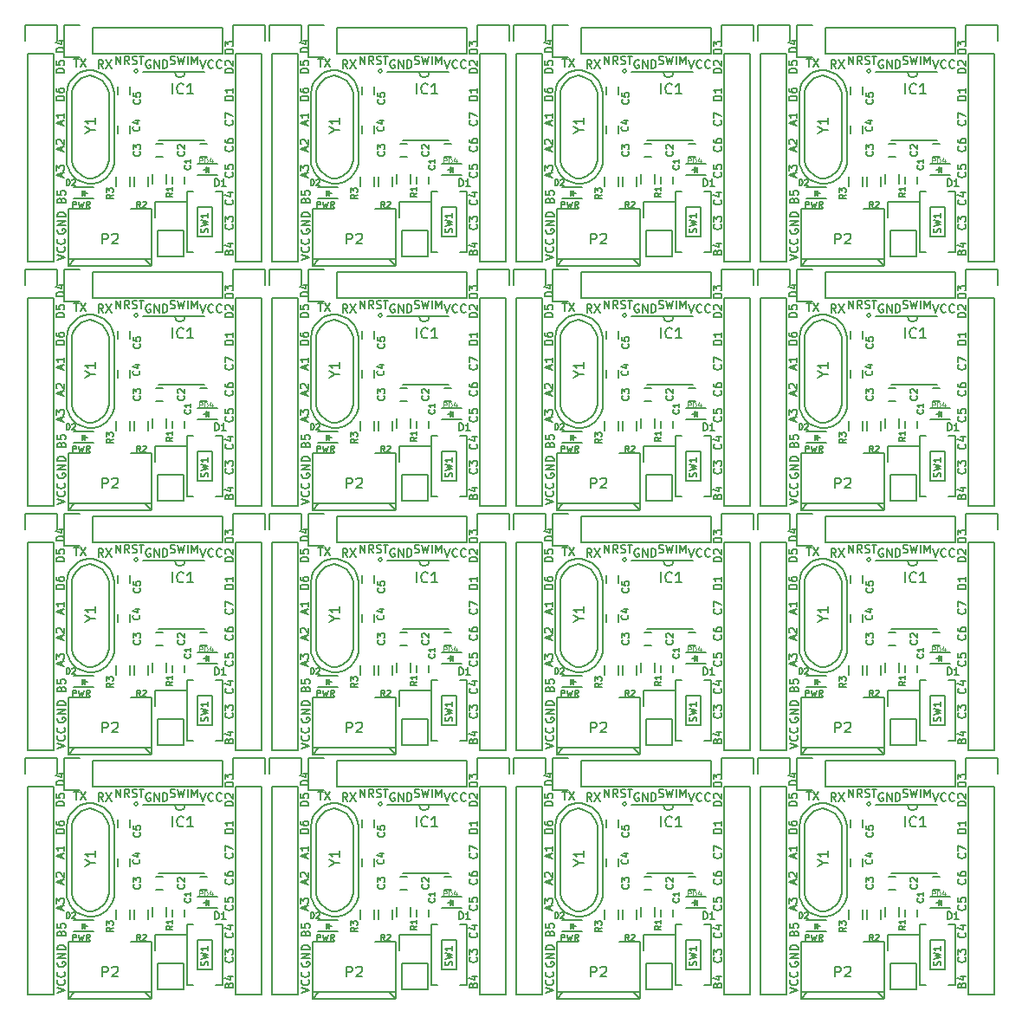
<source format=gto>
G04 #@! TF.FileFunction,Legend,Top*
%FSLAX46Y46*%
G04 Gerber Fmt 4.6, Leading zero omitted, Abs format (unit mm)*
G04 Created by KiCad (PCBNEW 4.0.1-2.201512121406+6195~38~ubuntu15.10.1-stable) date Monday, December 14, 2015 PM10:34:12 HKT*
%MOMM*%
G01*
G04 APERTURE LIST*
%ADD10C,0.100000*%
%ADD11C,0.200000*%
%ADD12C,0.150000*%
%ADD13C,0.125000*%
G04 APERTURE END LIST*
D10*
D11*
X74949105Y711333D02*
X75749105Y978000D01*
X74949105Y1244667D01*
X75672914Y1968476D02*
X75711010Y1930381D01*
X75749105Y1816095D01*
X75749105Y1739905D01*
X75711010Y1625619D01*
X75634819Y1549428D01*
X75558629Y1511333D01*
X75406248Y1473238D01*
X75291962Y1473238D01*
X75139581Y1511333D01*
X75063390Y1549428D01*
X74987200Y1625619D01*
X74949105Y1739905D01*
X74949105Y1816095D01*
X74987200Y1930381D01*
X75025295Y1968476D01*
X75672914Y2768476D02*
X75711010Y2730381D01*
X75749105Y2616095D01*
X75749105Y2539905D01*
X75711010Y2425619D01*
X75634819Y2349428D01*
X75558629Y2311333D01*
X75406248Y2273238D01*
X75291962Y2273238D01*
X75139581Y2311333D01*
X75063390Y2349428D01*
X74987200Y2425619D01*
X74949105Y2539905D01*
X74949105Y2616095D01*
X74987200Y2730381D01*
X75025295Y2768476D01*
X75038000Y3708477D02*
X74999905Y3632286D01*
X74999905Y3518001D01*
X75038000Y3403715D01*
X75114190Y3327524D01*
X75190381Y3289429D01*
X75342762Y3251334D01*
X75457048Y3251334D01*
X75609429Y3289429D01*
X75685619Y3327524D01*
X75761810Y3403715D01*
X75799905Y3518001D01*
X75799905Y3594191D01*
X75761810Y3708477D01*
X75723714Y3746572D01*
X75457048Y3746572D01*
X75457048Y3594191D01*
X75799905Y4089429D02*
X74999905Y4089429D01*
X75799905Y4546572D01*
X74999905Y4546572D01*
X75799905Y4927524D02*
X74999905Y4927524D01*
X74999905Y5118000D01*
X75038000Y5232286D01*
X75114190Y5308477D01*
X75190381Y5346572D01*
X75342762Y5384667D01*
X75457048Y5384667D01*
X75609429Y5346572D01*
X75685619Y5308477D01*
X75761810Y5232286D01*
X75799905Y5118000D01*
X75799905Y4927524D01*
X75380857Y6534191D02*
X75418952Y6648477D01*
X75457048Y6686572D01*
X75533238Y6724667D01*
X75647524Y6724667D01*
X75723714Y6686572D01*
X75761810Y6648477D01*
X75799905Y6572286D01*
X75799905Y6267524D01*
X74999905Y6267524D01*
X74999905Y6534191D01*
X75038000Y6610381D01*
X75076095Y6648477D01*
X75152286Y6686572D01*
X75228476Y6686572D01*
X75304667Y6648477D01*
X75342762Y6610381D01*
X75380857Y6534191D01*
X75380857Y6267524D01*
X74999905Y7448477D02*
X74999905Y7067524D01*
X75380857Y7029429D01*
X75342762Y7067524D01*
X75304667Y7143715D01*
X75304667Y7334191D01*
X75342762Y7410381D01*
X75380857Y7448477D01*
X75457048Y7486572D01*
X75647524Y7486572D01*
X75723714Y7448477D01*
X75761810Y7410381D01*
X75799905Y7334191D01*
X75799905Y7143715D01*
X75761810Y7067524D01*
X75723714Y7029429D01*
X75444333Y8826572D02*
X75444333Y9207524D01*
X75672905Y8750381D02*
X74872905Y9017048D01*
X75672905Y9283715D01*
X74872905Y9474191D02*
X74872905Y9969429D01*
X75177667Y9702762D01*
X75177667Y9817048D01*
X75215762Y9893238D01*
X75253857Y9931334D01*
X75330048Y9969429D01*
X75520524Y9969429D01*
X75596714Y9931334D01*
X75634810Y9893238D01*
X75672905Y9817048D01*
X75672905Y9588476D01*
X75634810Y9512286D01*
X75596714Y9474191D01*
X75444333Y11366572D02*
X75444333Y11747524D01*
X75672905Y11290381D02*
X74872905Y11557048D01*
X75672905Y11823715D01*
X74949095Y12052286D02*
X74911000Y12090381D01*
X74872905Y12166572D01*
X74872905Y12357048D01*
X74911000Y12433238D01*
X74949095Y12471334D01*
X75025286Y12509429D01*
X75101476Y12509429D01*
X75215762Y12471334D01*
X75672905Y12014191D01*
X75672905Y12509429D01*
X75444333Y13906572D02*
X75444333Y14287524D01*
X75672905Y13830381D02*
X74872905Y14097048D01*
X75672905Y14363715D01*
X75672905Y15049429D02*
X75672905Y14592286D01*
X75672905Y14820857D02*
X74872905Y14820857D01*
X74987190Y14744667D01*
X75063381Y14668476D01*
X75101476Y14592286D01*
X75672905Y16300524D02*
X74872905Y16300524D01*
X74872905Y16491000D01*
X74911000Y16605286D01*
X74987190Y16681477D01*
X75063381Y16719572D01*
X75215762Y16757667D01*
X75330048Y16757667D01*
X75482429Y16719572D01*
X75558619Y16681477D01*
X75634810Y16605286D01*
X75672905Y16491000D01*
X75672905Y16300524D01*
X74872905Y17443381D02*
X74872905Y17291000D01*
X74911000Y17214810D01*
X74949095Y17176715D01*
X75063381Y17100524D01*
X75215762Y17062429D01*
X75520524Y17062429D01*
X75596714Y17100524D01*
X75634810Y17138619D01*
X75672905Y17214810D01*
X75672905Y17367191D01*
X75634810Y17443381D01*
X75596714Y17481477D01*
X75520524Y17519572D01*
X75330048Y17519572D01*
X75253857Y17481477D01*
X75215762Y17443381D01*
X75177667Y17367191D01*
X75177667Y17214810D01*
X75215762Y17138619D01*
X75253857Y17100524D01*
X75330048Y17062429D01*
X75672905Y18967524D02*
X74872905Y18967524D01*
X74872905Y19158000D01*
X74911000Y19272286D01*
X74987190Y19348477D01*
X75063381Y19386572D01*
X75215762Y19424667D01*
X75330048Y19424667D01*
X75482429Y19386572D01*
X75558619Y19348477D01*
X75634810Y19272286D01*
X75672905Y19158000D01*
X75672905Y18967524D01*
X74872905Y20148477D02*
X74872905Y19767524D01*
X75253857Y19729429D01*
X75215762Y19767524D01*
X75177667Y19843715D01*
X75177667Y20034191D01*
X75215762Y20110381D01*
X75253857Y20148477D01*
X75330048Y20186572D01*
X75520524Y20186572D01*
X75596714Y20148477D01*
X75634810Y20110381D01*
X75672905Y20034191D01*
X75672905Y19843715D01*
X75634810Y19767524D01*
X75596714Y19729429D01*
X92182905Y18967524D02*
X91382905Y18967524D01*
X91382905Y19158000D01*
X91421000Y19272286D01*
X91497190Y19348477D01*
X91573381Y19386572D01*
X91725762Y19424667D01*
X91840048Y19424667D01*
X91992429Y19386572D01*
X92068619Y19348477D01*
X92144810Y19272286D01*
X92182905Y19158000D01*
X92182905Y18967524D01*
X91459095Y19729429D02*
X91421000Y19767524D01*
X91382905Y19843715D01*
X91382905Y20034191D01*
X91421000Y20110381D01*
X91459095Y20148477D01*
X91535286Y20186572D01*
X91611476Y20186572D01*
X91725762Y20148477D01*
X92182905Y19691334D01*
X92182905Y20186572D01*
X92182905Y16300524D02*
X91382905Y16300524D01*
X91382905Y16491000D01*
X91421000Y16605286D01*
X91497190Y16681477D01*
X91573381Y16719572D01*
X91725762Y16757667D01*
X91840048Y16757667D01*
X91992429Y16719572D01*
X92068619Y16681477D01*
X92144810Y16605286D01*
X92182905Y16491000D01*
X92182905Y16300524D01*
X92182905Y17519572D02*
X92182905Y17062429D01*
X92182905Y17291000D02*
X91382905Y17291000D01*
X91497190Y17214810D01*
X91573381Y17138619D01*
X91611476Y17062429D01*
X92106714Y14344667D02*
X92144810Y14306572D01*
X92182905Y14192286D01*
X92182905Y14116096D01*
X92144810Y14001810D01*
X92068619Y13925619D01*
X91992429Y13887524D01*
X91840048Y13849429D01*
X91725762Y13849429D01*
X91573381Y13887524D01*
X91497190Y13925619D01*
X91421000Y14001810D01*
X91382905Y14116096D01*
X91382905Y14192286D01*
X91421000Y14306572D01*
X91459095Y14344667D01*
X91382905Y14611334D02*
X91382905Y15144667D01*
X92182905Y14801810D01*
X92106714Y11804667D02*
X92144810Y11766572D01*
X92182905Y11652286D01*
X92182905Y11576096D01*
X92144810Y11461810D01*
X92068619Y11385619D01*
X91992429Y11347524D01*
X91840048Y11309429D01*
X91725762Y11309429D01*
X91573381Y11347524D01*
X91497190Y11385619D01*
X91421000Y11461810D01*
X91382905Y11576096D01*
X91382905Y11652286D01*
X91421000Y11766572D01*
X91459095Y11804667D01*
X91382905Y12490381D02*
X91382905Y12338000D01*
X91421000Y12261810D01*
X91459095Y12223715D01*
X91573381Y12147524D01*
X91725762Y12109429D01*
X92030524Y12109429D01*
X92106714Y12147524D01*
X92144810Y12185619D01*
X92182905Y12261810D01*
X92182905Y12414191D01*
X92144810Y12490381D01*
X92106714Y12528477D01*
X92030524Y12566572D01*
X91840048Y12566572D01*
X91763857Y12528477D01*
X91725762Y12490381D01*
X91687667Y12414191D01*
X91687667Y12261810D01*
X91725762Y12185619D01*
X91763857Y12147524D01*
X91840048Y12109429D01*
X92106714Y9264667D02*
X92144810Y9226572D01*
X92182905Y9112286D01*
X92182905Y9036096D01*
X92144810Y8921810D01*
X92068619Y8845619D01*
X91992429Y8807524D01*
X91840048Y8769429D01*
X91725762Y8769429D01*
X91573381Y8807524D01*
X91497190Y8845619D01*
X91421000Y8921810D01*
X91382905Y9036096D01*
X91382905Y9112286D01*
X91421000Y9226572D01*
X91459095Y9264667D01*
X91382905Y9988477D02*
X91382905Y9607524D01*
X91763857Y9569429D01*
X91725762Y9607524D01*
X91687667Y9683715D01*
X91687667Y9874191D01*
X91725762Y9950381D01*
X91763857Y9988477D01*
X91840048Y10026572D01*
X92030524Y10026572D01*
X92106714Y9988477D01*
X92144810Y9950381D01*
X92182905Y9874191D01*
X92182905Y9683715D01*
X92144810Y9607524D01*
X92106714Y9569429D01*
X92106714Y6597667D02*
X92144810Y6559572D01*
X92182905Y6445286D01*
X92182905Y6369096D01*
X92144810Y6254810D01*
X92068619Y6178619D01*
X91992429Y6140524D01*
X91840048Y6102429D01*
X91725762Y6102429D01*
X91573381Y6140524D01*
X91497190Y6178619D01*
X91421000Y6254810D01*
X91382905Y6369096D01*
X91382905Y6445286D01*
X91421000Y6559572D01*
X91459095Y6597667D01*
X91649571Y7283381D02*
X92182905Y7283381D01*
X91344810Y7092905D02*
X91916238Y6902429D01*
X91916238Y7397667D01*
X92106714Y4184667D02*
X92144810Y4146572D01*
X92182905Y4032286D01*
X92182905Y3956096D01*
X92144810Y3841810D01*
X92068619Y3765619D01*
X91992429Y3727524D01*
X91840048Y3689429D01*
X91725762Y3689429D01*
X91573381Y3727524D01*
X91497190Y3765619D01*
X91421000Y3841810D01*
X91382905Y3956096D01*
X91382905Y4032286D01*
X91421000Y4146572D01*
X91459095Y4184667D01*
X91382905Y4451334D02*
X91382905Y4946572D01*
X91687667Y4679905D01*
X91687667Y4794191D01*
X91725762Y4870381D01*
X91763857Y4908477D01*
X91840048Y4946572D01*
X92030524Y4946572D01*
X92106714Y4908477D01*
X92144810Y4870381D01*
X92182905Y4794191D01*
X92182905Y4565619D01*
X92144810Y4489429D01*
X92106714Y4451334D01*
X91763857Y1454191D02*
X91801952Y1568477D01*
X91840048Y1606572D01*
X91916238Y1644667D01*
X92030524Y1644667D01*
X92106714Y1606572D01*
X92144810Y1568477D01*
X92182905Y1492286D01*
X92182905Y1187524D01*
X91382905Y1187524D01*
X91382905Y1454191D01*
X91421000Y1530381D01*
X91459095Y1568477D01*
X91535286Y1606572D01*
X91611476Y1606572D01*
X91687667Y1568477D01*
X91725762Y1530381D01*
X91763857Y1454191D01*
X91763857Y1187524D01*
X91649571Y2330381D02*
X92182905Y2330381D01*
X91344810Y2139905D02*
X91916238Y1949429D01*
X91916238Y2444667D01*
X92182905Y20872524D02*
X91382905Y20872524D01*
X91382905Y21063000D01*
X91421000Y21177286D01*
X91497190Y21253477D01*
X91573381Y21291572D01*
X91725762Y21329667D01*
X91840048Y21329667D01*
X91992429Y21291572D01*
X92068619Y21253477D01*
X92144810Y21177286D01*
X92182905Y21063000D01*
X92182905Y20872524D01*
X91382905Y21596334D02*
X91382905Y22091572D01*
X91687667Y21824905D01*
X91687667Y21939191D01*
X91725762Y22015381D01*
X91763857Y22053477D01*
X91840048Y22091572D01*
X92030524Y22091572D01*
X92106714Y22053477D01*
X92144810Y22015381D01*
X92182905Y21939191D01*
X92182905Y21710619D01*
X92144810Y21634429D01*
X92106714Y21596334D01*
X75672905Y20999524D02*
X74872905Y20999524D01*
X74872905Y21190000D01*
X74911000Y21304286D01*
X74987190Y21380477D01*
X75063381Y21418572D01*
X75215762Y21456667D01*
X75330048Y21456667D01*
X75482429Y21418572D01*
X75558619Y21380477D01*
X75634810Y21304286D01*
X75672905Y21190000D01*
X75672905Y20999524D01*
X75139571Y22142381D02*
X75672905Y22142381D01*
X74834810Y21951905D02*
X75406238Y21761429D01*
X75406238Y22256667D01*
X79495667Y19450095D02*
X79229000Y19831048D01*
X79038524Y19450095D02*
X79038524Y20250095D01*
X79343286Y20250095D01*
X79419477Y20212000D01*
X79457572Y20173905D01*
X79495667Y20097714D01*
X79495667Y19983429D01*
X79457572Y19907238D01*
X79419477Y19869143D01*
X79343286Y19831048D01*
X79038524Y19831048D01*
X79762334Y20250095D02*
X80295667Y19450095D01*
X80295667Y20250095D02*
X79762334Y19450095D01*
X76606476Y20377095D02*
X77063619Y20377095D01*
X76835048Y19577095D02*
X76835048Y20377095D01*
X77254096Y20377095D02*
X77787429Y19577095D01*
X77787429Y20377095D02*
X77254096Y19577095D01*
X80727714Y19831095D02*
X80727714Y20631095D01*
X81184857Y19831095D01*
X81184857Y20631095D01*
X82022952Y19831095D02*
X81756285Y20212048D01*
X81565809Y19831095D02*
X81565809Y20631095D01*
X81870571Y20631095D01*
X81946762Y20593000D01*
X81984857Y20554905D01*
X82022952Y20478714D01*
X82022952Y20364429D01*
X81984857Y20288238D01*
X81946762Y20250143D01*
X81870571Y20212048D01*
X81565809Y20212048D01*
X82327714Y19869190D02*
X82442000Y19831095D01*
X82632476Y19831095D01*
X82708666Y19869190D01*
X82746762Y19907286D01*
X82784857Y19983476D01*
X82784857Y20059667D01*
X82746762Y20135857D01*
X82708666Y20173952D01*
X82632476Y20212048D01*
X82480095Y20250143D01*
X82403904Y20288238D01*
X82365809Y20326333D01*
X82327714Y20402524D01*
X82327714Y20478714D01*
X82365809Y20554905D01*
X82403904Y20593000D01*
X82480095Y20631095D01*
X82670571Y20631095D01*
X82784857Y20593000D01*
X83013428Y20631095D02*
X83470571Y20631095D01*
X83242000Y19831095D02*
X83242000Y20631095D01*
X84099477Y20212000D02*
X84023286Y20250095D01*
X83909001Y20250095D01*
X83794715Y20212000D01*
X83718524Y20135810D01*
X83680429Y20059619D01*
X83642334Y19907238D01*
X83642334Y19792952D01*
X83680429Y19640571D01*
X83718524Y19564381D01*
X83794715Y19488190D01*
X83909001Y19450095D01*
X83985191Y19450095D01*
X84099477Y19488190D01*
X84137572Y19526286D01*
X84137572Y19792952D01*
X83985191Y19792952D01*
X84480429Y19450095D02*
X84480429Y20250095D01*
X84937572Y19450095D01*
X84937572Y20250095D01*
X85318524Y19450095D02*
X85318524Y20250095D01*
X85509000Y20250095D01*
X85623286Y20212000D01*
X85699477Y20135810D01*
X85737572Y20059619D01*
X85775667Y19907238D01*
X85775667Y19792952D01*
X85737572Y19640571D01*
X85699477Y19564381D01*
X85623286Y19488190D01*
X85509000Y19450095D01*
X85318524Y19450095D01*
X86042667Y19869190D02*
X86156953Y19831095D01*
X86347429Y19831095D01*
X86423619Y19869190D01*
X86461715Y19907286D01*
X86499810Y19983476D01*
X86499810Y20059667D01*
X86461715Y20135857D01*
X86423619Y20173952D01*
X86347429Y20212048D01*
X86195048Y20250143D01*
X86118857Y20288238D01*
X86080762Y20326333D01*
X86042667Y20402524D01*
X86042667Y20478714D01*
X86080762Y20554905D01*
X86118857Y20593000D01*
X86195048Y20631095D01*
X86385524Y20631095D01*
X86499810Y20593000D01*
X86766477Y20631095D02*
X86956953Y19831095D01*
X87109334Y20402524D01*
X87261715Y19831095D01*
X87452191Y20631095D01*
X87756953Y19831095D02*
X87756953Y20631095D01*
X88137905Y19831095D02*
X88137905Y20631095D01*
X88404572Y20059667D01*
X88671239Y20631095D01*
X88671239Y19831095D01*
X88976333Y20250095D02*
X89243000Y19450095D01*
X89509667Y20250095D01*
X90233476Y19526286D02*
X90195381Y19488190D01*
X90081095Y19450095D01*
X90004905Y19450095D01*
X89890619Y19488190D01*
X89814428Y19564381D01*
X89776333Y19640571D01*
X89738238Y19792952D01*
X89738238Y19907238D01*
X89776333Y20059619D01*
X89814428Y20135810D01*
X89890619Y20212000D01*
X90004905Y20250095D01*
X90081095Y20250095D01*
X90195381Y20212000D01*
X90233476Y20173905D01*
X91033476Y19526286D02*
X90995381Y19488190D01*
X90881095Y19450095D01*
X90804905Y19450095D01*
X90690619Y19488190D01*
X90614428Y19564381D01*
X90576333Y19640571D01*
X90538238Y19792952D01*
X90538238Y19907238D01*
X90576333Y20059619D01*
X90614428Y20135810D01*
X90690619Y20212000D01*
X90804905Y20250095D01*
X90881095Y20250095D01*
X90995381Y20212000D01*
X91033476Y20173905D01*
X82856605Y19177000D02*
G75*
G03X82856605Y19177000I-179605J0D01*
G01*
X86487000Y19050000D02*
G75*
G03X86995000Y18542000I508000J0D01*
G01*
X86995000Y18542000D02*
G75*
G03X87503000Y19050000I0J508000D01*
G01*
D12*
X76543000Y5824571D02*
X76543000Y6424571D01*
X76771572Y6424571D01*
X76828714Y6396000D01*
X76857286Y6367429D01*
X76885857Y6310286D01*
X76885857Y6224571D01*
X76857286Y6167429D01*
X76828714Y6138857D01*
X76771572Y6110286D01*
X76543000Y6110286D01*
X77085857Y6424571D02*
X77228714Y5824571D01*
X77343000Y6253143D01*
X77457286Y5824571D01*
X77600143Y6424571D01*
X78171571Y5824571D02*
X77971571Y6110286D01*
X77828714Y5824571D02*
X77828714Y6424571D01*
X78057286Y6424571D01*
X78114428Y6396000D01*
X78143000Y6367429D01*
X78171571Y6310286D01*
X78171571Y6224571D01*
X78143000Y6167429D01*
X78114428Y6138857D01*
X78057286Y6110286D01*
X77828714Y6110286D01*
D13*
X88915953Y10187810D02*
X88915953Y10687810D01*
X89106429Y10687810D01*
X89154048Y10664000D01*
X89177857Y10640190D01*
X89201667Y10592571D01*
X89201667Y10521143D01*
X89177857Y10473524D01*
X89154048Y10449714D01*
X89106429Y10425905D01*
X88915953Y10425905D01*
X89415953Y10187810D02*
X89415953Y10687810D01*
X89535000Y10687810D01*
X89606429Y10664000D01*
X89654048Y10616381D01*
X89677857Y10568762D01*
X89701667Y10473524D01*
X89701667Y10402095D01*
X89677857Y10306857D01*
X89654048Y10259238D01*
X89606429Y10211619D01*
X89535000Y10187810D01*
X89415953Y10187810D01*
X90130238Y10521143D02*
X90130238Y10187810D01*
X90011191Y10711619D02*
X89892143Y10354476D01*
X90201667Y10354476D01*
D11*
X74949105Y24587333D02*
X75749105Y24854000D01*
X74949105Y25120667D01*
X75672914Y25844476D02*
X75711010Y25806381D01*
X75749105Y25692095D01*
X75749105Y25615905D01*
X75711010Y25501619D01*
X75634819Y25425428D01*
X75558629Y25387333D01*
X75406248Y25349238D01*
X75291962Y25349238D01*
X75139581Y25387333D01*
X75063390Y25425428D01*
X74987200Y25501619D01*
X74949105Y25615905D01*
X74949105Y25692095D01*
X74987200Y25806381D01*
X75025295Y25844476D01*
X75672914Y26644476D02*
X75711010Y26606381D01*
X75749105Y26492095D01*
X75749105Y26415905D01*
X75711010Y26301619D01*
X75634819Y26225428D01*
X75558629Y26187333D01*
X75406248Y26149238D01*
X75291962Y26149238D01*
X75139581Y26187333D01*
X75063390Y26225428D01*
X74987200Y26301619D01*
X74949105Y26415905D01*
X74949105Y26492095D01*
X74987200Y26606381D01*
X75025295Y26644476D01*
X75038000Y27584477D02*
X74999905Y27508286D01*
X74999905Y27394001D01*
X75038000Y27279715D01*
X75114190Y27203524D01*
X75190381Y27165429D01*
X75342762Y27127334D01*
X75457048Y27127334D01*
X75609429Y27165429D01*
X75685619Y27203524D01*
X75761810Y27279715D01*
X75799905Y27394001D01*
X75799905Y27470191D01*
X75761810Y27584477D01*
X75723714Y27622572D01*
X75457048Y27622572D01*
X75457048Y27470191D01*
X75799905Y27965429D02*
X74999905Y27965429D01*
X75799905Y28422572D01*
X74999905Y28422572D01*
X75799905Y28803524D02*
X74999905Y28803524D01*
X74999905Y28994000D01*
X75038000Y29108286D01*
X75114190Y29184477D01*
X75190381Y29222572D01*
X75342762Y29260667D01*
X75457048Y29260667D01*
X75609429Y29222572D01*
X75685619Y29184477D01*
X75761810Y29108286D01*
X75799905Y28994000D01*
X75799905Y28803524D01*
X75380857Y30410191D02*
X75418952Y30524477D01*
X75457048Y30562572D01*
X75533238Y30600667D01*
X75647524Y30600667D01*
X75723714Y30562572D01*
X75761810Y30524477D01*
X75799905Y30448286D01*
X75799905Y30143524D01*
X74999905Y30143524D01*
X74999905Y30410191D01*
X75038000Y30486381D01*
X75076095Y30524477D01*
X75152286Y30562572D01*
X75228476Y30562572D01*
X75304667Y30524477D01*
X75342762Y30486381D01*
X75380857Y30410191D01*
X75380857Y30143524D01*
X74999905Y31324477D02*
X74999905Y30943524D01*
X75380857Y30905429D01*
X75342762Y30943524D01*
X75304667Y31019715D01*
X75304667Y31210191D01*
X75342762Y31286381D01*
X75380857Y31324477D01*
X75457048Y31362572D01*
X75647524Y31362572D01*
X75723714Y31324477D01*
X75761810Y31286381D01*
X75799905Y31210191D01*
X75799905Y31019715D01*
X75761810Y30943524D01*
X75723714Y30905429D01*
X75444333Y32702572D02*
X75444333Y33083524D01*
X75672905Y32626381D02*
X74872905Y32893048D01*
X75672905Y33159715D01*
X74872905Y33350191D02*
X74872905Y33845429D01*
X75177667Y33578762D01*
X75177667Y33693048D01*
X75215762Y33769238D01*
X75253857Y33807334D01*
X75330048Y33845429D01*
X75520524Y33845429D01*
X75596714Y33807334D01*
X75634810Y33769238D01*
X75672905Y33693048D01*
X75672905Y33464476D01*
X75634810Y33388286D01*
X75596714Y33350191D01*
X75444333Y35242572D02*
X75444333Y35623524D01*
X75672905Y35166381D02*
X74872905Y35433048D01*
X75672905Y35699715D01*
X74949095Y35928286D02*
X74911000Y35966381D01*
X74872905Y36042572D01*
X74872905Y36233048D01*
X74911000Y36309238D01*
X74949095Y36347334D01*
X75025286Y36385429D01*
X75101476Y36385429D01*
X75215762Y36347334D01*
X75672905Y35890191D01*
X75672905Y36385429D01*
X75444333Y37782572D02*
X75444333Y38163524D01*
X75672905Y37706381D02*
X74872905Y37973048D01*
X75672905Y38239715D01*
X75672905Y38925429D02*
X75672905Y38468286D01*
X75672905Y38696857D02*
X74872905Y38696857D01*
X74987190Y38620667D01*
X75063381Y38544476D01*
X75101476Y38468286D01*
X75672905Y40176524D02*
X74872905Y40176524D01*
X74872905Y40367000D01*
X74911000Y40481286D01*
X74987190Y40557477D01*
X75063381Y40595572D01*
X75215762Y40633667D01*
X75330048Y40633667D01*
X75482429Y40595572D01*
X75558619Y40557477D01*
X75634810Y40481286D01*
X75672905Y40367000D01*
X75672905Y40176524D01*
X74872905Y41319381D02*
X74872905Y41167000D01*
X74911000Y41090810D01*
X74949095Y41052715D01*
X75063381Y40976524D01*
X75215762Y40938429D01*
X75520524Y40938429D01*
X75596714Y40976524D01*
X75634810Y41014619D01*
X75672905Y41090810D01*
X75672905Y41243191D01*
X75634810Y41319381D01*
X75596714Y41357477D01*
X75520524Y41395572D01*
X75330048Y41395572D01*
X75253857Y41357477D01*
X75215762Y41319381D01*
X75177667Y41243191D01*
X75177667Y41090810D01*
X75215762Y41014619D01*
X75253857Y40976524D01*
X75330048Y40938429D01*
X75672905Y42843524D02*
X74872905Y42843524D01*
X74872905Y43034000D01*
X74911000Y43148286D01*
X74987190Y43224477D01*
X75063381Y43262572D01*
X75215762Y43300667D01*
X75330048Y43300667D01*
X75482429Y43262572D01*
X75558619Y43224477D01*
X75634810Y43148286D01*
X75672905Y43034000D01*
X75672905Y42843524D01*
X74872905Y44024477D02*
X74872905Y43643524D01*
X75253857Y43605429D01*
X75215762Y43643524D01*
X75177667Y43719715D01*
X75177667Y43910191D01*
X75215762Y43986381D01*
X75253857Y44024477D01*
X75330048Y44062572D01*
X75520524Y44062572D01*
X75596714Y44024477D01*
X75634810Y43986381D01*
X75672905Y43910191D01*
X75672905Y43719715D01*
X75634810Y43643524D01*
X75596714Y43605429D01*
X92182905Y42843524D02*
X91382905Y42843524D01*
X91382905Y43034000D01*
X91421000Y43148286D01*
X91497190Y43224477D01*
X91573381Y43262572D01*
X91725762Y43300667D01*
X91840048Y43300667D01*
X91992429Y43262572D01*
X92068619Y43224477D01*
X92144810Y43148286D01*
X92182905Y43034000D01*
X92182905Y42843524D01*
X91459095Y43605429D02*
X91421000Y43643524D01*
X91382905Y43719715D01*
X91382905Y43910191D01*
X91421000Y43986381D01*
X91459095Y44024477D01*
X91535286Y44062572D01*
X91611476Y44062572D01*
X91725762Y44024477D01*
X92182905Y43567334D01*
X92182905Y44062572D01*
X92182905Y40176524D02*
X91382905Y40176524D01*
X91382905Y40367000D01*
X91421000Y40481286D01*
X91497190Y40557477D01*
X91573381Y40595572D01*
X91725762Y40633667D01*
X91840048Y40633667D01*
X91992429Y40595572D01*
X92068619Y40557477D01*
X92144810Y40481286D01*
X92182905Y40367000D01*
X92182905Y40176524D01*
X92182905Y41395572D02*
X92182905Y40938429D01*
X92182905Y41167000D02*
X91382905Y41167000D01*
X91497190Y41090810D01*
X91573381Y41014619D01*
X91611476Y40938429D01*
X92106714Y38220667D02*
X92144810Y38182572D01*
X92182905Y38068286D01*
X92182905Y37992096D01*
X92144810Y37877810D01*
X92068619Y37801619D01*
X91992429Y37763524D01*
X91840048Y37725429D01*
X91725762Y37725429D01*
X91573381Y37763524D01*
X91497190Y37801619D01*
X91421000Y37877810D01*
X91382905Y37992096D01*
X91382905Y38068286D01*
X91421000Y38182572D01*
X91459095Y38220667D01*
X91382905Y38487334D02*
X91382905Y39020667D01*
X92182905Y38677810D01*
X92106714Y35680667D02*
X92144810Y35642572D01*
X92182905Y35528286D01*
X92182905Y35452096D01*
X92144810Y35337810D01*
X92068619Y35261619D01*
X91992429Y35223524D01*
X91840048Y35185429D01*
X91725762Y35185429D01*
X91573381Y35223524D01*
X91497190Y35261619D01*
X91421000Y35337810D01*
X91382905Y35452096D01*
X91382905Y35528286D01*
X91421000Y35642572D01*
X91459095Y35680667D01*
X91382905Y36366381D02*
X91382905Y36214000D01*
X91421000Y36137810D01*
X91459095Y36099715D01*
X91573381Y36023524D01*
X91725762Y35985429D01*
X92030524Y35985429D01*
X92106714Y36023524D01*
X92144810Y36061619D01*
X92182905Y36137810D01*
X92182905Y36290191D01*
X92144810Y36366381D01*
X92106714Y36404477D01*
X92030524Y36442572D01*
X91840048Y36442572D01*
X91763857Y36404477D01*
X91725762Y36366381D01*
X91687667Y36290191D01*
X91687667Y36137810D01*
X91725762Y36061619D01*
X91763857Y36023524D01*
X91840048Y35985429D01*
X92106714Y33140667D02*
X92144810Y33102572D01*
X92182905Y32988286D01*
X92182905Y32912096D01*
X92144810Y32797810D01*
X92068619Y32721619D01*
X91992429Y32683524D01*
X91840048Y32645429D01*
X91725762Y32645429D01*
X91573381Y32683524D01*
X91497190Y32721619D01*
X91421000Y32797810D01*
X91382905Y32912096D01*
X91382905Y32988286D01*
X91421000Y33102572D01*
X91459095Y33140667D01*
X91382905Y33864477D02*
X91382905Y33483524D01*
X91763857Y33445429D01*
X91725762Y33483524D01*
X91687667Y33559715D01*
X91687667Y33750191D01*
X91725762Y33826381D01*
X91763857Y33864477D01*
X91840048Y33902572D01*
X92030524Y33902572D01*
X92106714Y33864477D01*
X92144810Y33826381D01*
X92182905Y33750191D01*
X92182905Y33559715D01*
X92144810Y33483524D01*
X92106714Y33445429D01*
X92106714Y30473667D02*
X92144810Y30435572D01*
X92182905Y30321286D01*
X92182905Y30245096D01*
X92144810Y30130810D01*
X92068619Y30054619D01*
X91992429Y30016524D01*
X91840048Y29978429D01*
X91725762Y29978429D01*
X91573381Y30016524D01*
X91497190Y30054619D01*
X91421000Y30130810D01*
X91382905Y30245096D01*
X91382905Y30321286D01*
X91421000Y30435572D01*
X91459095Y30473667D01*
X91649571Y31159381D02*
X92182905Y31159381D01*
X91344810Y30968905D02*
X91916238Y30778429D01*
X91916238Y31273667D01*
X92106714Y28060667D02*
X92144810Y28022572D01*
X92182905Y27908286D01*
X92182905Y27832096D01*
X92144810Y27717810D01*
X92068619Y27641619D01*
X91992429Y27603524D01*
X91840048Y27565429D01*
X91725762Y27565429D01*
X91573381Y27603524D01*
X91497190Y27641619D01*
X91421000Y27717810D01*
X91382905Y27832096D01*
X91382905Y27908286D01*
X91421000Y28022572D01*
X91459095Y28060667D01*
X91382905Y28327334D02*
X91382905Y28822572D01*
X91687667Y28555905D01*
X91687667Y28670191D01*
X91725762Y28746381D01*
X91763857Y28784477D01*
X91840048Y28822572D01*
X92030524Y28822572D01*
X92106714Y28784477D01*
X92144810Y28746381D01*
X92182905Y28670191D01*
X92182905Y28441619D01*
X92144810Y28365429D01*
X92106714Y28327334D01*
X91763857Y25330191D02*
X91801952Y25444477D01*
X91840048Y25482572D01*
X91916238Y25520667D01*
X92030524Y25520667D01*
X92106714Y25482572D01*
X92144810Y25444477D01*
X92182905Y25368286D01*
X92182905Y25063524D01*
X91382905Y25063524D01*
X91382905Y25330191D01*
X91421000Y25406381D01*
X91459095Y25444477D01*
X91535286Y25482572D01*
X91611476Y25482572D01*
X91687667Y25444477D01*
X91725762Y25406381D01*
X91763857Y25330191D01*
X91763857Y25063524D01*
X91649571Y26206381D02*
X92182905Y26206381D01*
X91344810Y26015905D02*
X91916238Y25825429D01*
X91916238Y26320667D01*
X92182905Y44748524D02*
X91382905Y44748524D01*
X91382905Y44939000D01*
X91421000Y45053286D01*
X91497190Y45129477D01*
X91573381Y45167572D01*
X91725762Y45205667D01*
X91840048Y45205667D01*
X91992429Y45167572D01*
X92068619Y45129477D01*
X92144810Y45053286D01*
X92182905Y44939000D01*
X92182905Y44748524D01*
X91382905Y45472334D02*
X91382905Y45967572D01*
X91687667Y45700905D01*
X91687667Y45815191D01*
X91725762Y45891381D01*
X91763857Y45929477D01*
X91840048Y45967572D01*
X92030524Y45967572D01*
X92106714Y45929477D01*
X92144810Y45891381D01*
X92182905Y45815191D01*
X92182905Y45586619D01*
X92144810Y45510429D01*
X92106714Y45472334D01*
X75672905Y44875524D02*
X74872905Y44875524D01*
X74872905Y45066000D01*
X74911000Y45180286D01*
X74987190Y45256477D01*
X75063381Y45294572D01*
X75215762Y45332667D01*
X75330048Y45332667D01*
X75482429Y45294572D01*
X75558619Y45256477D01*
X75634810Y45180286D01*
X75672905Y45066000D01*
X75672905Y44875524D01*
X75139571Y46018381D02*
X75672905Y46018381D01*
X74834810Y45827905D02*
X75406238Y45637429D01*
X75406238Y46132667D01*
X79495667Y43326095D02*
X79229000Y43707048D01*
X79038524Y43326095D02*
X79038524Y44126095D01*
X79343286Y44126095D01*
X79419477Y44088000D01*
X79457572Y44049905D01*
X79495667Y43973714D01*
X79495667Y43859429D01*
X79457572Y43783238D01*
X79419477Y43745143D01*
X79343286Y43707048D01*
X79038524Y43707048D01*
X79762334Y44126095D02*
X80295667Y43326095D01*
X80295667Y44126095D02*
X79762334Y43326095D01*
X76606476Y44253095D02*
X77063619Y44253095D01*
X76835048Y43453095D02*
X76835048Y44253095D01*
X77254096Y44253095D02*
X77787429Y43453095D01*
X77787429Y44253095D02*
X77254096Y43453095D01*
X80727714Y43707095D02*
X80727714Y44507095D01*
X81184857Y43707095D01*
X81184857Y44507095D01*
X82022952Y43707095D02*
X81756285Y44088048D01*
X81565809Y43707095D02*
X81565809Y44507095D01*
X81870571Y44507095D01*
X81946762Y44469000D01*
X81984857Y44430905D01*
X82022952Y44354714D01*
X82022952Y44240429D01*
X81984857Y44164238D01*
X81946762Y44126143D01*
X81870571Y44088048D01*
X81565809Y44088048D01*
X82327714Y43745190D02*
X82442000Y43707095D01*
X82632476Y43707095D01*
X82708666Y43745190D01*
X82746762Y43783286D01*
X82784857Y43859476D01*
X82784857Y43935667D01*
X82746762Y44011857D01*
X82708666Y44049952D01*
X82632476Y44088048D01*
X82480095Y44126143D01*
X82403904Y44164238D01*
X82365809Y44202333D01*
X82327714Y44278524D01*
X82327714Y44354714D01*
X82365809Y44430905D01*
X82403904Y44469000D01*
X82480095Y44507095D01*
X82670571Y44507095D01*
X82784857Y44469000D01*
X83013428Y44507095D02*
X83470571Y44507095D01*
X83242000Y43707095D02*
X83242000Y44507095D01*
X84099477Y44088000D02*
X84023286Y44126095D01*
X83909001Y44126095D01*
X83794715Y44088000D01*
X83718524Y44011810D01*
X83680429Y43935619D01*
X83642334Y43783238D01*
X83642334Y43668952D01*
X83680429Y43516571D01*
X83718524Y43440381D01*
X83794715Y43364190D01*
X83909001Y43326095D01*
X83985191Y43326095D01*
X84099477Y43364190D01*
X84137572Y43402286D01*
X84137572Y43668952D01*
X83985191Y43668952D01*
X84480429Y43326095D02*
X84480429Y44126095D01*
X84937572Y43326095D01*
X84937572Y44126095D01*
X85318524Y43326095D02*
X85318524Y44126095D01*
X85509000Y44126095D01*
X85623286Y44088000D01*
X85699477Y44011810D01*
X85737572Y43935619D01*
X85775667Y43783238D01*
X85775667Y43668952D01*
X85737572Y43516571D01*
X85699477Y43440381D01*
X85623286Y43364190D01*
X85509000Y43326095D01*
X85318524Y43326095D01*
X86042667Y43745190D02*
X86156953Y43707095D01*
X86347429Y43707095D01*
X86423619Y43745190D01*
X86461715Y43783286D01*
X86499810Y43859476D01*
X86499810Y43935667D01*
X86461715Y44011857D01*
X86423619Y44049952D01*
X86347429Y44088048D01*
X86195048Y44126143D01*
X86118857Y44164238D01*
X86080762Y44202333D01*
X86042667Y44278524D01*
X86042667Y44354714D01*
X86080762Y44430905D01*
X86118857Y44469000D01*
X86195048Y44507095D01*
X86385524Y44507095D01*
X86499810Y44469000D01*
X86766477Y44507095D02*
X86956953Y43707095D01*
X87109334Y44278524D01*
X87261715Y43707095D01*
X87452191Y44507095D01*
X87756953Y43707095D02*
X87756953Y44507095D01*
X88137905Y43707095D02*
X88137905Y44507095D01*
X88404572Y43935667D01*
X88671239Y44507095D01*
X88671239Y43707095D01*
X88976333Y44126095D02*
X89243000Y43326095D01*
X89509667Y44126095D01*
X90233476Y43402286D02*
X90195381Y43364190D01*
X90081095Y43326095D01*
X90004905Y43326095D01*
X89890619Y43364190D01*
X89814428Y43440381D01*
X89776333Y43516571D01*
X89738238Y43668952D01*
X89738238Y43783238D01*
X89776333Y43935619D01*
X89814428Y44011810D01*
X89890619Y44088000D01*
X90004905Y44126095D01*
X90081095Y44126095D01*
X90195381Y44088000D01*
X90233476Y44049905D01*
X91033476Y43402286D02*
X90995381Y43364190D01*
X90881095Y43326095D01*
X90804905Y43326095D01*
X90690619Y43364190D01*
X90614428Y43440381D01*
X90576333Y43516571D01*
X90538238Y43668952D01*
X90538238Y43783238D01*
X90576333Y43935619D01*
X90614428Y44011810D01*
X90690619Y44088000D01*
X90804905Y44126095D01*
X90881095Y44126095D01*
X90995381Y44088000D01*
X91033476Y44049905D01*
X82856605Y43053000D02*
G75*
G03X82856605Y43053000I-179605J0D01*
G01*
X86487000Y42926000D02*
G75*
G03X86995000Y42418000I508000J0D01*
G01*
X86995000Y42418000D02*
G75*
G03X87503000Y42926000I0J508000D01*
G01*
D12*
X76543000Y29700571D02*
X76543000Y30300571D01*
X76771572Y30300571D01*
X76828714Y30272000D01*
X76857286Y30243429D01*
X76885857Y30186286D01*
X76885857Y30100571D01*
X76857286Y30043429D01*
X76828714Y30014857D01*
X76771572Y29986286D01*
X76543000Y29986286D01*
X77085857Y30300571D02*
X77228714Y29700571D01*
X77343000Y30129143D01*
X77457286Y29700571D01*
X77600143Y30300571D01*
X78171571Y29700571D02*
X77971571Y29986286D01*
X77828714Y29700571D02*
X77828714Y30300571D01*
X78057286Y30300571D01*
X78114428Y30272000D01*
X78143000Y30243429D01*
X78171571Y30186286D01*
X78171571Y30100571D01*
X78143000Y30043429D01*
X78114428Y30014857D01*
X78057286Y29986286D01*
X77828714Y29986286D01*
D13*
X88915953Y34063810D02*
X88915953Y34563810D01*
X89106429Y34563810D01*
X89154048Y34540000D01*
X89177857Y34516190D01*
X89201667Y34468571D01*
X89201667Y34397143D01*
X89177857Y34349524D01*
X89154048Y34325714D01*
X89106429Y34301905D01*
X88915953Y34301905D01*
X89415953Y34063810D02*
X89415953Y34563810D01*
X89535000Y34563810D01*
X89606429Y34540000D01*
X89654048Y34492381D01*
X89677857Y34444762D01*
X89701667Y34349524D01*
X89701667Y34278095D01*
X89677857Y34182857D01*
X89654048Y34135238D01*
X89606429Y34087619D01*
X89535000Y34063810D01*
X89415953Y34063810D01*
X90130238Y34397143D02*
X90130238Y34063810D01*
X90011191Y34587619D02*
X89892143Y34230476D01*
X90201667Y34230476D01*
D11*
X74949105Y48463333D02*
X75749105Y48730000D01*
X74949105Y48996667D01*
X75672914Y49720476D02*
X75711010Y49682381D01*
X75749105Y49568095D01*
X75749105Y49491905D01*
X75711010Y49377619D01*
X75634819Y49301428D01*
X75558629Y49263333D01*
X75406248Y49225238D01*
X75291962Y49225238D01*
X75139581Y49263333D01*
X75063390Y49301428D01*
X74987200Y49377619D01*
X74949105Y49491905D01*
X74949105Y49568095D01*
X74987200Y49682381D01*
X75025295Y49720476D01*
X75672914Y50520476D02*
X75711010Y50482381D01*
X75749105Y50368095D01*
X75749105Y50291905D01*
X75711010Y50177619D01*
X75634819Y50101428D01*
X75558629Y50063333D01*
X75406248Y50025238D01*
X75291962Y50025238D01*
X75139581Y50063333D01*
X75063390Y50101428D01*
X74987200Y50177619D01*
X74949105Y50291905D01*
X74949105Y50368095D01*
X74987200Y50482381D01*
X75025295Y50520476D01*
X75038000Y51460477D02*
X74999905Y51384286D01*
X74999905Y51270001D01*
X75038000Y51155715D01*
X75114190Y51079524D01*
X75190381Y51041429D01*
X75342762Y51003334D01*
X75457048Y51003334D01*
X75609429Y51041429D01*
X75685619Y51079524D01*
X75761810Y51155715D01*
X75799905Y51270001D01*
X75799905Y51346191D01*
X75761810Y51460477D01*
X75723714Y51498572D01*
X75457048Y51498572D01*
X75457048Y51346191D01*
X75799905Y51841429D02*
X74999905Y51841429D01*
X75799905Y52298572D01*
X74999905Y52298572D01*
X75799905Y52679524D02*
X74999905Y52679524D01*
X74999905Y52870000D01*
X75038000Y52984286D01*
X75114190Y53060477D01*
X75190381Y53098572D01*
X75342762Y53136667D01*
X75457048Y53136667D01*
X75609429Y53098572D01*
X75685619Y53060477D01*
X75761810Y52984286D01*
X75799905Y52870000D01*
X75799905Y52679524D01*
X75380857Y54286191D02*
X75418952Y54400477D01*
X75457048Y54438572D01*
X75533238Y54476667D01*
X75647524Y54476667D01*
X75723714Y54438572D01*
X75761810Y54400477D01*
X75799905Y54324286D01*
X75799905Y54019524D01*
X74999905Y54019524D01*
X74999905Y54286191D01*
X75038000Y54362381D01*
X75076095Y54400477D01*
X75152286Y54438572D01*
X75228476Y54438572D01*
X75304667Y54400477D01*
X75342762Y54362381D01*
X75380857Y54286191D01*
X75380857Y54019524D01*
X74999905Y55200477D02*
X74999905Y54819524D01*
X75380857Y54781429D01*
X75342762Y54819524D01*
X75304667Y54895715D01*
X75304667Y55086191D01*
X75342762Y55162381D01*
X75380857Y55200477D01*
X75457048Y55238572D01*
X75647524Y55238572D01*
X75723714Y55200477D01*
X75761810Y55162381D01*
X75799905Y55086191D01*
X75799905Y54895715D01*
X75761810Y54819524D01*
X75723714Y54781429D01*
X75444333Y56578572D02*
X75444333Y56959524D01*
X75672905Y56502381D02*
X74872905Y56769048D01*
X75672905Y57035715D01*
X74872905Y57226191D02*
X74872905Y57721429D01*
X75177667Y57454762D01*
X75177667Y57569048D01*
X75215762Y57645238D01*
X75253857Y57683334D01*
X75330048Y57721429D01*
X75520524Y57721429D01*
X75596714Y57683334D01*
X75634810Y57645238D01*
X75672905Y57569048D01*
X75672905Y57340476D01*
X75634810Y57264286D01*
X75596714Y57226191D01*
X75444333Y59118572D02*
X75444333Y59499524D01*
X75672905Y59042381D02*
X74872905Y59309048D01*
X75672905Y59575715D01*
X74949095Y59804286D02*
X74911000Y59842381D01*
X74872905Y59918572D01*
X74872905Y60109048D01*
X74911000Y60185238D01*
X74949095Y60223334D01*
X75025286Y60261429D01*
X75101476Y60261429D01*
X75215762Y60223334D01*
X75672905Y59766191D01*
X75672905Y60261429D01*
X75444333Y61658572D02*
X75444333Y62039524D01*
X75672905Y61582381D02*
X74872905Y61849048D01*
X75672905Y62115715D01*
X75672905Y62801429D02*
X75672905Y62344286D01*
X75672905Y62572857D02*
X74872905Y62572857D01*
X74987190Y62496667D01*
X75063381Y62420476D01*
X75101476Y62344286D01*
X75672905Y64052524D02*
X74872905Y64052524D01*
X74872905Y64243000D01*
X74911000Y64357286D01*
X74987190Y64433477D01*
X75063381Y64471572D01*
X75215762Y64509667D01*
X75330048Y64509667D01*
X75482429Y64471572D01*
X75558619Y64433477D01*
X75634810Y64357286D01*
X75672905Y64243000D01*
X75672905Y64052524D01*
X74872905Y65195381D02*
X74872905Y65043000D01*
X74911000Y64966810D01*
X74949095Y64928715D01*
X75063381Y64852524D01*
X75215762Y64814429D01*
X75520524Y64814429D01*
X75596714Y64852524D01*
X75634810Y64890619D01*
X75672905Y64966810D01*
X75672905Y65119191D01*
X75634810Y65195381D01*
X75596714Y65233477D01*
X75520524Y65271572D01*
X75330048Y65271572D01*
X75253857Y65233477D01*
X75215762Y65195381D01*
X75177667Y65119191D01*
X75177667Y64966810D01*
X75215762Y64890619D01*
X75253857Y64852524D01*
X75330048Y64814429D01*
X75672905Y66719524D02*
X74872905Y66719524D01*
X74872905Y66910000D01*
X74911000Y67024286D01*
X74987190Y67100477D01*
X75063381Y67138572D01*
X75215762Y67176667D01*
X75330048Y67176667D01*
X75482429Y67138572D01*
X75558619Y67100477D01*
X75634810Y67024286D01*
X75672905Y66910000D01*
X75672905Y66719524D01*
X74872905Y67900477D02*
X74872905Y67519524D01*
X75253857Y67481429D01*
X75215762Y67519524D01*
X75177667Y67595715D01*
X75177667Y67786191D01*
X75215762Y67862381D01*
X75253857Y67900477D01*
X75330048Y67938572D01*
X75520524Y67938572D01*
X75596714Y67900477D01*
X75634810Y67862381D01*
X75672905Y67786191D01*
X75672905Y67595715D01*
X75634810Y67519524D01*
X75596714Y67481429D01*
X92182905Y66719524D02*
X91382905Y66719524D01*
X91382905Y66910000D01*
X91421000Y67024286D01*
X91497190Y67100477D01*
X91573381Y67138572D01*
X91725762Y67176667D01*
X91840048Y67176667D01*
X91992429Y67138572D01*
X92068619Y67100477D01*
X92144810Y67024286D01*
X92182905Y66910000D01*
X92182905Y66719524D01*
X91459095Y67481429D02*
X91421000Y67519524D01*
X91382905Y67595715D01*
X91382905Y67786191D01*
X91421000Y67862381D01*
X91459095Y67900477D01*
X91535286Y67938572D01*
X91611476Y67938572D01*
X91725762Y67900477D01*
X92182905Y67443334D01*
X92182905Y67938572D01*
X92182905Y64052524D02*
X91382905Y64052524D01*
X91382905Y64243000D01*
X91421000Y64357286D01*
X91497190Y64433477D01*
X91573381Y64471572D01*
X91725762Y64509667D01*
X91840048Y64509667D01*
X91992429Y64471572D01*
X92068619Y64433477D01*
X92144810Y64357286D01*
X92182905Y64243000D01*
X92182905Y64052524D01*
X92182905Y65271572D02*
X92182905Y64814429D01*
X92182905Y65043000D02*
X91382905Y65043000D01*
X91497190Y64966810D01*
X91573381Y64890619D01*
X91611476Y64814429D01*
X92106714Y62096667D02*
X92144810Y62058572D01*
X92182905Y61944286D01*
X92182905Y61868096D01*
X92144810Y61753810D01*
X92068619Y61677619D01*
X91992429Y61639524D01*
X91840048Y61601429D01*
X91725762Y61601429D01*
X91573381Y61639524D01*
X91497190Y61677619D01*
X91421000Y61753810D01*
X91382905Y61868096D01*
X91382905Y61944286D01*
X91421000Y62058572D01*
X91459095Y62096667D01*
X91382905Y62363334D02*
X91382905Y62896667D01*
X92182905Y62553810D01*
X92106714Y59556667D02*
X92144810Y59518572D01*
X92182905Y59404286D01*
X92182905Y59328096D01*
X92144810Y59213810D01*
X92068619Y59137619D01*
X91992429Y59099524D01*
X91840048Y59061429D01*
X91725762Y59061429D01*
X91573381Y59099524D01*
X91497190Y59137619D01*
X91421000Y59213810D01*
X91382905Y59328096D01*
X91382905Y59404286D01*
X91421000Y59518572D01*
X91459095Y59556667D01*
X91382905Y60242381D02*
X91382905Y60090000D01*
X91421000Y60013810D01*
X91459095Y59975715D01*
X91573381Y59899524D01*
X91725762Y59861429D01*
X92030524Y59861429D01*
X92106714Y59899524D01*
X92144810Y59937619D01*
X92182905Y60013810D01*
X92182905Y60166191D01*
X92144810Y60242381D01*
X92106714Y60280477D01*
X92030524Y60318572D01*
X91840048Y60318572D01*
X91763857Y60280477D01*
X91725762Y60242381D01*
X91687667Y60166191D01*
X91687667Y60013810D01*
X91725762Y59937619D01*
X91763857Y59899524D01*
X91840048Y59861429D01*
X92106714Y57016667D02*
X92144810Y56978572D01*
X92182905Y56864286D01*
X92182905Y56788096D01*
X92144810Y56673810D01*
X92068619Y56597619D01*
X91992429Y56559524D01*
X91840048Y56521429D01*
X91725762Y56521429D01*
X91573381Y56559524D01*
X91497190Y56597619D01*
X91421000Y56673810D01*
X91382905Y56788096D01*
X91382905Y56864286D01*
X91421000Y56978572D01*
X91459095Y57016667D01*
X91382905Y57740477D02*
X91382905Y57359524D01*
X91763857Y57321429D01*
X91725762Y57359524D01*
X91687667Y57435715D01*
X91687667Y57626191D01*
X91725762Y57702381D01*
X91763857Y57740477D01*
X91840048Y57778572D01*
X92030524Y57778572D01*
X92106714Y57740477D01*
X92144810Y57702381D01*
X92182905Y57626191D01*
X92182905Y57435715D01*
X92144810Y57359524D01*
X92106714Y57321429D01*
X92106714Y54349667D02*
X92144810Y54311572D01*
X92182905Y54197286D01*
X92182905Y54121096D01*
X92144810Y54006810D01*
X92068619Y53930619D01*
X91992429Y53892524D01*
X91840048Y53854429D01*
X91725762Y53854429D01*
X91573381Y53892524D01*
X91497190Y53930619D01*
X91421000Y54006810D01*
X91382905Y54121096D01*
X91382905Y54197286D01*
X91421000Y54311572D01*
X91459095Y54349667D01*
X91649571Y55035381D02*
X92182905Y55035381D01*
X91344810Y54844905D02*
X91916238Y54654429D01*
X91916238Y55149667D01*
X92106714Y51936667D02*
X92144810Y51898572D01*
X92182905Y51784286D01*
X92182905Y51708096D01*
X92144810Y51593810D01*
X92068619Y51517619D01*
X91992429Y51479524D01*
X91840048Y51441429D01*
X91725762Y51441429D01*
X91573381Y51479524D01*
X91497190Y51517619D01*
X91421000Y51593810D01*
X91382905Y51708096D01*
X91382905Y51784286D01*
X91421000Y51898572D01*
X91459095Y51936667D01*
X91382905Y52203334D02*
X91382905Y52698572D01*
X91687667Y52431905D01*
X91687667Y52546191D01*
X91725762Y52622381D01*
X91763857Y52660477D01*
X91840048Y52698572D01*
X92030524Y52698572D01*
X92106714Y52660477D01*
X92144810Y52622381D01*
X92182905Y52546191D01*
X92182905Y52317619D01*
X92144810Y52241429D01*
X92106714Y52203334D01*
X91763857Y49206191D02*
X91801952Y49320477D01*
X91840048Y49358572D01*
X91916238Y49396667D01*
X92030524Y49396667D01*
X92106714Y49358572D01*
X92144810Y49320477D01*
X92182905Y49244286D01*
X92182905Y48939524D01*
X91382905Y48939524D01*
X91382905Y49206191D01*
X91421000Y49282381D01*
X91459095Y49320477D01*
X91535286Y49358572D01*
X91611476Y49358572D01*
X91687667Y49320477D01*
X91725762Y49282381D01*
X91763857Y49206191D01*
X91763857Y48939524D01*
X91649571Y50082381D02*
X92182905Y50082381D01*
X91344810Y49891905D02*
X91916238Y49701429D01*
X91916238Y50196667D01*
X92182905Y68624524D02*
X91382905Y68624524D01*
X91382905Y68815000D01*
X91421000Y68929286D01*
X91497190Y69005477D01*
X91573381Y69043572D01*
X91725762Y69081667D01*
X91840048Y69081667D01*
X91992429Y69043572D01*
X92068619Y69005477D01*
X92144810Y68929286D01*
X92182905Y68815000D01*
X92182905Y68624524D01*
X91382905Y69348334D02*
X91382905Y69843572D01*
X91687667Y69576905D01*
X91687667Y69691191D01*
X91725762Y69767381D01*
X91763857Y69805477D01*
X91840048Y69843572D01*
X92030524Y69843572D01*
X92106714Y69805477D01*
X92144810Y69767381D01*
X92182905Y69691191D01*
X92182905Y69462619D01*
X92144810Y69386429D01*
X92106714Y69348334D01*
X75672905Y68751524D02*
X74872905Y68751524D01*
X74872905Y68942000D01*
X74911000Y69056286D01*
X74987190Y69132477D01*
X75063381Y69170572D01*
X75215762Y69208667D01*
X75330048Y69208667D01*
X75482429Y69170572D01*
X75558619Y69132477D01*
X75634810Y69056286D01*
X75672905Y68942000D01*
X75672905Y68751524D01*
X75139571Y69894381D02*
X75672905Y69894381D01*
X74834810Y69703905D02*
X75406238Y69513429D01*
X75406238Y70008667D01*
X79495667Y67202095D02*
X79229000Y67583048D01*
X79038524Y67202095D02*
X79038524Y68002095D01*
X79343286Y68002095D01*
X79419477Y67964000D01*
X79457572Y67925905D01*
X79495667Y67849714D01*
X79495667Y67735429D01*
X79457572Y67659238D01*
X79419477Y67621143D01*
X79343286Y67583048D01*
X79038524Y67583048D01*
X79762334Y68002095D02*
X80295667Y67202095D01*
X80295667Y68002095D02*
X79762334Y67202095D01*
X76606476Y68129095D02*
X77063619Y68129095D01*
X76835048Y67329095D02*
X76835048Y68129095D01*
X77254096Y68129095D02*
X77787429Y67329095D01*
X77787429Y68129095D02*
X77254096Y67329095D01*
X80727714Y67583095D02*
X80727714Y68383095D01*
X81184857Y67583095D01*
X81184857Y68383095D01*
X82022952Y67583095D02*
X81756285Y67964048D01*
X81565809Y67583095D02*
X81565809Y68383095D01*
X81870571Y68383095D01*
X81946762Y68345000D01*
X81984857Y68306905D01*
X82022952Y68230714D01*
X82022952Y68116429D01*
X81984857Y68040238D01*
X81946762Y68002143D01*
X81870571Y67964048D01*
X81565809Y67964048D01*
X82327714Y67621190D02*
X82442000Y67583095D01*
X82632476Y67583095D01*
X82708666Y67621190D01*
X82746762Y67659286D01*
X82784857Y67735476D01*
X82784857Y67811667D01*
X82746762Y67887857D01*
X82708666Y67925952D01*
X82632476Y67964048D01*
X82480095Y68002143D01*
X82403904Y68040238D01*
X82365809Y68078333D01*
X82327714Y68154524D01*
X82327714Y68230714D01*
X82365809Y68306905D01*
X82403904Y68345000D01*
X82480095Y68383095D01*
X82670571Y68383095D01*
X82784857Y68345000D01*
X83013428Y68383095D02*
X83470571Y68383095D01*
X83242000Y67583095D02*
X83242000Y68383095D01*
X84099477Y67964000D02*
X84023286Y68002095D01*
X83909001Y68002095D01*
X83794715Y67964000D01*
X83718524Y67887810D01*
X83680429Y67811619D01*
X83642334Y67659238D01*
X83642334Y67544952D01*
X83680429Y67392571D01*
X83718524Y67316381D01*
X83794715Y67240190D01*
X83909001Y67202095D01*
X83985191Y67202095D01*
X84099477Y67240190D01*
X84137572Y67278286D01*
X84137572Y67544952D01*
X83985191Y67544952D01*
X84480429Y67202095D02*
X84480429Y68002095D01*
X84937572Y67202095D01*
X84937572Y68002095D01*
X85318524Y67202095D02*
X85318524Y68002095D01*
X85509000Y68002095D01*
X85623286Y67964000D01*
X85699477Y67887810D01*
X85737572Y67811619D01*
X85775667Y67659238D01*
X85775667Y67544952D01*
X85737572Y67392571D01*
X85699477Y67316381D01*
X85623286Y67240190D01*
X85509000Y67202095D01*
X85318524Y67202095D01*
X86042667Y67621190D02*
X86156953Y67583095D01*
X86347429Y67583095D01*
X86423619Y67621190D01*
X86461715Y67659286D01*
X86499810Y67735476D01*
X86499810Y67811667D01*
X86461715Y67887857D01*
X86423619Y67925952D01*
X86347429Y67964048D01*
X86195048Y68002143D01*
X86118857Y68040238D01*
X86080762Y68078333D01*
X86042667Y68154524D01*
X86042667Y68230714D01*
X86080762Y68306905D01*
X86118857Y68345000D01*
X86195048Y68383095D01*
X86385524Y68383095D01*
X86499810Y68345000D01*
X86766477Y68383095D02*
X86956953Y67583095D01*
X87109334Y68154524D01*
X87261715Y67583095D01*
X87452191Y68383095D01*
X87756953Y67583095D02*
X87756953Y68383095D01*
X88137905Y67583095D02*
X88137905Y68383095D01*
X88404572Y67811667D01*
X88671239Y68383095D01*
X88671239Y67583095D01*
X88976333Y68002095D02*
X89243000Y67202095D01*
X89509667Y68002095D01*
X90233476Y67278286D02*
X90195381Y67240190D01*
X90081095Y67202095D01*
X90004905Y67202095D01*
X89890619Y67240190D01*
X89814428Y67316381D01*
X89776333Y67392571D01*
X89738238Y67544952D01*
X89738238Y67659238D01*
X89776333Y67811619D01*
X89814428Y67887810D01*
X89890619Y67964000D01*
X90004905Y68002095D01*
X90081095Y68002095D01*
X90195381Y67964000D01*
X90233476Y67925905D01*
X91033476Y67278286D02*
X90995381Y67240190D01*
X90881095Y67202095D01*
X90804905Y67202095D01*
X90690619Y67240190D01*
X90614428Y67316381D01*
X90576333Y67392571D01*
X90538238Y67544952D01*
X90538238Y67659238D01*
X90576333Y67811619D01*
X90614428Y67887810D01*
X90690619Y67964000D01*
X90804905Y68002095D01*
X90881095Y68002095D01*
X90995381Y67964000D01*
X91033476Y67925905D01*
X82856605Y66929000D02*
G75*
G03X82856605Y66929000I-179605J0D01*
G01*
X86487000Y66802000D02*
G75*
G03X86995000Y66294000I508000J0D01*
G01*
X86995000Y66294000D02*
G75*
G03X87503000Y66802000I0J508000D01*
G01*
D12*
X76543000Y53576571D02*
X76543000Y54176571D01*
X76771572Y54176571D01*
X76828714Y54148000D01*
X76857286Y54119429D01*
X76885857Y54062286D01*
X76885857Y53976571D01*
X76857286Y53919429D01*
X76828714Y53890857D01*
X76771572Y53862286D01*
X76543000Y53862286D01*
X77085857Y54176571D02*
X77228714Y53576571D01*
X77343000Y54005143D01*
X77457286Y53576571D01*
X77600143Y54176571D01*
X78171571Y53576571D02*
X77971571Y53862286D01*
X77828714Y53576571D02*
X77828714Y54176571D01*
X78057286Y54176571D01*
X78114428Y54148000D01*
X78143000Y54119429D01*
X78171571Y54062286D01*
X78171571Y53976571D01*
X78143000Y53919429D01*
X78114428Y53890857D01*
X78057286Y53862286D01*
X77828714Y53862286D01*
D13*
X88915953Y57939810D02*
X88915953Y58439810D01*
X89106429Y58439810D01*
X89154048Y58416000D01*
X89177857Y58392190D01*
X89201667Y58344571D01*
X89201667Y58273143D01*
X89177857Y58225524D01*
X89154048Y58201714D01*
X89106429Y58177905D01*
X88915953Y58177905D01*
X89415953Y57939810D02*
X89415953Y58439810D01*
X89535000Y58439810D01*
X89606429Y58416000D01*
X89654048Y58368381D01*
X89677857Y58320762D01*
X89701667Y58225524D01*
X89701667Y58154095D01*
X89677857Y58058857D01*
X89654048Y58011238D01*
X89606429Y57963619D01*
X89535000Y57939810D01*
X89415953Y57939810D01*
X90130238Y58273143D02*
X90130238Y57939810D01*
X90011191Y58463619D02*
X89892143Y58106476D01*
X90201667Y58106476D01*
D11*
X74949105Y72339333D02*
X75749105Y72606000D01*
X74949105Y72872667D01*
X75672914Y73596476D02*
X75711010Y73558381D01*
X75749105Y73444095D01*
X75749105Y73367905D01*
X75711010Y73253619D01*
X75634819Y73177428D01*
X75558629Y73139333D01*
X75406248Y73101238D01*
X75291962Y73101238D01*
X75139581Y73139333D01*
X75063390Y73177428D01*
X74987200Y73253619D01*
X74949105Y73367905D01*
X74949105Y73444095D01*
X74987200Y73558381D01*
X75025295Y73596476D01*
X75672914Y74396476D02*
X75711010Y74358381D01*
X75749105Y74244095D01*
X75749105Y74167905D01*
X75711010Y74053619D01*
X75634819Y73977428D01*
X75558629Y73939333D01*
X75406248Y73901238D01*
X75291962Y73901238D01*
X75139581Y73939333D01*
X75063390Y73977428D01*
X74987200Y74053619D01*
X74949105Y74167905D01*
X74949105Y74244095D01*
X74987200Y74358381D01*
X75025295Y74396476D01*
X75038000Y75336477D02*
X74999905Y75260286D01*
X74999905Y75146001D01*
X75038000Y75031715D01*
X75114190Y74955524D01*
X75190381Y74917429D01*
X75342762Y74879334D01*
X75457048Y74879334D01*
X75609429Y74917429D01*
X75685619Y74955524D01*
X75761810Y75031715D01*
X75799905Y75146001D01*
X75799905Y75222191D01*
X75761810Y75336477D01*
X75723714Y75374572D01*
X75457048Y75374572D01*
X75457048Y75222191D01*
X75799905Y75717429D02*
X74999905Y75717429D01*
X75799905Y76174572D01*
X74999905Y76174572D01*
X75799905Y76555524D02*
X74999905Y76555524D01*
X74999905Y76746000D01*
X75038000Y76860286D01*
X75114190Y76936477D01*
X75190381Y76974572D01*
X75342762Y77012667D01*
X75457048Y77012667D01*
X75609429Y76974572D01*
X75685619Y76936477D01*
X75761810Y76860286D01*
X75799905Y76746000D01*
X75799905Y76555524D01*
X75380857Y78162191D02*
X75418952Y78276477D01*
X75457048Y78314572D01*
X75533238Y78352667D01*
X75647524Y78352667D01*
X75723714Y78314572D01*
X75761810Y78276477D01*
X75799905Y78200286D01*
X75799905Y77895524D01*
X74999905Y77895524D01*
X74999905Y78162191D01*
X75038000Y78238381D01*
X75076095Y78276477D01*
X75152286Y78314572D01*
X75228476Y78314572D01*
X75304667Y78276477D01*
X75342762Y78238381D01*
X75380857Y78162191D01*
X75380857Y77895524D01*
X74999905Y79076477D02*
X74999905Y78695524D01*
X75380857Y78657429D01*
X75342762Y78695524D01*
X75304667Y78771715D01*
X75304667Y78962191D01*
X75342762Y79038381D01*
X75380857Y79076477D01*
X75457048Y79114572D01*
X75647524Y79114572D01*
X75723714Y79076477D01*
X75761810Y79038381D01*
X75799905Y78962191D01*
X75799905Y78771715D01*
X75761810Y78695524D01*
X75723714Y78657429D01*
X75444333Y80454572D02*
X75444333Y80835524D01*
X75672905Y80378381D02*
X74872905Y80645048D01*
X75672905Y80911715D01*
X74872905Y81102191D02*
X74872905Y81597429D01*
X75177667Y81330762D01*
X75177667Y81445048D01*
X75215762Y81521238D01*
X75253857Y81559334D01*
X75330048Y81597429D01*
X75520524Y81597429D01*
X75596714Y81559334D01*
X75634810Y81521238D01*
X75672905Y81445048D01*
X75672905Y81216476D01*
X75634810Y81140286D01*
X75596714Y81102191D01*
X75444333Y82994572D02*
X75444333Y83375524D01*
X75672905Y82918381D02*
X74872905Y83185048D01*
X75672905Y83451715D01*
X74949095Y83680286D02*
X74911000Y83718381D01*
X74872905Y83794572D01*
X74872905Y83985048D01*
X74911000Y84061238D01*
X74949095Y84099334D01*
X75025286Y84137429D01*
X75101476Y84137429D01*
X75215762Y84099334D01*
X75672905Y83642191D01*
X75672905Y84137429D01*
X75444333Y85534572D02*
X75444333Y85915524D01*
X75672905Y85458381D02*
X74872905Y85725048D01*
X75672905Y85991715D01*
X75672905Y86677429D02*
X75672905Y86220286D01*
X75672905Y86448857D02*
X74872905Y86448857D01*
X74987190Y86372667D01*
X75063381Y86296476D01*
X75101476Y86220286D01*
X75672905Y87928524D02*
X74872905Y87928524D01*
X74872905Y88119000D01*
X74911000Y88233286D01*
X74987190Y88309477D01*
X75063381Y88347572D01*
X75215762Y88385667D01*
X75330048Y88385667D01*
X75482429Y88347572D01*
X75558619Y88309477D01*
X75634810Y88233286D01*
X75672905Y88119000D01*
X75672905Y87928524D01*
X74872905Y89071381D02*
X74872905Y88919000D01*
X74911000Y88842810D01*
X74949095Y88804715D01*
X75063381Y88728524D01*
X75215762Y88690429D01*
X75520524Y88690429D01*
X75596714Y88728524D01*
X75634810Y88766619D01*
X75672905Y88842810D01*
X75672905Y88995191D01*
X75634810Y89071381D01*
X75596714Y89109477D01*
X75520524Y89147572D01*
X75330048Y89147572D01*
X75253857Y89109477D01*
X75215762Y89071381D01*
X75177667Y88995191D01*
X75177667Y88842810D01*
X75215762Y88766619D01*
X75253857Y88728524D01*
X75330048Y88690429D01*
X75672905Y90595524D02*
X74872905Y90595524D01*
X74872905Y90786000D01*
X74911000Y90900286D01*
X74987190Y90976477D01*
X75063381Y91014572D01*
X75215762Y91052667D01*
X75330048Y91052667D01*
X75482429Y91014572D01*
X75558619Y90976477D01*
X75634810Y90900286D01*
X75672905Y90786000D01*
X75672905Y90595524D01*
X74872905Y91776477D02*
X74872905Y91395524D01*
X75253857Y91357429D01*
X75215762Y91395524D01*
X75177667Y91471715D01*
X75177667Y91662191D01*
X75215762Y91738381D01*
X75253857Y91776477D01*
X75330048Y91814572D01*
X75520524Y91814572D01*
X75596714Y91776477D01*
X75634810Y91738381D01*
X75672905Y91662191D01*
X75672905Y91471715D01*
X75634810Y91395524D01*
X75596714Y91357429D01*
X92182905Y90595524D02*
X91382905Y90595524D01*
X91382905Y90786000D01*
X91421000Y90900286D01*
X91497190Y90976477D01*
X91573381Y91014572D01*
X91725762Y91052667D01*
X91840048Y91052667D01*
X91992429Y91014572D01*
X92068619Y90976477D01*
X92144810Y90900286D01*
X92182905Y90786000D01*
X92182905Y90595524D01*
X91459095Y91357429D02*
X91421000Y91395524D01*
X91382905Y91471715D01*
X91382905Y91662191D01*
X91421000Y91738381D01*
X91459095Y91776477D01*
X91535286Y91814572D01*
X91611476Y91814572D01*
X91725762Y91776477D01*
X92182905Y91319334D01*
X92182905Y91814572D01*
X92182905Y87928524D02*
X91382905Y87928524D01*
X91382905Y88119000D01*
X91421000Y88233286D01*
X91497190Y88309477D01*
X91573381Y88347572D01*
X91725762Y88385667D01*
X91840048Y88385667D01*
X91992429Y88347572D01*
X92068619Y88309477D01*
X92144810Y88233286D01*
X92182905Y88119000D01*
X92182905Y87928524D01*
X92182905Y89147572D02*
X92182905Y88690429D01*
X92182905Y88919000D02*
X91382905Y88919000D01*
X91497190Y88842810D01*
X91573381Y88766619D01*
X91611476Y88690429D01*
X92106714Y85972667D02*
X92144810Y85934572D01*
X92182905Y85820286D01*
X92182905Y85744096D01*
X92144810Y85629810D01*
X92068619Y85553619D01*
X91992429Y85515524D01*
X91840048Y85477429D01*
X91725762Y85477429D01*
X91573381Y85515524D01*
X91497190Y85553619D01*
X91421000Y85629810D01*
X91382905Y85744096D01*
X91382905Y85820286D01*
X91421000Y85934572D01*
X91459095Y85972667D01*
X91382905Y86239334D02*
X91382905Y86772667D01*
X92182905Y86429810D01*
X92106714Y83432667D02*
X92144810Y83394572D01*
X92182905Y83280286D01*
X92182905Y83204096D01*
X92144810Y83089810D01*
X92068619Y83013619D01*
X91992429Y82975524D01*
X91840048Y82937429D01*
X91725762Y82937429D01*
X91573381Y82975524D01*
X91497190Y83013619D01*
X91421000Y83089810D01*
X91382905Y83204096D01*
X91382905Y83280286D01*
X91421000Y83394572D01*
X91459095Y83432667D01*
X91382905Y84118381D02*
X91382905Y83966000D01*
X91421000Y83889810D01*
X91459095Y83851715D01*
X91573381Y83775524D01*
X91725762Y83737429D01*
X92030524Y83737429D01*
X92106714Y83775524D01*
X92144810Y83813619D01*
X92182905Y83889810D01*
X92182905Y84042191D01*
X92144810Y84118381D01*
X92106714Y84156477D01*
X92030524Y84194572D01*
X91840048Y84194572D01*
X91763857Y84156477D01*
X91725762Y84118381D01*
X91687667Y84042191D01*
X91687667Y83889810D01*
X91725762Y83813619D01*
X91763857Y83775524D01*
X91840048Y83737429D01*
X92106714Y80892667D02*
X92144810Y80854572D01*
X92182905Y80740286D01*
X92182905Y80664096D01*
X92144810Y80549810D01*
X92068619Y80473619D01*
X91992429Y80435524D01*
X91840048Y80397429D01*
X91725762Y80397429D01*
X91573381Y80435524D01*
X91497190Y80473619D01*
X91421000Y80549810D01*
X91382905Y80664096D01*
X91382905Y80740286D01*
X91421000Y80854572D01*
X91459095Y80892667D01*
X91382905Y81616477D02*
X91382905Y81235524D01*
X91763857Y81197429D01*
X91725762Y81235524D01*
X91687667Y81311715D01*
X91687667Y81502191D01*
X91725762Y81578381D01*
X91763857Y81616477D01*
X91840048Y81654572D01*
X92030524Y81654572D01*
X92106714Y81616477D01*
X92144810Y81578381D01*
X92182905Y81502191D01*
X92182905Y81311715D01*
X92144810Y81235524D01*
X92106714Y81197429D01*
X92106714Y78225667D02*
X92144810Y78187572D01*
X92182905Y78073286D01*
X92182905Y77997096D01*
X92144810Y77882810D01*
X92068619Y77806619D01*
X91992429Y77768524D01*
X91840048Y77730429D01*
X91725762Y77730429D01*
X91573381Y77768524D01*
X91497190Y77806619D01*
X91421000Y77882810D01*
X91382905Y77997096D01*
X91382905Y78073286D01*
X91421000Y78187572D01*
X91459095Y78225667D01*
X91649571Y78911381D02*
X92182905Y78911381D01*
X91344810Y78720905D02*
X91916238Y78530429D01*
X91916238Y79025667D01*
X92106714Y75812667D02*
X92144810Y75774572D01*
X92182905Y75660286D01*
X92182905Y75584096D01*
X92144810Y75469810D01*
X92068619Y75393619D01*
X91992429Y75355524D01*
X91840048Y75317429D01*
X91725762Y75317429D01*
X91573381Y75355524D01*
X91497190Y75393619D01*
X91421000Y75469810D01*
X91382905Y75584096D01*
X91382905Y75660286D01*
X91421000Y75774572D01*
X91459095Y75812667D01*
X91382905Y76079334D02*
X91382905Y76574572D01*
X91687667Y76307905D01*
X91687667Y76422191D01*
X91725762Y76498381D01*
X91763857Y76536477D01*
X91840048Y76574572D01*
X92030524Y76574572D01*
X92106714Y76536477D01*
X92144810Y76498381D01*
X92182905Y76422191D01*
X92182905Y76193619D01*
X92144810Y76117429D01*
X92106714Y76079334D01*
X91763857Y73082191D02*
X91801952Y73196477D01*
X91840048Y73234572D01*
X91916238Y73272667D01*
X92030524Y73272667D01*
X92106714Y73234572D01*
X92144810Y73196477D01*
X92182905Y73120286D01*
X92182905Y72815524D01*
X91382905Y72815524D01*
X91382905Y73082191D01*
X91421000Y73158381D01*
X91459095Y73196477D01*
X91535286Y73234572D01*
X91611476Y73234572D01*
X91687667Y73196477D01*
X91725762Y73158381D01*
X91763857Y73082191D01*
X91763857Y72815524D01*
X91649571Y73958381D02*
X92182905Y73958381D01*
X91344810Y73767905D02*
X91916238Y73577429D01*
X91916238Y74072667D01*
X92182905Y92500524D02*
X91382905Y92500524D01*
X91382905Y92691000D01*
X91421000Y92805286D01*
X91497190Y92881477D01*
X91573381Y92919572D01*
X91725762Y92957667D01*
X91840048Y92957667D01*
X91992429Y92919572D01*
X92068619Y92881477D01*
X92144810Y92805286D01*
X92182905Y92691000D01*
X92182905Y92500524D01*
X91382905Y93224334D02*
X91382905Y93719572D01*
X91687667Y93452905D01*
X91687667Y93567191D01*
X91725762Y93643381D01*
X91763857Y93681477D01*
X91840048Y93719572D01*
X92030524Y93719572D01*
X92106714Y93681477D01*
X92144810Y93643381D01*
X92182905Y93567191D01*
X92182905Y93338619D01*
X92144810Y93262429D01*
X92106714Y93224334D01*
X75672905Y92627524D02*
X74872905Y92627524D01*
X74872905Y92818000D01*
X74911000Y92932286D01*
X74987190Y93008477D01*
X75063381Y93046572D01*
X75215762Y93084667D01*
X75330048Y93084667D01*
X75482429Y93046572D01*
X75558619Y93008477D01*
X75634810Y92932286D01*
X75672905Y92818000D01*
X75672905Y92627524D01*
X75139571Y93770381D02*
X75672905Y93770381D01*
X74834810Y93579905D02*
X75406238Y93389429D01*
X75406238Y93884667D01*
X79495667Y91078095D02*
X79229000Y91459048D01*
X79038524Y91078095D02*
X79038524Y91878095D01*
X79343286Y91878095D01*
X79419477Y91840000D01*
X79457572Y91801905D01*
X79495667Y91725714D01*
X79495667Y91611429D01*
X79457572Y91535238D01*
X79419477Y91497143D01*
X79343286Y91459048D01*
X79038524Y91459048D01*
X79762334Y91878095D02*
X80295667Y91078095D01*
X80295667Y91878095D02*
X79762334Y91078095D01*
X76606476Y92005095D02*
X77063619Y92005095D01*
X76835048Y91205095D02*
X76835048Y92005095D01*
X77254096Y92005095D02*
X77787429Y91205095D01*
X77787429Y92005095D02*
X77254096Y91205095D01*
X80727714Y91459095D02*
X80727714Y92259095D01*
X81184857Y91459095D01*
X81184857Y92259095D01*
X82022952Y91459095D02*
X81756285Y91840048D01*
X81565809Y91459095D02*
X81565809Y92259095D01*
X81870571Y92259095D01*
X81946762Y92221000D01*
X81984857Y92182905D01*
X82022952Y92106714D01*
X82022952Y91992429D01*
X81984857Y91916238D01*
X81946762Y91878143D01*
X81870571Y91840048D01*
X81565809Y91840048D01*
X82327714Y91497190D02*
X82442000Y91459095D01*
X82632476Y91459095D01*
X82708666Y91497190D01*
X82746762Y91535286D01*
X82784857Y91611476D01*
X82784857Y91687667D01*
X82746762Y91763857D01*
X82708666Y91801952D01*
X82632476Y91840048D01*
X82480095Y91878143D01*
X82403904Y91916238D01*
X82365809Y91954333D01*
X82327714Y92030524D01*
X82327714Y92106714D01*
X82365809Y92182905D01*
X82403904Y92221000D01*
X82480095Y92259095D01*
X82670571Y92259095D01*
X82784857Y92221000D01*
X83013428Y92259095D02*
X83470571Y92259095D01*
X83242000Y91459095D02*
X83242000Y92259095D01*
X84099477Y91840000D02*
X84023286Y91878095D01*
X83909001Y91878095D01*
X83794715Y91840000D01*
X83718524Y91763810D01*
X83680429Y91687619D01*
X83642334Y91535238D01*
X83642334Y91420952D01*
X83680429Y91268571D01*
X83718524Y91192381D01*
X83794715Y91116190D01*
X83909001Y91078095D01*
X83985191Y91078095D01*
X84099477Y91116190D01*
X84137572Y91154286D01*
X84137572Y91420952D01*
X83985191Y91420952D01*
X84480429Y91078095D02*
X84480429Y91878095D01*
X84937572Y91078095D01*
X84937572Y91878095D01*
X85318524Y91078095D02*
X85318524Y91878095D01*
X85509000Y91878095D01*
X85623286Y91840000D01*
X85699477Y91763810D01*
X85737572Y91687619D01*
X85775667Y91535238D01*
X85775667Y91420952D01*
X85737572Y91268571D01*
X85699477Y91192381D01*
X85623286Y91116190D01*
X85509000Y91078095D01*
X85318524Y91078095D01*
X86042667Y91497190D02*
X86156953Y91459095D01*
X86347429Y91459095D01*
X86423619Y91497190D01*
X86461715Y91535286D01*
X86499810Y91611476D01*
X86499810Y91687667D01*
X86461715Y91763857D01*
X86423619Y91801952D01*
X86347429Y91840048D01*
X86195048Y91878143D01*
X86118857Y91916238D01*
X86080762Y91954333D01*
X86042667Y92030524D01*
X86042667Y92106714D01*
X86080762Y92182905D01*
X86118857Y92221000D01*
X86195048Y92259095D01*
X86385524Y92259095D01*
X86499810Y92221000D01*
X86766477Y92259095D02*
X86956953Y91459095D01*
X87109334Y92030524D01*
X87261715Y91459095D01*
X87452191Y92259095D01*
X87756953Y91459095D02*
X87756953Y92259095D01*
X88137905Y91459095D02*
X88137905Y92259095D01*
X88404572Y91687667D01*
X88671239Y92259095D01*
X88671239Y91459095D01*
X88976333Y91878095D02*
X89243000Y91078095D01*
X89509667Y91878095D01*
X90233476Y91154286D02*
X90195381Y91116190D01*
X90081095Y91078095D01*
X90004905Y91078095D01*
X89890619Y91116190D01*
X89814428Y91192381D01*
X89776333Y91268571D01*
X89738238Y91420952D01*
X89738238Y91535238D01*
X89776333Y91687619D01*
X89814428Y91763810D01*
X89890619Y91840000D01*
X90004905Y91878095D01*
X90081095Y91878095D01*
X90195381Y91840000D01*
X90233476Y91801905D01*
X91033476Y91154286D02*
X90995381Y91116190D01*
X90881095Y91078095D01*
X90804905Y91078095D01*
X90690619Y91116190D01*
X90614428Y91192381D01*
X90576333Y91268571D01*
X90538238Y91420952D01*
X90538238Y91535238D01*
X90576333Y91687619D01*
X90614428Y91763810D01*
X90690619Y91840000D01*
X90804905Y91878095D01*
X90881095Y91878095D01*
X90995381Y91840000D01*
X91033476Y91801905D01*
X82856605Y90805000D02*
G75*
G03X82856605Y90805000I-179605J0D01*
G01*
X86487000Y90678000D02*
G75*
G03X86995000Y90170000I508000J0D01*
G01*
X86995000Y90170000D02*
G75*
G03X87503000Y90678000I0J508000D01*
G01*
D12*
X76543000Y77452571D02*
X76543000Y78052571D01*
X76771572Y78052571D01*
X76828714Y78024000D01*
X76857286Y77995429D01*
X76885857Y77938286D01*
X76885857Y77852571D01*
X76857286Y77795429D01*
X76828714Y77766857D01*
X76771572Y77738286D01*
X76543000Y77738286D01*
X77085857Y78052571D02*
X77228714Y77452571D01*
X77343000Y77881143D01*
X77457286Y77452571D01*
X77600143Y78052571D01*
X78171571Y77452571D02*
X77971571Y77738286D01*
X77828714Y77452571D02*
X77828714Y78052571D01*
X78057286Y78052571D01*
X78114428Y78024000D01*
X78143000Y77995429D01*
X78171571Y77938286D01*
X78171571Y77852571D01*
X78143000Y77795429D01*
X78114428Y77766857D01*
X78057286Y77738286D01*
X77828714Y77738286D01*
D13*
X88915953Y81815810D02*
X88915953Y82315810D01*
X89106429Y82315810D01*
X89154048Y82292000D01*
X89177857Y82268190D01*
X89201667Y82220571D01*
X89201667Y82149143D01*
X89177857Y82101524D01*
X89154048Y82077714D01*
X89106429Y82053905D01*
X88915953Y82053905D01*
X89415953Y81815810D02*
X89415953Y82315810D01*
X89535000Y82315810D01*
X89606429Y82292000D01*
X89654048Y82244381D01*
X89677857Y82196762D01*
X89701667Y82101524D01*
X89701667Y82030095D01*
X89677857Y81934857D01*
X89654048Y81887238D01*
X89606429Y81839619D01*
X89535000Y81815810D01*
X89415953Y81815810D01*
X90130238Y82149143D02*
X90130238Y81815810D01*
X90011191Y82339619D02*
X89892143Y81982476D01*
X90201667Y81982476D01*
D11*
X51073105Y711333D02*
X51873105Y978000D01*
X51073105Y1244667D01*
X51796914Y1968476D02*
X51835010Y1930381D01*
X51873105Y1816095D01*
X51873105Y1739905D01*
X51835010Y1625619D01*
X51758819Y1549428D01*
X51682629Y1511333D01*
X51530248Y1473238D01*
X51415962Y1473238D01*
X51263581Y1511333D01*
X51187390Y1549428D01*
X51111200Y1625619D01*
X51073105Y1739905D01*
X51073105Y1816095D01*
X51111200Y1930381D01*
X51149295Y1968476D01*
X51796914Y2768476D02*
X51835010Y2730381D01*
X51873105Y2616095D01*
X51873105Y2539905D01*
X51835010Y2425619D01*
X51758819Y2349428D01*
X51682629Y2311333D01*
X51530248Y2273238D01*
X51415962Y2273238D01*
X51263581Y2311333D01*
X51187390Y2349428D01*
X51111200Y2425619D01*
X51073105Y2539905D01*
X51073105Y2616095D01*
X51111200Y2730381D01*
X51149295Y2768476D01*
X51162000Y3708477D02*
X51123905Y3632286D01*
X51123905Y3518001D01*
X51162000Y3403715D01*
X51238190Y3327524D01*
X51314381Y3289429D01*
X51466762Y3251334D01*
X51581048Y3251334D01*
X51733429Y3289429D01*
X51809619Y3327524D01*
X51885810Y3403715D01*
X51923905Y3518001D01*
X51923905Y3594191D01*
X51885810Y3708477D01*
X51847714Y3746572D01*
X51581048Y3746572D01*
X51581048Y3594191D01*
X51923905Y4089429D02*
X51123905Y4089429D01*
X51923905Y4546572D01*
X51123905Y4546572D01*
X51923905Y4927524D02*
X51123905Y4927524D01*
X51123905Y5118000D01*
X51162000Y5232286D01*
X51238190Y5308477D01*
X51314381Y5346572D01*
X51466762Y5384667D01*
X51581048Y5384667D01*
X51733429Y5346572D01*
X51809619Y5308477D01*
X51885810Y5232286D01*
X51923905Y5118000D01*
X51923905Y4927524D01*
X51504857Y6534191D02*
X51542952Y6648477D01*
X51581048Y6686572D01*
X51657238Y6724667D01*
X51771524Y6724667D01*
X51847714Y6686572D01*
X51885810Y6648477D01*
X51923905Y6572286D01*
X51923905Y6267524D01*
X51123905Y6267524D01*
X51123905Y6534191D01*
X51162000Y6610381D01*
X51200095Y6648477D01*
X51276286Y6686572D01*
X51352476Y6686572D01*
X51428667Y6648477D01*
X51466762Y6610381D01*
X51504857Y6534191D01*
X51504857Y6267524D01*
X51123905Y7448477D02*
X51123905Y7067524D01*
X51504857Y7029429D01*
X51466762Y7067524D01*
X51428667Y7143715D01*
X51428667Y7334191D01*
X51466762Y7410381D01*
X51504857Y7448477D01*
X51581048Y7486572D01*
X51771524Y7486572D01*
X51847714Y7448477D01*
X51885810Y7410381D01*
X51923905Y7334191D01*
X51923905Y7143715D01*
X51885810Y7067524D01*
X51847714Y7029429D01*
X51568333Y8826572D02*
X51568333Y9207524D01*
X51796905Y8750381D02*
X50996905Y9017048D01*
X51796905Y9283715D01*
X50996905Y9474191D02*
X50996905Y9969429D01*
X51301667Y9702762D01*
X51301667Y9817048D01*
X51339762Y9893238D01*
X51377857Y9931334D01*
X51454048Y9969429D01*
X51644524Y9969429D01*
X51720714Y9931334D01*
X51758810Y9893238D01*
X51796905Y9817048D01*
X51796905Y9588476D01*
X51758810Y9512286D01*
X51720714Y9474191D01*
X51568333Y11366572D02*
X51568333Y11747524D01*
X51796905Y11290381D02*
X50996905Y11557048D01*
X51796905Y11823715D01*
X51073095Y12052286D02*
X51035000Y12090381D01*
X50996905Y12166572D01*
X50996905Y12357048D01*
X51035000Y12433238D01*
X51073095Y12471334D01*
X51149286Y12509429D01*
X51225476Y12509429D01*
X51339762Y12471334D01*
X51796905Y12014191D01*
X51796905Y12509429D01*
X51568333Y13906572D02*
X51568333Y14287524D01*
X51796905Y13830381D02*
X50996905Y14097048D01*
X51796905Y14363715D01*
X51796905Y15049429D02*
X51796905Y14592286D01*
X51796905Y14820857D02*
X50996905Y14820857D01*
X51111190Y14744667D01*
X51187381Y14668476D01*
X51225476Y14592286D01*
X51796905Y16300524D02*
X50996905Y16300524D01*
X50996905Y16491000D01*
X51035000Y16605286D01*
X51111190Y16681477D01*
X51187381Y16719572D01*
X51339762Y16757667D01*
X51454048Y16757667D01*
X51606429Y16719572D01*
X51682619Y16681477D01*
X51758810Y16605286D01*
X51796905Y16491000D01*
X51796905Y16300524D01*
X50996905Y17443381D02*
X50996905Y17291000D01*
X51035000Y17214810D01*
X51073095Y17176715D01*
X51187381Y17100524D01*
X51339762Y17062429D01*
X51644524Y17062429D01*
X51720714Y17100524D01*
X51758810Y17138619D01*
X51796905Y17214810D01*
X51796905Y17367191D01*
X51758810Y17443381D01*
X51720714Y17481477D01*
X51644524Y17519572D01*
X51454048Y17519572D01*
X51377857Y17481477D01*
X51339762Y17443381D01*
X51301667Y17367191D01*
X51301667Y17214810D01*
X51339762Y17138619D01*
X51377857Y17100524D01*
X51454048Y17062429D01*
X51796905Y18967524D02*
X50996905Y18967524D01*
X50996905Y19158000D01*
X51035000Y19272286D01*
X51111190Y19348477D01*
X51187381Y19386572D01*
X51339762Y19424667D01*
X51454048Y19424667D01*
X51606429Y19386572D01*
X51682619Y19348477D01*
X51758810Y19272286D01*
X51796905Y19158000D01*
X51796905Y18967524D01*
X50996905Y20148477D02*
X50996905Y19767524D01*
X51377857Y19729429D01*
X51339762Y19767524D01*
X51301667Y19843715D01*
X51301667Y20034191D01*
X51339762Y20110381D01*
X51377857Y20148477D01*
X51454048Y20186572D01*
X51644524Y20186572D01*
X51720714Y20148477D01*
X51758810Y20110381D01*
X51796905Y20034191D01*
X51796905Y19843715D01*
X51758810Y19767524D01*
X51720714Y19729429D01*
X68306905Y18967524D02*
X67506905Y18967524D01*
X67506905Y19158000D01*
X67545000Y19272286D01*
X67621190Y19348477D01*
X67697381Y19386572D01*
X67849762Y19424667D01*
X67964048Y19424667D01*
X68116429Y19386572D01*
X68192619Y19348477D01*
X68268810Y19272286D01*
X68306905Y19158000D01*
X68306905Y18967524D01*
X67583095Y19729429D02*
X67545000Y19767524D01*
X67506905Y19843715D01*
X67506905Y20034191D01*
X67545000Y20110381D01*
X67583095Y20148477D01*
X67659286Y20186572D01*
X67735476Y20186572D01*
X67849762Y20148477D01*
X68306905Y19691334D01*
X68306905Y20186572D01*
X68306905Y16300524D02*
X67506905Y16300524D01*
X67506905Y16491000D01*
X67545000Y16605286D01*
X67621190Y16681477D01*
X67697381Y16719572D01*
X67849762Y16757667D01*
X67964048Y16757667D01*
X68116429Y16719572D01*
X68192619Y16681477D01*
X68268810Y16605286D01*
X68306905Y16491000D01*
X68306905Y16300524D01*
X68306905Y17519572D02*
X68306905Y17062429D01*
X68306905Y17291000D02*
X67506905Y17291000D01*
X67621190Y17214810D01*
X67697381Y17138619D01*
X67735476Y17062429D01*
X68230714Y14344667D02*
X68268810Y14306572D01*
X68306905Y14192286D01*
X68306905Y14116096D01*
X68268810Y14001810D01*
X68192619Y13925619D01*
X68116429Y13887524D01*
X67964048Y13849429D01*
X67849762Y13849429D01*
X67697381Y13887524D01*
X67621190Y13925619D01*
X67545000Y14001810D01*
X67506905Y14116096D01*
X67506905Y14192286D01*
X67545000Y14306572D01*
X67583095Y14344667D01*
X67506905Y14611334D02*
X67506905Y15144667D01*
X68306905Y14801810D01*
X68230714Y11804667D02*
X68268810Y11766572D01*
X68306905Y11652286D01*
X68306905Y11576096D01*
X68268810Y11461810D01*
X68192619Y11385619D01*
X68116429Y11347524D01*
X67964048Y11309429D01*
X67849762Y11309429D01*
X67697381Y11347524D01*
X67621190Y11385619D01*
X67545000Y11461810D01*
X67506905Y11576096D01*
X67506905Y11652286D01*
X67545000Y11766572D01*
X67583095Y11804667D01*
X67506905Y12490381D02*
X67506905Y12338000D01*
X67545000Y12261810D01*
X67583095Y12223715D01*
X67697381Y12147524D01*
X67849762Y12109429D01*
X68154524Y12109429D01*
X68230714Y12147524D01*
X68268810Y12185619D01*
X68306905Y12261810D01*
X68306905Y12414191D01*
X68268810Y12490381D01*
X68230714Y12528477D01*
X68154524Y12566572D01*
X67964048Y12566572D01*
X67887857Y12528477D01*
X67849762Y12490381D01*
X67811667Y12414191D01*
X67811667Y12261810D01*
X67849762Y12185619D01*
X67887857Y12147524D01*
X67964048Y12109429D01*
X68230714Y9264667D02*
X68268810Y9226572D01*
X68306905Y9112286D01*
X68306905Y9036096D01*
X68268810Y8921810D01*
X68192619Y8845619D01*
X68116429Y8807524D01*
X67964048Y8769429D01*
X67849762Y8769429D01*
X67697381Y8807524D01*
X67621190Y8845619D01*
X67545000Y8921810D01*
X67506905Y9036096D01*
X67506905Y9112286D01*
X67545000Y9226572D01*
X67583095Y9264667D01*
X67506905Y9988477D02*
X67506905Y9607524D01*
X67887857Y9569429D01*
X67849762Y9607524D01*
X67811667Y9683715D01*
X67811667Y9874191D01*
X67849762Y9950381D01*
X67887857Y9988477D01*
X67964048Y10026572D01*
X68154524Y10026572D01*
X68230714Y9988477D01*
X68268810Y9950381D01*
X68306905Y9874191D01*
X68306905Y9683715D01*
X68268810Y9607524D01*
X68230714Y9569429D01*
X68230714Y6597667D02*
X68268810Y6559572D01*
X68306905Y6445286D01*
X68306905Y6369096D01*
X68268810Y6254810D01*
X68192619Y6178619D01*
X68116429Y6140524D01*
X67964048Y6102429D01*
X67849762Y6102429D01*
X67697381Y6140524D01*
X67621190Y6178619D01*
X67545000Y6254810D01*
X67506905Y6369096D01*
X67506905Y6445286D01*
X67545000Y6559572D01*
X67583095Y6597667D01*
X67773571Y7283381D02*
X68306905Y7283381D01*
X67468810Y7092905D02*
X68040238Y6902429D01*
X68040238Y7397667D01*
X68230714Y4184667D02*
X68268810Y4146572D01*
X68306905Y4032286D01*
X68306905Y3956096D01*
X68268810Y3841810D01*
X68192619Y3765619D01*
X68116429Y3727524D01*
X67964048Y3689429D01*
X67849762Y3689429D01*
X67697381Y3727524D01*
X67621190Y3765619D01*
X67545000Y3841810D01*
X67506905Y3956096D01*
X67506905Y4032286D01*
X67545000Y4146572D01*
X67583095Y4184667D01*
X67506905Y4451334D02*
X67506905Y4946572D01*
X67811667Y4679905D01*
X67811667Y4794191D01*
X67849762Y4870381D01*
X67887857Y4908477D01*
X67964048Y4946572D01*
X68154524Y4946572D01*
X68230714Y4908477D01*
X68268810Y4870381D01*
X68306905Y4794191D01*
X68306905Y4565619D01*
X68268810Y4489429D01*
X68230714Y4451334D01*
X67887857Y1454191D02*
X67925952Y1568477D01*
X67964048Y1606572D01*
X68040238Y1644667D01*
X68154524Y1644667D01*
X68230714Y1606572D01*
X68268810Y1568477D01*
X68306905Y1492286D01*
X68306905Y1187524D01*
X67506905Y1187524D01*
X67506905Y1454191D01*
X67545000Y1530381D01*
X67583095Y1568477D01*
X67659286Y1606572D01*
X67735476Y1606572D01*
X67811667Y1568477D01*
X67849762Y1530381D01*
X67887857Y1454191D01*
X67887857Y1187524D01*
X67773571Y2330381D02*
X68306905Y2330381D01*
X67468810Y2139905D02*
X68040238Y1949429D01*
X68040238Y2444667D01*
X68306905Y20872524D02*
X67506905Y20872524D01*
X67506905Y21063000D01*
X67545000Y21177286D01*
X67621190Y21253477D01*
X67697381Y21291572D01*
X67849762Y21329667D01*
X67964048Y21329667D01*
X68116429Y21291572D01*
X68192619Y21253477D01*
X68268810Y21177286D01*
X68306905Y21063000D01*
X68306905Y20872524D01*
X67506905Y21596334D02*
X67506905Y22091572D01*
X67811667Y21824905D01*
X67811667Y21939191D01*
X67849762Y22015381D01*
X67887857Y22053477D01*
X67964048Y22091572D01*
X68154524Y22091572D01*
X68230714Y22053477D01*
X68268810Y22015381D01*
X68306905Y21939191D01*
X68306905Y21710619D01*
X68268810Y21634429D01*
X68230714Y21596334D01*
X51796905Y20999524D02*
X50996905Y20999524D01*
X50996905Y21190000D01*
X51035000Y21304286D01*
X51111190Y21380477D01*
X51187381Y21418572D01*
X51339762Y21456667D01*
X51454048Y21456667D01*
X51606429Y21418572D01*
X51682619Y21380477D01*
X51758810Y21304286D01*
X51796905Y21190000D01*
X51796905Y20999524D01*
X51263571Y22142381D02*
X51796905Y22142381D01*
X50958810Y21951905D02*
X51530238Y21761429D01*
X51530238Y22256667D01*
X55619667Y19450095D02*
X55353000Y19831048D01*
X55162524Y19450095D02*
X55162524Y20250095D01*
X55467286Y20250095D01*
X55543477Y20212000D01*
X55581572Y20173905D01*
X55619667Y20097714D01*
X55619667Y19983429D01*
X55581572Y19907238D01*
X55543477Y19869143D01*
X55467286Y19831048D01*
X55162524Y19831048D01*
X55886334Y20250095D02*
X56419667Y19450095D01*
X56419667Y20250095D02*
X55886334Y19450095D01*
X52730476Y20377095D02*
X53187619Y20377095D01*
X52959048Y19577095D02*
X52959048Y20377095D01*
X53378096Y20377095D02*
X53911429Y19577095D01*
X53911429Y20377095D02*
X53378096Y19577095D01*
X56851714Y19831095D02*
X56851714Y20631095D01*
X57308857Y19831095D01*
X57308857Y20631095D01*
X58146952Y19831095D02*
X57880285Y20212048D01*
X57689809Y19831095D02*
X57689809Y20631095D01*
X57994571Y20631095D01*
X58070762Y20593000D01*
X58108857Y20554905D01*
X58146952Y20478714D01*
X58146952Y20364429D01*
X58108857Y20288238D01*
X58070762Y20250143D01*
X57994571Y20212048D01*
X57689809Y20212048D01*
X58451714Y19869190D02*
X58566000Y19831095D01*
X58756476Y19831095D01*
X58832666Y19869190D01*
X58870762Y19907286D01*
X58908857Y19983476D01*
X58908857Y20059667D01*
X58870762Y20135857D01*
X58832666Y20173952D01*
X58756476Y20212048D01*
X58604095Y20250143D01*
X58527904Y20288238D01*
X58489809Y20326333D01*
X58451714Y20402524D01*
X58451714Y20478714D01*
X58489809Y20554905D01*
X58527904Y20593000D01*
X58604095Y20631095D01*
X58794571Y20631095D01*
X58908857Y20593000D01*
X59137428Y20631095D02*
X59594571Y20631095D01*
X59366000Y19831095D02*
X59366000Y20631095D01*
X60223477Y20212000D02*
X60147286Y20250095D01*
X60033001Y20250095D01*
X59918715Y20212000D01*
X59842524Y20135810D01*
X59804429Y20059619D01*
X59766334Y19907238D01*
X59766334Y19792952D01*
X59804429Y19640571D01*
X59842524Y19564381D01*
X59918715Y19488190D01*
X60033001Y19450095D01*
X60109191Y19450095D01*
X60223477Y19488190D01*
X60261572Y19526286D01*
X60261572Y19792952D01*
X60109191Y19792952D01*
X60604429Y19450095D02*
X60604429Y20250095D01*
X61061572Y19450095D01*
X61061572Y20250095D01*
X61442524Y19450095D02*
X61442524Y20250095D01*
X61633000Y20250095D01*
X61747286Y20212000D01*
X61823477Y20135810D01*
X61861572Y20059619D01*
X61899667Y19907238D01*
X61899667Y19792952D01*
X61861572Y19640571D01*
X61823477Y19564381D01*
X61747286Y19488190D01*
X61633000Y19450095D01*
X61442524Y19450095D01*
X62166667Y19869190D02*
X62280953Y19831095D01*
X62471429Y19831095D01*
X62547619Y19869190D01*
X62585715Y19907286D01*
X62623810Y19983476D01*
X62623810Y20059667D01*
X62585715Y20135857D01*
X62547619Y20173952D01*
X62471429Y20212048D01*
X62319048Y20250143D01*
X62242857Y20288238D01*
X62204762Y20326333D01*
X62166667Y20402524D01*
X62166667Y20478714D01*
X62204762Y20554905D01*
X62242857Y20593000D01*
X62319048Y20631095D01*
X62509524Y20631095D01*
X62623810Y20593000D01*
X62890477Y20631095D02*
X63080953Y19831095D01*
X63233334Y20402524D01*
X63385715Y19831095D01*
X63576191Y20631095D01*
X63880953Y19831095D02*
X63880953Y20631095D01*
X64261905Y19831095D02*
X64261905Y20631095D01*
X64528572Y20059667D01*
X64795239Y20631095D01*
X64795239Y19831095D01*
X65100333Y20250095D02*
X65367000Y19450095D01*
X65633667Y20250095D01*
X66357476Y19526286D02*
X66319381Y19488190D01*
X66205095Y19450095D01*
X66128905Y19450095D01*
X66014619Y19488190D01*
X65938428Y19564381D01*
X65900333Y19640571D01*
X65862238Y19792952D01*
X65862238Y19907238D01*
X65900333Y20059619D01*
X65938428Y20135810D01*
X66014619Y20212000D01*
X66128905Y20250095D01*
X66205095Y20250095D01*
X66319381Y20212000D01*
X66357476Y20173905D01*
X67157476Y19526286D02*
X67119381Y19488190D01*
X67005095Y19450095D01*
X66928905Y19450095D01*
X66814619Y19488190D01*
X66738428Y19564381D01*
X66700333Y19640571D01*
X66662238Y19792952D01*
X66662238Y19907238D01*
X66700333Y20059619D01*
X66738428Y20135810D01*
X66814619Y20212000D01*
X66928905Y20250095D01*
X67005095Y20250095D01*
X67119381Y20212000D01*
X67157476Y20173905D01*
X58980605Y19177000D02*
G75*
G03X58980605Y19177000I-179605J0D01*
G01*
X62611000Y19050000D02*
G75*
G03X63119000Y18542000I508000J0D01*
G01*
X63119000Y18542000D02*
G75*
G03X63627000Y19050000I0J508000D01*
G01*
D12*
X52667000Y5824571D02*
X52667000Y6424571D01*
X52895572Y6424571D01*
X52952714Y6396000D01*
X52981286Y6367429D01*
X53009857Y6310286D01*
X53009857Y6224571D01*
X52981286Y6167429D01*
X52952714Y6138857D01*
X52895572Y6110286D01*
X52667000Y6110286D01*
X53209857Y6424571D02*
X53352714Y5824571D01*
X53467000Y6253143D01*
X53581286Y5824571D01*
X53724143Y6424571D01*
X54295571Y5824571D02*
X54095571Y6110286D01*
X53952714Y5824571D02*
X53952714Y6424571D01*
X54181286Y6424571D01*
X54238428Y6396000D01*
X54267000Y6367429D01*
X54295571Y6310286D01*
X54295571Y6224571D01*
X54267000Y6167429D01*
X54238428Y6138857D01*
X54181286Y6110286D01*
X53952714Y6110286D01*
D13*
X65039953Y10187810D02*
X65039953Y10687810D01*
X65230429Y10687810D01*
X65278048Y10664000D01*
X65301857Y10640190D01*
X65325667Y10592571D01*
X65325667Y10521143D01*
X65301857Y10473524D01*
X65278048Y10449714D01*
X65230429Y10425905D01*
X65039953Y10425905D01*
X65539953Y10187810D02*
X65539953Y10687810D01*
X65659000Y10687810D01*
X65730429Y10664000D01*
X65778048Y10616381D01*
X65801857Y10568762D01*
X65825667Y10473524D01*
X65825667Y10402095D01*
X65801857Y10306857D01*
X65778048Y10259238D01*
X65730429Y10211619D01*
X65659000Y10187810D01*
X65539953Y10187810D01*
X66254238Y10521143D02*
X66254238Y10187810D01*
X66135191Y10711619D02*
X66016143Y10354476D01*
X66325667Y10354476D01*
D11*
X51073105Y24587333D02*
X51873105Y24854000D01*
X51073105Y25120667D01*
X51796914Y25844476D02*
X51835010Y25806381D01*
X51873105Y25692095D01*
X51873105Y25615905D01*
X51835010Y25501619D01*
X51758819Y25425428D01*
X51682629Y25387333D01*
X51530248Y25349238D01*
X51415962Y25349238D01*
X51263581Y25387333D01*
X51187390Y25425428D01*
X51111200Y25501619D01*
X51073105Y25615905D01*
X51073105Y25692095D01*
X51111200Y25806381D01*
X51149295Y25844476D01*
X51796914Y26644476D02*
X51835010Y26606381D01*
X51873105Y26492095D01*
X51873105Y26415905D01*
X51835010Y26301619D01*
X51758819Y26225428D01*
X51682629Y26187333D01*
X51530248Y26149238D01*
X51415962Y26149238D01*
X51263581Y26187333D01*
X51187390Y26225428D01*
X51111200Y26301619D01*
X51073105Y26415905D01*
X51073105Y26492095D01*
X51111200Y26606381D01*
X51149295Y26644476D01*
X51162000Y27584477D02*
X51123905Y27508286D01*
X51123905Y27394001D01*
X51162000Y27279715D01*
X51238190Y27203524D01*
X51314381Y27165429D01*
X51466762Y27127334D01*
X51581048Y27127334D01*
X51733429Y27165429D01*
X51809619Y27203524D01*
X51885810Y27279715D01*
X51923905Y27394001D01*
X51923905Y27470191D01*
X51885810Y27584477D01*
X51847714Y27622572D01*
X51581048Y27622572D01*
X51581048Y27470191D01*
X51923905Y27965429D02*
X51123905Y27965429D01*
X51923905Y28422572D01*
X51123905Y28422572D01*
X51923905Y28803524D02*
X51123905Y28803524D01*
X51123905Y28994000D01*
X51162000Y29108286D01*
X51238190Y29184477D01*
X51314381Y29222572D01*
X51466762Y29260667D01*
X51581048Y29260667D01*
X51733429Y29222572D01*
X51809619Y29184477D01*
X51885810Y29108286D01*
X51923905Y28994000D01*
X51923905Y28803524D01*
X51504857Y30410191D02*
X51542952Y30524477D01*
X51581048Y30562572D01*
X51657238Y30600667D01*
X51771524Y30600667D01*
X51847714Y30562572D01*
X51885810Y30524477D01*
X51923905Y30448286D01*
X51923905Y30143524D01*
X51123905Y30143524D01*
X51123905Y30410191D01*
X51162000Y30486381D01*
X51200095Y30524477D01*
X51276286Y30562572D01*
X51352476Y30562572D01*
X51428667Y30524477D01*
X51466762Y30486381D01*
X51504857Y30410191D01*
X51504857Y30143524D01*
X51123905Y31324477D02*
X51123905Y30943524D01*
X51504857Y30905429D01*
X51466762Y30943524D01*
X51428667Y31019715D01*
X51428667Y31210191D01*
X51466762Y31286381D01*
X51504857Y31324477D01*
X51581048Y31362572D01*
X51771524Y31362572D01*
X51847714Y31324477D01*
X51885810Y31286381D01*
X51923905Y31210191D01*
X51923905Y31019715D01*
X51885810Y30943524D01*
X51847714Y30905429D01*
X51568333Y32702572D02*
X51568333Y33083524D01*
X51796905Y32626381D02*
X50996905Y32893048D01*
X51796905Y33159715D01*
X50996905Y33350191D02*
X50996905Y33845429D01*
X51301667Y33578762D01*
X51301667Y33693048D01*
X51339762Y33769238D01*
X51377857Y33807334D01*
X51454048Y33845429D01*
X51644524Y33845429D01*
X51720714Y33807334D01*
X51758810Y33769238D01*
X51796905Y33693048D01*
X51796905Y33464476D01*
X51758810Y33388286D01*
X51720714Y33350191D01*
X51568333Y35242572D02*
X51568333Y35623524D01*
X51796905Y35166381D02*
X50996905Y35433048D01*
X51796905Y35699715D01*
X51073095Y35928286D02*
X51035000Y35966381D01*
X50996905Y36042572D01*
X50996905Y36233048D01*
X51035000Y36309238D01*
X51073095Y36347334D01*
X51149286Y36385429D01*
X51225476Y36385429D01*
X51339762Y36347334D01*
X51796905Y35890191D01*
X51796905Y36385429D01*
X51568333Y37782572D02*
X51568333Y38163524D01*
X51796905Y37706381D02*
X50996905Y37973048D01*
X51796905Y38239715D01*
X51796905Y38925429D02*
X51796905Y38468286D01*
X51796905Y38696857D02*
X50996905Y38696857D01*
X51111190Y38620667D01*
X51187381Y38544476D01*
X51225476Y38468286D01*
X51796905Y40176524D02*
X50996905Y40176524D01*
X50996905Y40367000D01*
X51035000Y40481286D01*
X51111190Y40557477D01*
X51187381Y40595572D01*
X51339762Y40633667D01*
X51454048Y40633667D01*
X51606429Y40595572D01*
X51682619Y40557477D01*
X51758810Y40481286D01*
X51796905Y40367000D01*
X51796905Y40176524D01*
X50996905Y41319381D02*
X50996905Y41167000D01*
X51035000Y41090810D01*
X51073095Y41052715D01*
X51187381Y40976524D01*
X51339762Y40938429D01*
X51644524Y40938429D01*
X51720714Y40976524D01*
X51758810Y41014619D01*
X51796905Y41090810D01*
X51796905Y41243191D01*
X51758810Y41319381D01*
X51720714Y41357477D01*
X51644524Y41395572D01*
X51454048Y41395572D01*
X51377857Y41357477D01*
X51339762Y41319381D01*
X51301667Y41243191D01*
X51301667Y41090810D01*
X51339762Y41014619D01*
X51377857Y40976524D01*
X51454048Y40938429D01*
X51796905Y42843524D02*
X50996905Y42843524D01*
X50996905Y43034000D01*
X51035000Y43148286D01*
X51111190Y43224477D01*
X51187381Y43262572D01*
X51339762Y43300667D01*
X51454048Y43300667D01*
X51606429Y43262572D01*
X51682619Y43224477D01*
X51758810Y43148286D01*
X51796905Y43034000D01*
X51796905Y42843524D01*
X50996905Y44024477D02*
X50996905Y43643524D01*
X51377857Y43605429D01*
X51339762Y43643524D01*
X51301667Y43719715D01*
X51301667Y43910191D01*
X51339762Y43986381D01*
X51377857Y44024477D01*
X51454048Y44062572D01*
X51644524Y44062572D01*
X51720714Y44024477D01*
X51758810Y43986381D01*
X51796905Y43910191D01*
X51796905Y43719715D01*
X51758810Y43643524D01*
X51720714Y43605429D01*
X68306905Y42843524D02*
X67506905Y42843524D01*
X67506905Y43034000D01*
X67545000Y43148286D01*
X67621190Y43224477D01*
X67697381Y43262572D01*
X67849762Y43300667D01*
X67964048Y43300667D01*
X68116429Y43262572D01*
X68192619Y43224477D01*
X68268810Y43148286D01*
X68306905Y43034000D01*
X68306905Y42843524D01*
X67583095Y43605429D02*
X67545000Y43643524D01*
X67506905Y43719715D01*
X67506905Y43910191D01*
X67545000Y43986381D01*
X67583095Y44024477D01*
X67659286Y44062572D01*
X67735476Y44062572D01*
X67849762Y44024477D01*
X68306905Y43567334D01*
X68306905Y44062572D01*
X68306905Y40176524D02*
X67506905Y40176524D01*
X67506905Y40367000D01*
X67545000Y40481286D01*
X67621190Y40557477D01*
X67697381Y40595572D01*
X67849762Y40633667D01*
X67964048Y40633667D01*
X68116429Y40595572D01*
X68192619Y40557477D01*
X68268810Y40481286D01*
X68306905Y40367000D01*
X68306905Y40176524D01*
X68306905Y41395572D02*
X68306905Y40938429D01*
X68306905Y41167000D02*
X67506905Y41167000D01*
X67621190Y41090810D01*
X67697381Y41014619D01*
X67735476Y40938429D01*
X68230714Y38220667D02*
X68268810Y38182572D01*
X68306905Y38068286D01*
X68306905Y37992096D01*
X68268810Y37877810D01*
X68192619Y37801619D01*
X68116429Y37763524D01*
X67964048Y37725429D01*
X67849762Y37725429D01*
X67697381Y37763524D01*
X67621190Y37801619D01*
X67545000Y37877810D01*
X67506905Y37992096D01*
X67506905Y38068286D01*
X67545000Y38182572D01*
X67583095Y38220667D01*
X67506905Y38487334D02*
X67506905Y39020667D01*
X68306905Y38677810D01*
X68230714Y35680667D02*
X68268810Y35642572D01*
X68306905Y35528286D01*
X68306905Y35452096D01*
X68268810Y35337810D01*
X68192619Y35261619D01*
X68116429Y35223524D01*
X67964048Y35185429D01*
X67849762Y35185429D01*
X67697381Y35223524D01*
X67621190Y35261619D01*
X67545000Y35337810D01*
X67506905Y35452096D01*
X67506905Y35528286D01*
X67545000Y35642572D01*
X67583095Y35680667D01*
X67506905Y36366381D02*
X67506905Y36214000D01*
X67545000Y36137810D01*
X67583095Y36099715D01*
X67697381Y36023524D01*
X67849762Y35985429D01*
X68154524Y35985429D01*
X68230714Y36023524D01*
X68268810Y36061619D01*
X68306905Y36137810D01*
X68306905Y36290191D01*
X68268810Y36366381D01*
X68230714Y36404477D01*
X68154524Y36442572D01*
X67964048Y36442572D01*
X67887857Y36404477D01*
X67849762Y36366381D01*
X67811667Y36290191D01*
X67811667Y36137810D01*
X67849762Y36061619D01*
X67887857Y36023524D01*
X67964048Y35985429D01*
X68230714Y33140667D02*
X68268810Y33102572D01*
X68306905Y32988286D01*
X68306905Y32912096D01*
X68268810Y32797810D01*
X68192619Y32721619D01*
X68116429Y32683524D01*
X67964048Y32645429D01*
X67849762Y32645429D01*
X67697381Y32683524D01*
X67621190Y32721619D01*
X67545000Y32797810D01*
X67506905Y32912096D01*
X67506905Y32988286D01*
X67545000Y33102572D01*
X67583095Y33140667D01*
X67506905Y33864477D02*
X67506905Y33483524D01*
X67887857Y33445429D01*
X67849762Y33483524D01*
X67811667Y33559715D01*
X67811667Y33750191D01*
X67849762Y33826381D01*
X67887857Y33864477D01*
X67964048Y33902572D01*
X68154524Y33902572D01*
X68230714Y33864477D01*
X68268810Y33826381D01*
X68306905Y33750191D01*
X68306905Y33559715D01*
X68268810Y33483524D01*
X68230714Y33445429D01*
X68230714Y30473667D02*
X68268810Y30435572D01*
X68306905Y30321286D01*
X68306905Y30245096D01*
X68268810Y30130810D01*
X68192619Y30054619D01*
X68116429Y30016524D01*
X67964048Y29978429D01*
X67849762Y29978429D01*
X67697381Y30016524D01*
X67621190Y30054619D01*
X67545000Y30130810D01*
X67506905Y30245096D01*
X67506905Y30321286D01*
X67545000Y30435572D01*
X67583095Y30473667D01*
X67773571Y31159381D02*
X68306905Y31159381D01*
X67468810Y30968905D02*
X68040238Y30778429D01*
X68040238Y31273667D01*
X68230714Y28060667D02*
X68268810Y28022572D01*
X68306905Y27908286D01*
X68306905Y27832096D01*
X68268810Y27717810D01*
X68192619Y27641619D01*
X68116429Y27603524D01*
X67964048Y27565429D01*
X67849762Y27565429D01*
X67697381Y27603524D01*
X67621190Y27641619D01*
X67545000Y27717810D01*
X67506905Y27832096D01*
X67506905Y27908286D01*
X67545000Y28022572D01*
X67583095Y28060667D01*
X67506905Y28327334D02*
X67506905Y28822572D01*
X67811667Y28555905D01*
X67811667Y28670191D01*
X67849762Y28746381D01*
X67887857Y28784477D01*
X67964048Y28822572D01*
X68154524Y28822572D01*
X68230714Y28784477D01*
X68268810Y28746381D01*
X68306905Y28670191D01*
X68306905Y28441619D01*
X68268810Y28365429D01*
X68230714Y28327334D01*
X67887857Y25330191D02*
X67925952Y25444477D01*
X67964048Y25482572D01*
X68040238Y25520667D01*
X68154524Y25520667D01*
X68230714Y25482572D01*
X68268810Y25444477D01*
X68306905Y25368286D01*
X68306905Y25063524D01*
X67506905Y25063524D01*
X67506905Y25330191D01*
X67545000Y25406381D01*
X67583095Y25444477D01*
X67659286Y25482572D01*
X67735476Y25482572D01*
X67811667Y25444477D01*
X67849762Y25406381D01*
X67887857Y25330191D01*
X67887857Y25063524D01*
X67773571Y26206381D02*
X68306905Y26206381D01*
X67468810Y26015905D02*
X68040238Y25825429D01*
X68040238Y26320667D01*
X68306905Y44748524D02*
X67506905Y44748524D01*
X67506905Y44939000D01*
X67545000Y45053286D01*
X67621190Y45129477D01*
X67697381Y45167572D01*
X67849762Y45205667D01*
X67964048Y45205667D01*
X68116429Y45167572D01*
X68192619Y45129477D01*
X68268810Y45053286D01*
X68306905Y44939000D01*
X68306905Y44748524D01*
X67506905Y45472334D02*
X67506905Y45967572D01*
X67811667Y45700905D01*
X67811667Y45815191D01*
X67849762Y45891381D01*
X67887857Y45929477D01*
X67964048Y45967572D01*
X68154524Y45967572D01*
X68230714Y45929477D01*
X68268810Y45891381D01*
X68306905Y45815191D01*
X68306905Y45586619D01*
X68268810Y45510429D01*
X68230714Y45472334D01*
X51796905Y44875524D02*
X50996905Y44875524D01*
X50996905Y45066000D01*
X51035000Y45180286D01*
X51111190Y45256477D01*
X51187381Y45294572D01*
X51339762Y45332667D01*
X51454048Y45332667D01*
X51606429Y45294572D01*
X51682619Y45256477D01*
X51758810Y45180286D01*
X51796905Y45066000D01*
X51796905Y44875524D01*
X51263571Y46018381D02*
X51796905Y46018381D01*
X50958810Y45827905D02*
X51530238Y45637429D01*
X51530238Y46132667D01*
X55619667Y43326095D02*
X55353000Y43707048D01*
X55162524Y43326095D02*
X55162524Y44126095D01*
X55467286Y44126095D01*
X55543477Y44088000D01*
X55581572Y44049905D01*
X55619667Y43973714D01*
X55619667Y43859429D01*
X55581572Y43783238D01*
X55543477Y43745143D01*
X55467286Y43707048D01*
X55162524Y43707048D01*
X55886334Y44126095D02*
X56419667Y43326095D01*
X56419667Y44126095D02*
X55886334Y43326095D01*
X52730476Y44253095D02*
X53187619Y44253095D01*
X52959048Y43453095D02*
X52959048Y44253095D01*
X53378096Y44253095D02*
X53911429Y43453095D01*
X53911429Y44253095D02*
X53378096Y43453095D01*
X56851714Y43707095D02*
X56851714Y44507095D01*
X57308857Y43707095D01*
X57308857Y44507095D01*
X58146952Y43707095D02*
X57880285Y44088048D01*
X57689809Y43707095D02*
X57689809Y44507095D01*
X57994571Y44507095D01*
X58070762Y44469000D01*
X58108857Y44430905D01*
X58146952Y44354714D01*
X58146952Y44240429D01*
X58108857Y44164238D01*
X58070762Y44126143D01*
X57994571Y44088048D01*
X57689809Y44088048D01*
X58451714Y43745190D02*
X58566000Y43707095D01*
X58756476Y43707095D01*
X58832666Y43745190D01*
X58870762Y43783286D01*
X58908857Y43859476D01*
X58908857Y43935667D01*
X58870762Y44011857D01*
X58832666Y44049952D01*
X58756476Y44088048D01*
X58604095Y44126143D01*
X58527904Y44164238D01*
X58489809Y44202333D01*
X58451714Y44278524D01*
X58451714Y44354714D01*
X58489809Y44430905D01*
X58527904Y44469000D01*
X58604095Y44507095D01*
X58794571Y44507095D01*
X58908857Y44469000D01*
X59137428Y44507095D02*
X59594571Y44507095D01*
X59366000Y43707095D02*
X59366000Y44507095D01*
X60223477Y44088000D02*
X60147286Y44126095D01*
X60033001Y44126095D01*
X59918715Y44088000D01*
X59842524Y44011810D01*
X59804429Y43935619D01*
X59766334Y43783238D01*
X59766334Y43668952D01*
X59804429Y43516571D01*
X59842524Y43440381D01*
X59918715Y43364190D01*
X60033001Y43326095D01*
X60109191Y43326095D01*
X60223477Y43364190D01*
X60261572Y43402286D01*
X60261572Y43668952D01*
X60109191Y43668952D01*
X60604429Y43326095D02*
X60604429Y44126095D01*
X61061572Y43326095D01*
X61061572Y44126095D01*
X61442524Y43326095D02*
X61442524Y44126095D01*
X61633000Y44126095D01*
X61747286Y44088000D01*
X61823477Y44011810D01*
X61861572Y43935619D01*
X61899667Y43783238D01*
X61899667Y43668952D01*
X61861572Y43516571D01*
X61823477Y43440381D01*
X61747286Y43364190D01*
X61633000Y43326095D01*
X61442524Y43326095D01*
X62166667Y43745190D02*
X62280953Y43707095D01*
X62471429Y43707095D01*
X62547619Y43745190D01*
X62585715Y43783286D01*
X62623810Y43859476D01*
X62623810Y43935667D01*
X62585715Y44011857D01*
X62547619Y44049952D01*
X62471429Y44088048D01*
X62319048Y44126143D01*
X62242857Y44164238D01*
X62204762Y44202333D01*
X62166667Y44278524D01*
X62166667Y44354714D01*
X62204762Y44430905D01*
X62242857Y44469000D01*
X62319048Y44507095D01*
X62509524Y44507095D01*
X62623810Y44469000D01*
X62890477Y44507095D02*
X63080953Y43707095D01*
X63233334Y44278524D01*
X63385715Y43707095D01*
X63576191Y44507095D01*
X63880953Y43707095D02*
X63880953Y44507095D01*
X64261905Y43707095D02*
X64261905Y44507095D01*
X64528572Y43935667D01*
X64795239Y44507095D01*
X64795239Y43707095D01*
X65100333Y44126095D02*
X65367000Y43326095D01*
X65633667Y44126095D01*
X66357476Y43402286D02*
X66319381Y43364190D01*
X66205095Y43326095D01*
X66128905Y43326095D01*
X66014619Y43364190D01*
X65938428Y43440381D01*
X65900333Y43516571D01*
X65862238Y43668952D01*
X65862238Y43783238D01*
X65900333Y43935619D01*
X65938428Y44011810D01*
X66014619Y44088000D01*
X66128905Y44126095D01*
X66205095Y44126095D01*
X66319381Y44088000D01*
X66357476Y44049905D01*
X67157476Y43402286D02*
X67119381Y43364190D01*
X67005095Y43326095D01*
X66928905Y43326095D01*
X66814619Y43364190D01*
X66738428Y43440381D01*
X66700333Y43516571D01*
X66662238Y43668952D01*
X66662238Y43783238D01*
X66700333Y43935619D01*
X66738428Y44011810D01*
X66814619Y44088000D01*
X66928905Y44126095D01*
X67005095Y44126095D01*
X67119381Y44088000D01*
X67157476Y44049905D01*
X58980605Y43053000D02*
G75*
G03X58980605Y43053000I-179605J0D01*
G01*
X62611000Y42926000D02*
G75*
G03X63119000Y42418000I508000J0D01*
G01*
X63119000Y42418000D02*
G75*
G03X63627000Y42926000I0J508000D01*
G01*
D12*
X52667000Y29700571D02*
X52667000Y30300571D01*
X52895572Y30300571D01*
X52952714Y30272000D01*
X52981286Y30243429D01*
X53009857Y30186286D01*
X53009857Y30100571D01*
X52981286Y30043429D01*
X52952714Y30014857D01*
X52895572Y29986286D01*
X52667000Y29986286D01*
X53209857Y30300571D02*
X53352714Y29700571D01*
X53467000Y30129143D01*
X53581286Y29700571D01*
X53724143Y30300571D01*
X54295571Y29700571D02*
X54095571Y29986286D01*
X53952714Y29700571D02*
X53952714Y30300571D01*
X54181286Y30300571D01*
X54238428Y30272000D01*
X54267000Y30243429D01*
X54295571Y30186286D01*
X54295571Y30100571D01*
X54267000Y30043429D01*
X54238428Y30014857D01*
X54181286Y29986286D01*
X53952714Y29986286D01*
D13*
X65039953Y34063810D02*
X65039953Y34563810D01*
X65230429Y34563810D01*
X65278048Y34540000D01*
X65301857Y34516190D01*
X65325667Y34468571D01*
X65325667Y34397143D01*
X65301857Y34349524D01*
X65278048Y34325714D01*
X65230429Y34301905D01*
X65039953Y34301905D01*
X65539953Y34063810D02*
X65539953Y34563810D01*
X65659000Y34563810D01*
X65730429Y34540000D01*
X65778048Y34492381D01*
X65801857Y34444762D01*
X65825667Y34349524D01*
X65825667Y34278095D01*
X65801857Y34182857D01*
X65778048Y34135238D01*
X65730429Y34087619D01*
X65659000Y34063810D01*
X65539953Y34063810D01*
X66254238Y34397143D02*
X66254238Y34063810D01*
X66135191Y34587619D02*
X66016143Y34230476D01*
X66325667Y34230476D01*
D11*
X51073105Y48463333D02*
X51873105Y48730000D01*
X51073105Y48996667D01*
X51796914Y49720476D02*
X51835010Y49682381D01*
X51873105Y49568095D01*
X51873105Y49491905D01*
X51835010Y49377619D01*
X51758819Y49301428D01*
X51682629Y49263333D01*
X51530248Y49225238D01*
X51415962Y49225238D01*
X51263581Y49263333D01*
X51187390Y49301428D01*
X51111200Y49377619D01*
X51073105Y49491905D01*
X51073105Y49568095D01*
X51111200Y49682381D01*
X51149295Y49720476D01*
X51796914Y50520476D02*
X51835010Y50482381D01*
X51873105Y50368095D01*
X51873105Y50291905D01*
X51835010Y50177619D01*
X51758819Y50101428D01*
X51682629Y50063333D01*
X51530248Y50025238D01*
X51415962Y50025238D01*
X51263581Y50063333D01*
X51187390Y50101428D01*
X51111200Y50177619D01*
X51073105Y50291905D01*
X51073105Y50368095D01*
X51111200Y50482381D01*
X51149295Y50520476D01*
X51162000Y51460477D02*
X51123905Y51384286D01*
X51123905Y51270001D01*
X51162000Y51155715D01*
X51238190Y51079524D01*
X51314381Y51041429D01*
X51466762Y51003334D01*
X51581048Y51003334D01*
X51733429Y51041429D01*
X51809619Y51079524D01*
X51885810Y51155715D01*
X51923905Y51270001D01*
X51923905Y51346191D01*
X51885810Y51460477D01*
X51847714Y51498572D01*
X51581048Y51498572D01*
X51581048Y51346191D01*
X51923905Y51841429D02*
X51123905Y51841429D01*
X51923905Y52298572D01*
X51123905Y52298572D01*
X51923905Y52679524D02*
X51123905Y52679524D01*
X51123905Y52870000D01*
X51162000Y52984286D01*
X51238190Y53060477D01*
X51314381Y53098572D01*
X51466762Y53136667D01*
X51581048Y53136667D01*
X51733429Y53098572D01*
X51809619Y53060477D01*
X51885810Y52984286D01*
X51923905Y52870000D01*
X51923905Y52679524D01*
X51504857Y54286191D02*
X51542952Y54400477D01*
X51581048Y54438572D01*
X51657238Y54476667D01*
X51771524Y54476667D01*
X51847714Y54438572D01*
X51885810Y54400477D01*
X51923905Y54324286D01*
X51923905Y54019524D01*
X51123905Y54019524D01*
X51123905Y54286191D01*
X51162000Y54362381D01*
X51200095Y54400477D01*
X51276286Y54438572D01*
X51352476Y54438572D01*
X51428667Y54400477D01*
X51466762Y54362381D01*
X51504857Y54286191D01*
X51504857Y54019524D01*
X51123905Y55200477D02*
X51123905Y54819524D01*
X51504857Y54781429D01*
X51466762Y54819524D01*
X51428667Y54895715D01*
X51428667Y55086191D01*
X51466762Y55162381D01*
X51504857Y55200477D01*
X51581048Y55238572D01*
X51771524Y55238572D01*
X51847714Y55200477D01*
X51885810Y55162381D01*
X51923905Y55086191D01*
X51923905Y54895715D01*
X51885810Y54819524D01*
X51847714Y54781429D01*
X51568333Y56578572D02*
X51568333Y56959524D01*
X51796905Y56502381D02*
X50996905Y56769048D01*
X51796905Y57035715D01*
X50996905Y57226191D02*
X50996905Y57721429D01*
X51301667Y57454762D01*
X51301667Y57569048D01*
X51339762Y57645238D01*
X51377857Y57683334D01*
X51454048Y57721429D01*
X51644524Y57721429D01*
X51720714Y57683334D01*
X51758810Y57645238D01*
X51796905Y57569048D01*
X51796905Y57340476D01*
X51758810Y57264286D01*
X51720714Y57226191D01*
X51568333Y59118572D02*
X51568333Y59499524D01*
X51796905Y59042381D02*
X50996905Y59309048D01*
X51796905Y59575715D01*
X51073095Y59804286D02*
X51035000Y59842381D01*
X50996905Y59918572D01*
X50996905Y60109048D01*
X51035000Y60185238D01*
X51073095Y60223334D01*
X51149286Y60261429D01*
X51225476Y60261429D01*
X51339762Y60223334D01*
X51796905Y59766191D01*
X51796905Y60261429D01*
X51568333Y61658572D02*
X51568333Y62039524D01*
X51796905Y61582381D02*
X50996905Y61849048D01*
X51796905Y62115715D01*
X51796905Y62801429D02*
X51796905Y62344286D01*
X51796905Y62572857D02*
X50996905Y62572857D01*
X51111190Y62496667D01*
X51187381Y62420476D01*
X51225476Y62344286D01*
X51796905Y64052524D02*
X50996905Y64052524D01*
X50996905Y64243000D01*
X51035000Y64357286D01*
X51111190Y64433477D01*
X51187381Y64471572D01*
X51339762Y64509667D01*
X51454048Y64509667D01*
X51606429Y64471572D01*
X51682619Y64433477D01*
X51758810Y64357286D01*
X51796905Y64243000D01*
X51796905Y64052524D01*
X50996905Y65195381D02*
X50996905Y65043000D01*
X51035000Y64966810D01*
X51073095Y64928715D01*
X51187381Y64852524D01*
X51339762Y64814429D01*
X51644524Y64814429D01*
X51720714Y64852524D01*
X51758810Y64890619D01*
X51796905Y64966810D01*
X51796905Y65119191D01*
X51758810Y65195381D01*
X51720714Y65233477D01*
X51644524Y65271572D01*
X51454048Y65271572D01*
X51377857Y65233477D01*
X51339762Y65195381D01*
X51301667Y65119191D01*
X51301667Y64966810D01*
X51339762Y64890619D01*
X51377857Y64852524D01*
X51454048Y64814429D01*
X51796905Y66719524D02*
X50996905Y66719524D01*
X50996905Y66910000D01*
X51035000Y67024286D01*
X51111190Y67100477D01*
X51187381Y67138572D01*
X51339762Y67176667D01*
X51454048Y67176667D01*
X51606429Y67138572D01*
X51682619Y67100477D01*
X51758810Y67024286D01*
X51796905Y66910000D01*
X51796905Y66719524D01*
X50996905Y67900477D02*
X50996905Y67519524D01*
X51377857Y67481429D01*
X51339762Y67519524D01*
X51301667Y67595715D01*
X51301667Y67786191D01*
X51339762Y67862381D01*
X51377857Y67900477D01*
X51454048Y67938572D01*
X51644524Y67938572D01*
X51720714Y67900477D01*
X51758810Y67862381D01*
X51796905Y67786191D01*
X51796905Y67595715D01*
X51758810Y67519524D01*
X51720714Y67481429D01*
X68306905Y66719524D02*
X67506905Y66719524D01*
X67506905Y66910000D01*
X67545000Y67024286D01*
X67621190Y67100477D01*
X67697381Y67138572D01*
X67849762Y67176667D01*
X67964048Y67176667D01*
X68116429Y67138572D01*
X68192619Y67100477D01*
X68268810Y67024286D01*
X68306905Y66910000D01*
X68306905Y66719524D01*
X67583095Y67481429D02*
X67545000Y67519524D01*
X67506905Y67595715D01*
X67506905Y67786191D01*
X67545000Y67862381D01*
X67583095Y67900477D01*
X67659286Y67938572D01*
X67735476Y67938572D01*
X67849762Y67900477D01*
X68306905Y67443334D01*
X68306905Y67938572D01*
X68306905Y64052524D02*
X67506905Y64052524D01*
X67506905Y64243000D01*
X67545000Y64357286D01*
X67621190Y64433477D01*
X67697381Y64471572D01*
X67849762Y64509667D01*
X67964048Y64509667D01*
X68116429Y64471572D01*
X68192619Y64433477D01*
X68268810Y64357286D01*
X68306905Y64243000D01*
X68306905Y64052524D01*
X68306905Y65271572D02*
X68306905Y64814429D01*
X68306905Y65043000D02*
X67506905Y65043000D01*
X67621190Y64966810D01*
X67697381Y64890619D01*
X67735476Y64814429D01*
X68230714Y62096667D02*
X68268810Y62058572D01*
X68306905Y61944286D01*
X68306905Y61868096D01*
X68268810Y61753810D01*
X68192619Y61677619D01*
X68116429Y61639524D01*
X67964048Y61601429D01*
X67849762Y61601429D01*
X67697381Y61639524D01*
X67621190Y61677619D01*
X67545000Y61753810D01*
X67506905Y61868096D01*
X67506905Y61944286D01*
X67545000Y62058572D01*
X67583095Y62096667D01*
X67506905Y62363334D02*
X67506905Y62896667D01*
X68306905Y62553810D01*
X68230714Y59556667D02*
X68268810Y59518572D01*
X68306905Y59404286D01*
X68306905Y59328096D01*
X68268810Y59213810D01*
X68192619Y59137619D01*
X68116429Y59099524D01*
X67964048Y59061429D01*
X67849762Y59061429D01*
X67697381Y59099524D01*
X67621190Y59137619D01*
X67545000Y59213810D01*
X67506905Y59328096D01*
X67506905Y59404286D01*
X67545000Y59518572D01*
X67583095Y59556667D01*
X67506905Y60242381D02*
X67506905Y60090000D01*
X67545000Y60013810D01*
X67583095Y59975715D01*
X67697381Y59899524D01*
X67849762Y59861429D01*
X68154524Y59861429D01*
X68230714Y59899524D01*
X68268810Y59937619D01*
X68306905Y60013810D01*
X68306905Y60166191D01*
X68268810Y60242381D01*
X68230714Y60280477D01*
X68154524Y60318572D01*
X67964048Y60318572D01*
X67887857Y60280477D01*
X67849762Y60242381D01*
X67811667Y60166191D01*
X67811667Y60013810D01*
X67849762Y59937619D01*
X67887857Y59899524D01*
X67964048Y59861429D01*
X68230714Y57016667D02*
X68268810Y56978572D01*
X68306905Y56864286D01*
X68306905Y56788096D01*
X68268810Y56673810D01*
X68192619Y56597619D01*
X68116429Y56559524D01*
X67964048Y56521429D01*
X67849762Y56521429D01*
X67697381Y56559524D01*
X67621190Y56597619D01*
X67545000Y56673810D01*
X67506905Y56788096D01*
X67506905Y56864286D01*
X67545000Y56978572D01*
X67583095Y57016667D01*
X67506905Y57740477D02*
X67506905Y57359524D01*
X67887857Y57321429D01*
X67849762Y57359524D01*
X67811667Y57435715D01*
X67811667Y57626191D01*
X67849762Y57702381D01*
X67887857Y57740477D01*
X67964048Y57778572D01*
X68154524Y57778572D01*
X68230714Y57740477D01*
X68268810Y57702381D01*
X68306905Y57626191D01*
X68306905Y57435715D01*
X68268810Y57359524D01*
X68230714Y57321429D01*
X68230714Y54349667D02*
X68268810Y54311572D01*
X68306905Y54197286D01*
X68306905Y54121096D01*
X68268810Y54006810D01*
X68192619Y53930619D01*
X68116429Y53892524D01*
X67964048Y53854429D01*
X67849762Y53854429D01*
X67697381Y53892524D01*
X67621190Y53930619D01*
X67545000Y54006810D01*
X67506905Y54121096D01*
X67506905Y54197286D01*
X67545000Y54311572D01*
X67583095Y54349667D01*
X67773571Y55035381D02*
X68306905Y55035381D01*
X67468810Y54844905D02*
X68040238Y54654429D01*
X68040238Y55149667D01*
X68230714Y51936667D02*
X68268810Y51898572D01*
X68306905Y51784286D01*
X68306905Y51708096D01*
X68268810Y51593810D01*
X68192619Y51517619D01*
X68116429Y51479524D01*
X67964048Y51441429D01*
X67849762Y51441429D01*
X67697381Y51479524D01*
X67621190Y51517619D01*
X67545000Y51593810D01*
X67506905Y51708096D01*
X67506905Y51784286D01*
X67545000Y51898572D01*
X67583095Y51936667D01*
X67506905Y52203334D02*
X67506905Y52698572D01*
X67811667Y52431905D01*
X67811667Y52546191D01*
X67849762Y52622381D01*
X67887857Y52660477D01*
X67964048Y52698572D01*
X68154524Y52698572D01*
X68230714Y52660477D01*
X68268810Y52622381D01*
X68306905Y52546191D01*
X68306905Y52317619D01*
X68268810Y52241429D01*
X68230714Y52203334D01*
X67887857Y49206191D02*
X67925952Y49320477D01*
X67964048Y49358572D01*
X68040238Y49396667D01*
X68154524Y49396667D01*
X68230714Y49358572D01*
X68268810Y49320477D01*
X68306905Y49244286D01*
X68306905Y48939524D01*
X67506905Y48939524D01*
X67506905Y49206191D01*
X67545000Y49282381D01*
X67583095Y49320477D01*
X67659286Y49358572D01*
X67735476Y49358572D01*
X67811667Y49320477D01*
X67849762Y49282381D01*
X67887857Y49206191D01*
X67887857Y48939524D01*
X67773571Y50082381D02*
X68306905Y50082381D01*
X67468810Y49891905D02*
X68040238Y49701429D01*
X68040238Y50196667D01*
X68306905Y68624524D02*
X67506905Y68624524D01*
X67506905Y68815000D01*
X67545000Y68929286D01*
X67621190Y69005477D01*
X67697381Y69043572D01*
X67849762Y69081667D01*
X67964048Y69081667D01*
X68116429Y69043572D01*
X68192619Y69005477D01*
X68268810Y68929286D01*
X68306905Y68815000D01*
X68306905Y68624524D01*
X67506905Y69348334D02*
X67506905Y69843572D01*
X67811667Y69576905D01*
X67811667Y69691191D01*
X67849762Y69767381D01*
X67887857Y69805477D01*
X67964048Y69843572D01*
X68154524Y69843572D01*
X68230714Y69805477D01*
X68268810Y69767381D01*
X68306905Y69691191D01*
X68306905Y69462619D01*
X68268810Y69386429D01*
X68230714Y69348334D01*
X51796905Y68751524D02*
X50996905Y68751524D01*
X50996905Y68942000D01*
X51035000Y69056286D01*
X51111190Y69132477D01*
X51187381Y69170572D01*
X51339762Y69208667D01*
X51454048Y69208667D01*
X51606429Y69170572D01*
X51682619Y69132477D01*
X51758810Y69056286D01*
X51796905Y68942000D01*
X51796905Y68751524D01*
X51263571Y69894381D02*
X51796905Y69894381D01*
X50958810Y69703905D02*
X51530238Y69513429D01*
X51530238Y70008667D01*
X55619667Y67202095D02*
X55353000Y67583048D01*
X55162524Y67202095D02*
X55162524Y68002095D01*
X55467286Y68002095D01*
X55543477Y67964000D01*
X55581572Y67925905D01*
X55619667Y67849714D01*
X55619667Y67735429D01*
X55581572Y67659238D01*
X55543477Y67621143D01*
X55467286Y67583048D01*
X55162524Y67583048D01*
X55886334Y68002095D02*
X56419667Y67202095D01*
X56419667Y68002095D02*
X55886334Y67202095D01*
X52730476Y68129095D02*
X53187619Y68129095D01*
X52959048Y67329095D02*
X52959048Y68129095D01*
X53378096Y68129095D02*
X53911429Y67329095D01*
X53911429Y68129095D02*
X53378096Y67329095D01*
X56851714Y67583095D02*
X56851714Y68383095D01*
X57308857Y67583095D01*
X57308857Y68383095D01*
X58146952Y67583095D02*
X57880285Y67964048D01*
X57689809Y67583095D02*
X57689809Y68383095D01*
X57994571Y68383095D01*
X58070762Y68345000D01*
X58108857Y68306905D01*
X58146952Y68230714D01*
X58146952Y68116429D01*
X58108857Y68040238D01*
X58070762Y68002143D01*
X57994571Y67964048D01*
X57689809Y67964048D01*
X58451714Y67621190D02*
X58566000Y67583095D01*
X58756476Y67583095D01*
X58832666Y67621190D01*
X58870762Y67659286D01*
X58908857Y67735476D01*
X58908857Y67811667D01*
X58870762Y67887857D01*
X58832666Y67925952D01*
X58756476Y67964048D01*
X58604095Y68002143D01*
X58527904Y68040238D01*
X58489809Y68078333D01*
X58451714Y68154524D01*
X58451714Y68230714D01*
X58489809Y68306905D01*
X58527904Y68345000D01*
X58604095Y68383095D01*
X58794571Y68383095D01*
X58908857Y68345000D01*
X59137428Y68383095D02*
X59594571Y68383095D01*
X59366000Y67583095D02*
X59366000Y68383095D01*
X60223477Y67964000D02*
X60147286Y68002095D01*
X60033001Y68002095D01*
X59918715Y67964000D01*
X59842524Y67887810D01*
X59804429Y67811619D01*
X59766334Y67659238D01*
X59766334Y67544952D01*
X59804429Y67392571D01*
X59842524Y67316381D01*
X59918715Y67240190D01*
X60033001Y67202095D01*
X60109191Y67202095D01*
X60223477Y67240190D01*
X60261572Y67278286D01*
X60261572Y67544952D01*
X60109191Y67544952D01*
X60604429Y67202095D02*
X60604429Y68002095D01*
X61061572Y67202095D01*
X61061572Y68002095D01*
X61442524Y67202095D02*
X61442524Y68002095D01*
X61633000Y68002095D01*
X61747286Y67964000D01*
X61823477Y67887810D01*
X61861572Y67811619D01*
X61899667Y67659238D01*
X61899667Y67544952D01*
X61861572Y67392571D01*
X61823477Y67316381D01*
X61747286Y67240190D01*
X61633000Y67202095D01*
X61442524Y67202095D01*
X62166667Y67621190D02*
X62280953Y67583095D01*
X62471429Y67583095D01*
X62547619Y67621190D01*
X62585715Y67659286D01*
X62623810Y67735476D01*
X62623810Y67811667D01*
X62585715Y67887857D01*
X62547619Y67925952D01*
X62471429Y67964048D01*
X62319048Y68002143D01*
X62242857Y68040238D01*
X62204762Y68078333D01*
X62166667Y68154524D01*
X62166667Y68230714D01*
X62204762Y68306905D01*
X62242857Y68345000D01*
X62319048Y68383095D01*
X62509524Y68383095D01*
X62623810Y68345000D01*
X62890477Y68383095D02*
X63080953Y67583095D01*
X63233334Y68154524D01*
X63385715Y67583095D01*
X63576191Y68383095D01*
X63880953Y67583095D02*
X63880953Y68383095D01*
X64261905Y67583095D02*
X64261905Y68383095D01*
X64528572Y67811667D01*
X64795239Y68383095D01*
X64795239Y67583095D01*
X65100333Y68002095D02*
X65367000Y67202095D01*
X65633667Y68002095D01*
X66357476Y67278286D02*
X66319381Y67240190D01*
X66205095Y67202095D01*
X66128905Y67202095D01*
X66014619Y67240190D01*
X65938428Y67316381D01*
X65900333Y67392571D01*
X65862238Y67544952D01*
X65862238Y67659238D01*
X65900333Y67811619D01*
X65938428Y67887810D01*
X66014619Y67964000D01*
X66128905Y68002095D01*
X66205095Y68002095D01*
X66319381Y67964000D01*
X66357476Y67925905D01*
X67157476Y67278286D02*
X67119381Y67240190D01*
X67005095Y67202095D01*
X66928905Y67202095D01*
X66814619Y67240190D01*
X66738428Y67316381D01*
X66700333Y67392571D01*
X66662238Y67544952D01*
X66662238Y67659238D01*
X66700333Y67811619D01*
X66738428Y67887810D01*
X66814619Y67964000D01*
X66928905Y68002095D01*
X67005095Y68002095D01*
X67119381Y67964000D01*
X67157476Y67925905D01*
X58980605Y66929000D02*
G75*
G03X58980605Y66929000I-179605J0D01*
G01*
X62611000Y66802000D02*
G75*
G03X63119000Y66294000I508000J0D01*
G01*
X63119000Y66294000D02*
G75*
G03X63627000Y66802000I0J508000D01*
G01*
D12*
X52667000Y53576571D02*
X52667000Y54176571D01*
X52895572Y54176571D01*
X52952714Y54148000D01*
X52981286Y54119429D01*
X53009857Y54062286D01*
X53009857Y53976571D01*
X52981286Y53919429D01*
X52952714Y53890857D01*
X52895572Y53862286D01*
X52667000Y53862286D01*
X53209857Y54176571D02*
X53352714Y53576571D01*
X53467000Y54005143D01*
X53581286Y53576571D01*
X53724143Y54176571D01*
X54295571Y53576571D02*
X54095571Y53862286D01*
X53952714Y53576571D02*
X53952714Y54176571D01*
X54181286Y54176571D01*
X54238428Y54148000D01*
X54267000Y54119429D01*
X54295571Y54062286D01*
X54295571Y53976571D01*
X54267000Y53919429D01*
X54238428Y53890857D01*
X54181286Y53862286D01*
X53952714Y53862286D01*
D13*
X65039953Y57939810D02*
X65039953Y58439810D01*
X65230429Y58439810D01*
X65278048Y58416000D01*
X65301857Y58392190D01*
X65325667Y58344571D01*
X65325667Y58273143D01*
X65301857Y58225524D01*
X65278048Y58201714D01*
X65230429Y58177905D01*
X65039953Y58177905D01*
X65539953Y57939810D02*
X65539953Y58439810D01*
X65659000Y58439810D01*
X65730429Y58416000D01*
X65778048Y58368381D01*
X65801857Y58320762D01*
X65825667Y58225524D01*
X65825667Y58154095D01*
X65801857Y58058857D01*
X65778048Y58011238D01*
X65730429Y57963619D01*
X65659000Y57939810D01*
X65539953Y57939810D01*
X66254238Y58273143D02*
X66254238Y57939810D01*
X66135191Y58463619D02*
X66016143Y58106476D01*
X66325667Y58106476D01*
D11*
X51073105Y72339333D02*
X51873105Y72606000D01*
X51073105Y72872667D01*
X51796914Y73596476D02*
X51835010Y73558381D01*
X51873105Y73444095D01*
X51873105Y73367905D01*
X51835010Y73253619D01*
X51758819Y73177428D01*
X51682629Y73139333D01*
X51530248Y73101238D01*
X51415962Y73101238D01*
X51263581Y73139333D01*
X51187390Y73177428D01*
X51111200Y73253619D01*
X51073105Y73367905D01*
X51073105Y73444095D01*
X51111200Y73558381D01*
X51149295Y73596476D01*
X51796914Y74396476D02*
X51835010Y74358381D01*
X51873105Y74244095D01*
X51873105Y74167905D01*
X51835010Y74053619D01*
X51758819Y73977428D01*
X51682629Y73939333D01*
X51530248Y73901238D01*
X51415962Y73901238D01*
X51263581Y73939333D01*
X51187390Y73977428D01*
X51111200Y74053619D01*
X51073105Y74167905D01*
X51073105Y74244095D01*
X51111200Y74358381D01*
X51149295Y74396476D01*
X51162000Y75336477D02*
X51123905Y75260286D01*
X51123905Y75146001D01*
X51162000Y75031715D01*
X51238190Y74955524D01*
X51314381Y74917429D01*
X51466762Y74879334D01*
X51581048Y74879334D01*
X51733429Y74917429D01*
X51809619Y74955524D01*
X51885810Y75031715D01*
X51923905Y75146001D01*
X51923905Y75222191D01*
X51885810Y75336477D01*
X51847714Y75374572D01*
X51581048Y75374572D01*
X51581048Y75222191D01*
X51923905Y75717429D02*
X51123905Y75717429D01*
X51923905Y76174572D01*
X51123905Y76174572D01*
X51923905Y76555524D02*
X51123905Y76555524D01*
X51123905Y76746000D01*
X51162000Y76860286D01*
X51238190Y76936477D01*
X51314381Y76974572D01*
X51466762Y77012667D01*
X51581048Y77012667D01*
X51733429Y76974572D01*
X51809619Y76936477D01*
X51885810Y76860286D01*
X51923905Y76746000D01*
X51923905Y76555524D01*
X51504857Y78162191D02*
X51542952Y78276477D01*
X51581048Y78314572D01*
X51657238Y78352667D01*
X51771524Y78352667D01*
X51847714Y78314572D01*
X51885810Y78276477D01*
X51923905Y78200286D01*
X51923905Y77895524D01*
X51123905Y77895524D01*
X51123905Y78162191D01*
X51162000Y78238381D01*
X51200095Y78276477D01*
X51276286Y78314572D01*
X51352476Y78314572D01*
X51428667Y78276477D01*
X51466762Y78238381D01*
X51504857Y78162191D01*
X51504857Y77895524D01*
X51123905Y79076477D02*
X51123905Y78695524D01*
X51504857Y78657429D01*
X51466762Y78695524D01*
X51428667Y78771715D01*
X51428667Y78962191D01*
X51466762Y79038381D01*
X51504857Y79076477D01*
X51581048Y79114572D01*
X51771524Y79114572D01*
X51847714Y79076477D01*
X51885810Y79038381D01*
X51923905Y78962191D01*
X51923905Y78771715D01*
X51885810Y78695524D01*
X51847714Y78657429D01*
X51568333Y80454572D02*
X51568333Y80835524D01*
X51796905Y80378381D02*
X50996905Y80645048D01*
X51796905Y80911715D01*
X50996905Y81102191D02*
X50996905Y81597429D01*
X51301667Y81330762D01*
X51301667Y81445048D01*
X51339762Y81521238D01*
X51377857Y81559334D01*
X51454048Y81597429D01*
X51644524Y81597429D01*
X51720714Y81559334D01*
X51758810Y81521238D01*
X51796905Y81445048D01*
X51796905Y81216476D01*
X51758810Y81140286D01*
X51720714Y81102191D01*
X51568333Y82994572D02*
X51568333Y83375524D01*
X51796905Y82918381D02*
X50996905Y83185048D01*
X51796905Y83451715D01*
X51073095Y83680286D02*
X51035000Y83718381D01*
X50996905Y83794572D01*
X50996905Y83985048D01*
X51035000Y84061238D01*
X51073095Y84099334D01*
X51149286Y84137429D01*
X51225476Y84137429D01*
X51339762Y84099334D01*
X51796905Y83642191D01*
X51796905Y84137429D01*
X51568333Y85534572D02*
X51568333Y85915524D01*
X51796905Y85458381D02*
X50996905Y85725048D01*
X51796905Y85991715D01*
X51796905Y86677429D02*
X51796905Y86220286D01*
X51796905Y86448857D02*
X50996905Y86448857D01*
X51111190Y86372667D01*
X51187381Y86296476D01*
X51225476Y86220286D01*
X51796905Y87928524D02*
X50996905Y87928524D01*
X50996905Y88119000D01*
X51035000Y88233286D01*
X51111190Y88309477D01*
X51187381Y88347572D01*
X51339762Y88385667D01*
X51454048Y88385667D01*
X51606429Y88347572D01*
X51682619Y88309477D01*
X51758810Y88233286D01*
X51796905Y88119000D01*
X51796905Y87928524D01*
X50996905Y89071381D02*
X50996905Y88919000D01*
X51035000Y88842810D01*
X51073095Y88804715D01*
X51187381Y88728524D01*
X51339762Y88690429D01*
X51644524Y88690429D01*
X51720714Y88728524D01*
X51758810Y88766619D01*
X51796905Y88842810D01*
X51796905Y88995191D01*
X51758810Y89071381D01*
X51720714Y89109477D01*
X51644524Y89147572D01*
X51454048Y89147572D01*
X51377857Y89109477D01*
X51339762Y89071381D01*
X51301667Y88995191D01*
X51301667Y88842810D01*
X51339762Y88766619D01*
X51377857Y88728524D01*
X51454048Y88690429D01*
X51796905Y90595524D02*
X50996905Y90595524D01*
X50996905Y90786000D01*
X51035000Y90900286D01*
X51111190Y90976477D01*
X51187381Y91014572D01*
X51339762Y91052667D01*
X51454048Y91052667D01*
X51606429Y91014572D01*
X51682619Y90976477D01*
X51758810Y90900286D01*
X51796905Y90786000D01*
X51796905Y90595524D01*
X50996905Y91776477D02*
X50996905Y91395524D01*
X51377857Y91357429D01*
X51339762Y91395524D01*
X51301667Y91471715D01*
X51301667Y91662191D01*
X51339762Y91738381D01*
X51377857Y91776477D01*
X51454048Y91814572D01*
X51644524Y91814572D01*
X51720714Y91776477D01*
X51758810Y91738381D01*
X51796905Y91662191D01*
X51796905Y91471715D01*
X51758810Y91395524D01*
X51720714Y91357429D01*
X68306905Y90595524D02*
X67506905Y90595524D01*
X67506905Y90786000D01*
X67545000Y90900286D01*
X67621190Y90976477D01*
X67697381Y91014572D01*
X67849762Y91052667D01*
X67964048Y91052667D01*
X68116429Y91014572D01*
X68192619Y90976477D01*
X68268810Y90900286D01*
X68306905Y90786000D01*
X68306905Y90595524D01*
X67583095Y91357429D02*
X67545000Y91395524D01*
X67506905Y91471715D01*
X67506905Y91662191D01*
X67545000Y91738381D01*
X67583095Y91776477D01*
X67659286Y91814572D01*
X67735476Y91814572D01*
X67849762Y91776477D01*
X68306905Y91319334D01*
X68306905Y91814572D01*
X68306905Y87928524D02*
X67506905Y87928524D01*
X67506905Y88119000D01*
X67545000Y88233286D01*
X67621190Y88309477D01*
X67697381Y88347572D01*
X67849762Y88385667D01*
X67964048Y88385667D01*
X68116429Y88347572D01*
X68192619Y88309477D01*
X68268810Y88233286D01*
X68306905Y88119000D01*
X68306905Y87928524D01*
X68306905Y89147572D02*
X68306905Y88690429D01*
X68306905Y88919000D02*
X67506905Y88919000D01*
X67621190Y88842810D01*
X67697381Y88766619D01*
X67735476Y88690429D01*
X68230714Y85972667D02*
X68268810Y85934572D01*
X68306905Y85820286D01*
X68306905Y85744096D01*
X68268810Y85629810D01*
X68192619Y85553619D01*
X68116429Y85515524D01*
X67964048Y85477429D01*
X67849762Y85477429D01*
X67697381Y85515524D01*
X67621190Y85553619D01*
X67545000Y85629810D01*
X67506905Y85744096D01*
X67506905Y85820286D01*
X67545000Y85934572D01*
X67583095Y85972667D01*
X67506905Y86239334D02*
X67506905Y86772667D01*
X68306905Y86429810D01*
X68230714Y83432667D02*
X68268810Y83394572D01*
X68306905Y83280286D01*
X68306905Y83204096D01*
X68268810Y83089810D01*
X68192619Y83013619D01*
X68116429Y82975524D01*
X67964048Y82937429D01*
X67849762Y82937429D01*
X67697381Y82975524D01*
X67621190Y83013619D01*
X67545000Y83089810D01*
X67506905Y83204096D01*
X67506905Y83280286D01*
X67545000Y83394572D01*
X67583095Y83432667D01*
X67506905Y84118381D02*
X67506905Y83966000D01*
X67545000Y83889810D01*
X67583095Y83851715D01*
X67697381Y83775524D01*
X67849762Y83737429D01*
X68154524Y83737429D01*
X68230714Y83775524D01*
X68268810Y83813619D01*
X68306905Y83889810D01*
X68306905Y84042191D01*
X68268810Y84118381D01*
X68230714Y84156477D01*
X68154524Y84194572D01*
X67964048Y84194572D01*
X67887857Y84156477D01*
X67849762Y84118381D01*
X67811667Y84042191D01*
X67811667Y83889810D01*
X67849762Y83813619D01*
X67887857Y83775524D01*
X67964048Y83737429D01*
X68230714Y80892667D02*
X68268810Y80854572D01*
X68306905Y80740286D01*
X68306905Y80664096D01*
X68268810Y80549810D01*
X68192619Y80473619D01*
X68116429Y80435524D01*
X67964048Y80397429D01*
X67849762Y80397429D01*
X67697381Y80435524D01*
X67621190Y80473619D01*
X67545000Y80549810D01*
X67506905Y80664096D01*
X67506905Y80740286D01*
X67545000Y80854572D01*
X67583095Y80892667D01*
X67506905Y81616477D02*
X67506905Y81235524D01*
X67887857Y81197429D01*
X67849762Y81235524D01*
X67811667Y81311715D01*
X67811667Y81502191D01*
X67849762Y81578381D01*
X67887857Y81616477D01*
X67964048Y81654572D01*
X68154524Y81654572D01*
X68230714Y81616477D01*
X68268810Y81578381D01*
X68306905Y81502191D01*
X68306905Y81311715D01*
X68268810Y81235524D01*
X68230714Y81197429D01*
X68230714Y78225667D02*
X68268810Y78187572D01*
X68306905Y78073286D01*
X68306905Y77997096D01*
X68268810Y77882810D01*
X68192619Y77806619D01*
X68116429Y77768524D01*
X67964048Y77730429D01*
X67849762Y77730429D01*
X67697381Y77768524D01*
X67621190Y77806619D01*
X67545000Y77882810D01*
X67506905Y77997096D01*
X67506905Y78073286D01*
X67545000Y78187572D01*
X67583095Y78225667D01*
X67773571Y78911381D02*
X68306905Y78911381D01*
X67468810Y78720905D02*
X68040238Y78530429D01*
X68040238Y79025667D01*
X68230714Y75812667D02*
X68268810Y75774572D01*
X68306905Y75660286D01*
X68306905Y75584096D01*
X68268810Y75469810D01*
X68192619Y75393619D01*
X68116429Y75355524D01*
X67964048Y75317429D01*
X67849762Y75317429D01*
X67697381Y75355524D01*
X67621190Y75393619D01*
X67545000Y75469810D01*
X67506905Y75584096D01*
X67506905Y75660286D01*
X67545000Y75774572D01*
X67583095Y75812667D01*
X67506905Y76079334D02*
X67506905Y76574572D01*
X67811667Y76307905D01*
X67811667Y76422191D01*
X67849762Y76498381D01*
X67887857Y76536477D01*
X67964048Y76574572D01*
X68154524Y76574572D01*
X68230714Y76536477D01*
X68268810Y76498381D01*
X68306905Y76422191D01*
X68306905Y76193619D01*
X68268810Y76117429D01*
X68230714Y76079334D01*
X67887857Y73082191D02*
X67925952Y73196477D01*
X67964048Y73234572D01*
X68040238Y73272667D01*
X68154524Y73272667D01*
X68230714Y73234572D01*
X68268810Y73196477D01*
X68306905Y73120286D01*
X68306905Y72815524D01*
X67506905Y72815524D01*
X67506905Y73082191D01*
X67545000Y73158381D01*
X67583095Y73196477D01*
X67659286Y73234572D01*
X67735476Y73234572D01*
X67811667Y73196477D01*
X67849762Y73158381D01*
X67887857Y73082191D01*
X67887857Y72815524D01*
X67773571Y73958381D02*
X68306905Y73958381D01*
X67468810Y73767905D02*
X68040238Y73577429D01*
X68040238Y74072667D01*
X68306905Y92500524D02*
X67506905Y92500524D01*
X67506905Y92691000D01*
X67545000Y92805286D01*
X67621190Y92881477D01*
X67697381Y92919572D01*
X67849762Y92957667D01*
X67964048Y92957667D01*
X68116429Y92919572D01*
X68192619Y92881477D01*
X68268810Y92805286D01*
X68306905Y92691000D01*
X68306905Y92500524D01*
X67506905Y93224334D02*
X67506905Y93719572D01*
X67811667Y93452905D01*
X67811667Y93567191D01*
X67849762Y93643381D01*
X67887857Y93681477D01*
X67964048Y93719572D01*
X68154524Y93719572D01*
X68230714Y93681477D01*
X68268810Y93643381D01*
X68306905Y93567191D01*
X68306905Y93338619D01*
X68268810Y93262429D01*
X68230714Y93224334D01*
X51796905Y92627524D02*
X50996905Y92627524D01*
X50996905Y92818000D01*
X51035000Y92932286D01*
X51111190Y93008477D01*
X51187381Y93046572D01*
X51339762Y93084667D01*
X51454048Y93084667D01*
X51606429Y93046572D01*
X51682619Y93008477D01*
X51758810Y92932286D01*
X51796905Y92818000D01*
X51796905Y92627524D01*
X51263571Y93770381D02*
X51796905Y93770381D01*
X50958810Y93579905D02*
X51530238Y93389429D01*
X51530238Y93884667D01*
X55619667Y91078095D02*
X55353000Y91459048D01*
X55162524Y91078095D02*
X55162524Y91878095D01*
X55467286Y91878095D01*
X55543477Y91840000D01*
X55581572Y91801905D01*
X55619667Y91725714D01*
X55619667Y91611429D01*
X55581572Y91535238D01*
X55543477Y91497143D01*
X55467286Y91459048D01*
X55162524Y91459048D01*
X55886334Y91878095D02*
X56419667Y91078095D01*
X56419667Y91878095D02*
X55886334Y91078095D01*
X52730476Y92005095D02*
X53187619Y92005095D01*
X52959048Y91205095D02*
X52959048Y92005095D01*
X53378096Y92005095D02*
X53911429Y91205095D01*
X53911429Y92005095D02*
X53378096Y91205095D01*
X56851714Y91459095D02*
X56851714Y92259095D01*
X57308857Y91459095D01*
X57308857Y92259095D01*
X58146952Y91459095D02*
X57880285Y91840048D01*
X57689809Y91459095D02*
X57689809Y92259095D01*
X57994571Y92259095D01*
X58070762Y92221000D01*
X58108857Y92182905D01*
X58146952Y92106714D01*
X58146952Y91992429D01*
X58108857Y91916238D01*
X58070762Y91878143D01*
X57994571Y91840048D01*
X57689809Y91840048D01*
X58451714Y91497190D02*
X58566000Y91459095D01*
X58756476Y91459095D01*
X58832666Y91497190D01*
X58870762Y91535286D01*
X58908857Y91611476D01*
X58908857Y91687667D01*
X58870762Y91763857D01*
X58832666Y91801952D01*
X58756476Y91840048D01*
X58604095Y91878143D01*
X58527904Y91916238D01*
X58489809Y91954333D01*
X58451714Y92030524D01*
X58451714Y92106714D01*
X58489809Y92182905D01*
X58527904Y92221000D01*
X58604095Y92259095D01*
X58794571Y92259095D01*
X58908857Y92221000D01*
X59137428Y92259095D02*
X59594571Y92259095D01*
X59366000Y91459095D02*
X59366000Y92259095D01*
X60223477Y91840000D02*
X60147286Y91878095D01*
X60033001Y91878095D01*
X59918715Y91840000D01*
X59842524Y91763810D01*
X59804429Y91687619D01*
X59766334Y91535238D01*
X59766334Y91420952D01*
X59804429Y91268571D01*
X59842524Y91192381D01*
X59918715Y91116190D01*
X60033001Y91078095D01*
X60109191Y91078095D01*
X60223477Y91116190D01*
X60261572Y91154286D01*
X60261572Y91420952D01*
X60109191Y91420952D01*
X60604429Y91078095D02*
X60604429Y91878095D01*
X61061572Y91078095D01*
X61061572Y91878095D01*
X61442524Y91078095D02*
X61442524Y91878095D01*
X61633000Y91878095D01*
X61747286Y91840000D01*
X61823477Y91763810D01*
X61861572Y91687619D01*
X61899667Y91535238D01*
X61899667Y91420952D01*
X61861572Y91268571D01*
X61823477Y91192381D01*
X61747286Y91116190D01*
X61633000Y91078095D01*
X61442524Y91078095D01*
X62166667Y91497190D02*
X62280953Y91459095D01*
X62471429Y91459095D01*
X62547619Y91497190D01*
X62585715Y91535286D01*
X62623810Y91611476D01*
X62623810Y91687667D01*
X62585715Y91763857D01*
X62547619Y91801952D01*
X62471429Y91840048D01*
X62319048Y91878143D01*
X62242857Y91916238D01*
X62204762Y91954333D01*
X62166667Y92030524D01*
X62166667Y92106714D01*
X62204762Y92182905D01*
X62242857Y92221000D01*
X62319048Y92259095D01*
X62509524Y92259095D01*
X62623810Y92221000D01*
X62890477Y92259095D02*
X63080953Y91459095D01*
X63233334Y92030524D01*
X63385715Y91459095D01*
X63576191Y92259095D01*
X63880953Y91459095D02*
X63880953Y92259095D01*
X64261905Y91459095D02*
X64261905Y92259095D01*
X64528572Y91687667D01*
X64795239Y92259095D01*
X64795239Y91459095D01*
X65100333Y91878095D02*
X65367000Y91078095D01*
X65633667Y91878095D01*
X66357476Y91154286D02*
X66319381Y91116190D01*
X66205095Y91078095D01*
X66128905Y91078095D01*
X66014619Y91116190D01*
X65938428Y91192381D01*
X65900333Y91268571D01*
X65862238Y91420952D01*
X65862238Y91535238D01*
X65900333Y91687619D01*
X65938428Y91763810D01*
X66014619Y91840000D01*
X66128905Y91878095D01*
X66205095Y91878095D01*
X66319381Y91840000D01*
X66357476Y91801905D01*
X67157476Y91154286D02*
X67119381Y91116190D01*
X67005095Y91078095D01*
X66928905Y91078095D01*
X66814619Y91116190D01*
X66738428Y91192381D01*
X66700333Y91268571D01*
X66662238Y91420952D01*
X66662238Y91535238D01*
X66700333Y91687619D01*
X66738428Y91763810D01*
X66814619Y91840000D01*
X66928905Y91878095D01*
X67005095Y91878095D01*
X67119381Y91840000D01*
X67157476Y91801905D01*
X58980605Y90805000D02*
G75*
G03X58980605Y90805000I-179605J0D01*
G01*
X62611000Y90678000D02*
G75*
G03X63119000Y90170000I508000J0D01*
G01*
X63119000Y90170000D02*
G75*
G03X63627000Y90678000I0J508000D01*
G01*
D12*
X52667000Y77452571D02*
X52667000Y78052571D01*
X52895572Y78052571D01*
X52952714Y78024000D01*
X52981286Y77995429D01*
X53009857Y77938286D01*
X53009857Y77852571D01*
X52981286Y77795429D01*
X52952714Y77766857D01*
X52895572Y77738286D01*
X52667000Y77738286D01*
X53209857Y78052571D02*
X53352714Y77452571D01*
X53467000Y77881143D01*
X53581286Y77452571D01*
X53724143Y78052571D01*
X54295571Y77452571D02*
X54095571Y77738286D01*
X53952714Y77452571D02*
X53952714Y78052571D01*
X54181286Y78052571D01*
X54238428Y78024000D01*
X54267000Y77995429D01*
X54295571Y77938286D01*
X54295571Y77852571D01*
X54267000Y77795429D01*
X54238428Y77766857D01*
X54181286Y77738286D01*
X53952714Y77738286D01*
D13*
X65039953Y81815810D02*
X65039953Y82315810D01*
X65230429Y82315810D01*
X65278048Y82292000D01*
X65301857Y82268190D01*
X65325667Y82220571D01*
X65325667Y82149143D01*
X65301857Y82101524D01*
X65278048Y82077714D01*
X65230429Y82053905D01*
X65039953Y82053905D01*
X65539953Y81815810D02*
X65539953Y82315810D01*
X65659000Y82315810D01*
X65730429Y82292000D01*
X65778048Y82244381D01*
X65801857Y82196762D01*
X65825667Y82101524D01*
X65825667Y82030095D01*
X65801857Y81934857D01*
X65778048Y81887238D01*
X65730429Y81839619D01*
X65659000Y81815810D01*
X65539953Y81815810D01*
X66254238Y82149143D02*
X66254238Y81815810D01*
X66135191Y82339619D02*
X66016143Y81982476D01*
X66325667Y81982476D01*
D11*
X27197105Y711333D02*
X27997105Y978000D01*
X27197105Y1244667D01*
X27920914Y1968476D02*
X27959010Y1930381D01*
X27997105Y1816095D01*
X27997105Y1739905D01*
X27959010Y1625619D01*
X27882819Y1549428D01*
X27806629Y1511333D01*
X27654248Y1473238D01*
X27539962Y1473238D01*
X27387581Y1511333D01*
X27311390Y1549428D01*
X27235200Y1625619D01*
X27197105Y1739905D01*
X27197105Y1816095D01*
X27235200Y1930381D01*
X27273295Y1968476D01*
X27920914Y2768476D02*
X27959010Y2730381D01*
X27997105Y2616095D01*
X27997105Y2539905D01*
X27959010Y2425619D01*
X27882819Y2349428D01*
X27806629Y2311333D01*
X27654248Y2273238D01*
X27539962Y2273238D01*
X27387581Y2311333D01*
X27311390Y2349428D01*
X27235200Y2425619D01*
X27197105Y2539905D01*
X27197105Y2616095D01*
X27235200Y2730381D01*
X27273295Y2768476D01*
X27286000Y3708477D02*
X27247905Y3632286D01*
X27247905Y3518001D01*
X27286000Y3403715D01*
X27362190Y3327524D01*
X27438381Y3289429D01*
X27590762Y3251334D01*
X27705048Y3251334D01*
X27857429Y3289429D01*
X27933619Y3327524D01*
X28009810Y3403715D01*
X28047905Y3518001D01*
X28047905Y3594191D01*
X28009810Y3708477D01*
X27971714Y3746572D01*
X27705048Y3746572D01*
X27705048Y3594191D01*
X28047905Y4089429D02*
X27247905Y4089429D01*
X28047905Y4546572D01*
X27247905Y4546572D01*
X28047905Y4927524D02*
X27247905Y4927524D01*
X27247905Y5118000D01*
X27286000Y5232286D01*
X27362190Y5308477D01*
X27438381Y5346572D01*
X27590762Y5384667D01*
X27705048Y5384667D01*
X27857429Y5346572D01*
X27933619Y5308477D01*
X28009810Y5232286D01*
X28047905Y5118000D01*
X28047905Y4927524D01*
X27628857Y6534191D02*
X27666952Y6648477D01*
X27705048Y6686572D01*
X27781238Y6724667D01*
X27895524Y6724667D01*
X27971714Y6686572D01*
X28009810Y6648477D01*
X28047905Y6572286D01*
X28047905Y6267524D01*
X27247905Y6267524D01*
X27247905Y6534191D01*
X27286000Y6610381D01*
X27324095Y6648477D01*
X27400286Y6686572D01*
X27476476Y6686572D01*
X27552667Y6648477D01*
X27590762Y6610381D01*
X27628857Y6534191D01*
X27628857Y6267524D01*
X27247905Y7448477D02*
X27247905Y7067524D01*
X27628857Y7029429D01*
X27590762Y7067524D01*
X27552667Y7143715D01*
X27552667Y7334191D01*
X27590762Y7410381D01*
X27628857Y7448477D01*
X27705048Y7486572D01*
X27895524Y7486572D01*
X27971714Y7448477D01*
X28009810Y7410381D01*
X28047905Y7334191D01*
X28047905Y7143715D01*
X28009810Y7067524D01*
X27971714Y7029429D01*
X27692333Y8826572D02*
X27692333Y9207524D01*
X27920905Y8750381D02*
X27120905Y9017048D01*
X27920905Y9283715D01*
X27120905Y9474191D02*
X27120905Y9969429D01*
X27425667Y9702762D01*
X27425667Y9817048D01*
X27463762Y9893238D01*
X27501857Y9931334D01*
X27578048Y9969429D01*
X27768524Y9969429D01*
X27844714Y9931334D01*
X27882810Y9893238D01*
X27920905Y9817048D01*
X27920905Y9588476D01*
X27882810Y9512286D01*
X27844714Y9474191D01*
X27692333Y11366572D02*
X27692333Y11747524D01*
X27920905Y11290381D02*
X27120905Y11557048D01*
X27920905Y11823715D01*
X27197095Y12052286D02*
X27159000Y12090381D01*
X27120905Y12166572D01*
X27120905Y12357048D01*
X27159000Y12433238D01*
X27197095Y12471334D01*
X27273286Y12509429D01*
X27349476Y12509429D01*
X27463762Y12471334D01*
X27920905Y12014191D01*
X27920905Y12509429D01*
X27692333Y13906572D02*
X27692333Y14287524D01*
X27920905Y13830381D02*
X27120905Y14097048D01*
X27920905Y14363715D01*
X27920905Y15049429D02*
X27920905Y14592286D01*
X27920905Y14820857D02*
X27120905Y14820857D01*
X27235190Y14744667D01*
X27311381Y14668476D01*
X27349476Y14592286D01*
X27920905Y16300524D02*
X27120905Y16300524D01*
X27120905Y16491000D01*
X27159000Y16605286D01*
X27235190Y16681477D01*
X27311381Y16719572D01*
X27463762Y16757667D01*
X27578048Y16757667D01*
X27730429Y16719572D01*
X27806619Y16681477D01*
X27882810Y16605286D01*
X27920905Y16491000D01*
X27920905Y16300524D01*
X27120905Y17443381D02*
X27120905Y17291000D01*
X27159000Y17214810D01*
X27197095Y17176715D01*
X27311381Y17100524D01*
X27463762Y17062429D01*
X27768524Y17062429D01*
X27844714Y17100524D01*
X27882810Y17138619D01*
X27920905Y17214810D01*
X27920905Y17367191D01*
X27882810Y17443381D01*
X27844714Y17481477D01*
X27768524Y17519572D01*
X27578048Y17519572D01*
X27501857Y17481477D01*
X27463762Y17443381D01*
X27425667Y17367191D01*
X27425667Y17214810D01*
X27463762Y17138619D01*
X27501857Y17100524D01*
X27578048Y17062429D01*
X27920905Y18967524D02*
X27120905Y18967524D01*
X27120905Y19158000D01*
X27159000Y19272286D01*
X27235190Y19348477D01*
X27311381Y19386572D01*
X27463762Y19424667D01*
X27578048Y19424667D01*
X27730429Y19386572D01*
X27806619Y19348477D01*
X27882810Y19272286D01*
X27920905Y19158000D01*
X27920905Y18967524D01*
X27120905Y20148477D02*
X27120905Y19767524D01*
X27501857Y19729429D01*
X27463762Y19767524D01*
X27425667Y19843715D01*
X27425667Y20034191D01*
X27463762Y20110381D01*
X27501857Y20148477D01*
X27578048Y20186572D01*
X27768524Y20186572D01*
X27844714Y20148477D01*
X27882810Y20110381D01*
X27920905Y20034191D01*
X27920905Y19843715D01*
X27882810Y19767524D01*
X27844714Y19729429D01*
X44430905Y18967524D02*
X43630905Y18967524D01*
X43630905Y19158000D01*
X43669000Y19272286D01*
X43745190Y19348477D01*
X43821381Y19386572D01*
X43973762Y19424667D01*
X44088048Y19424667D01*
X44240429Y19386572D01*
X44316619Y19348477D01*
X44392810Y19272286D01*
X44430905Y19158000D01*
X44430905Y18967524D01*
X43707095Y19729429D02*
X43669000Y19767524D01*
X43630905Y19843715D01*
X43630905Y20034191D01*
X43669000Y20110381D01*
X43707095Y20148477D01*
X43783286Y20186572D01*
X43859476Y20186572D01*
X43973762Y20148477D01*
X44430905Y19691334D01*
X44430905Y20186572D01*
X44430905Y16300524D02*
X43630905Y16300524D01*
X43630905Y16491000D01*
X43669000Y16605286D01*
X43745190Y16681477D01*
X43821381Y16719572D01*
X43973762Y16757667D01*
X44088048Y16757667D01*
X44240429Y16719572D01*
X44316619Y16681477D01*
X44392810Y16605286D01*
X44430905Y16491000D01*
X44430905Y16300524D01*
X44430905Y17519572D02*
X44430905Y17062429D01*
X44430905Y17291000D02*
X43630905Y17291000D01*
X43745190Y17214810D01*
X43821381Y17138619D01*
X43859476Y17062429D01*
X44354714Y14344667D02*
X44392810Y14306572D01*
X44430905Y14192286D01*
X44430905Y14116096D01*
X44392810Y14001810D01*
X44316619Y13925619D01*
X44240429Y13887524D01*
X44088048Y13849429D01*
X43973762Y13849429D01*
X43821381Y13887524D01*
X43745190Y13925619D01*
X43669000Y14001810D01*
X43630905Y14116096D01*
X43630905Y14192286D01*
X43669000Y14306572D01*
X43707095Y14344667D01*
X43630905Y14611334D02*
X43630905Y15144667D01*
X44430905Y14801810D01*
X44354714Y11804667D02*
X44392810Y11766572D01*
X44430905Y11652286D01*
X44430905Y11576096D01*
X44392810Y11461810D01*
X44316619Y11385619D01*
X44240429Y11347524D01*
X44088048Y11309429D01*
X43973762Y11309429D01*
X43821381Y11347524D01*
X43745190Y11385619D01*
X43669000Y11461810D01*
X43630905Y11576096D01*
X43630905Y11652286D01*
X43669000Y11766572D01*
X43707095Y11804667D01*
X43630905Y12490381D02*
X43630905Y12338000D01*
X43669000Y12261810D01*
X43707095Y12223715D01*
X43821381Y12147524D01*
X43973762Y12109429D01*
X44278524Y12109429D01*
X44354714Y12147524D01*
X44392810Y12185619D01*
X44430905Y12261810D01*
X44430905Y12414191D01*
X44392810Y12490381D01*
X44354714Y12528477D01*
X44278524Y12566572D01*
X44088048Y12566572D01*
X44011857Y12528477D01*
X43973762Y12490381D01*
X43935667Y12414191D01*
X43935667Y12261810D01*
X43973762Y12185619D01*
X44011857Y12147524D01*
X44088048Y12109429D01*
X44354714Y9264667D02*
X44392810Y9226572D01*
X44430905Y9112286D01*
X44430905Y9036096D01*
X44392810Y8921810D01*
X44316619Y8845619D01*
X44240429Y8807524D01*
X44088048Y8769429D01*
X43973762Y8769429D01*
X43821381Y8807524D01*
X43745190Y8845619D01*
X43669000Y8921810D01*
X43630905Y9036096D01*
X43630905Y9112286D01*
X43669000Y9226572D01*
X43707095Y9264667D01*
X43630905Y9988477D02*
X43630905Y9607524D01*
X44011857Y9569429D01*
X43973762Y9607524D01*
X43935667Y9683715D01*
X43935667Y9874191D01*
X43973762Y9950381D01*
X44011857Y9988477D01*
X44088048Y10026572D01*
X44278524Y10026572D01*
X44354714Y9988477D01*
X44392810Y9950381D01*
X44430905Y9874191D01*
X44430905Y9683715D01*
X44392810Y9607524D01*
X44354714Y9569429D01*
X44354714Y6597667D02*
X44392810Y6559572D01*
X44430905Y6445286D01*
X44430905Y6369096D01*
X44392810Y6254810D01*
X44316619Y6178619D01*
X44240429Y6140524D01*
X44088048Y6102429D01*
X43973762Y6102429D01*
X43821381Y6140524D01*
X43745190Y6178619D01*
X43669000Y6254810D01*
X43630905Y6369096D01*
X43630905Y6445286D01*
X43669000Y6559572D01*
X43707095Y6597667D01*
X43897571Y7283381D02*
X44430905Y7283381D01*
X43592810Y7092905D02*
X44164238Y6902429D01*
X44164238Y7397667D01*
X44354714Y4184667D02*
X44392810Y4146572D01*
X44430905Y4032286D01*
X44430905Y3956096D01*
X44392810Y3841810D01*
X44316619Y3765619D01*
X44240429Y3727524D01*
X44088048Y3689429D01*
X43973762Y3689429D01*
X43821381Y3727524D01*
X43745190Y3765619D01*
X43669000Y3841810D01*
X43630905Y3956096D01*
X43630905Y4032286D01*
X43669000Y4146572D01*
X43707095Y4184667D01*
X43630905Y4451334D02*
X43630905Y4946572D01*
X43935667Y4679905D01*
X43935667Y4794191D01*
X43973762Y4870381D01*
X44011857Y4908477D01*
X44088048Y4946572D01*
X44278524Y4946572D01*
X44354714Y4908477D01*
X44392810Y4870381D01*
X44430905Y4794191D01*
X44430905Y4565619D01*
X44392810Y4489429D01*
X44354714Y4451334D01*
X44011857Y1454191D02*
X44049952Y1568477D01*
X44088048Y1606572D01*
X44164238Y1644667D01*
X44278524Y1644667D01*
X44354714Y1606572D01*
X44392810Y1568477D01*
X44430905Y1492286D01*
X44430905Y1187524D01*
X43630905Y1187524D01*
X43630905Y1454191D01*
X43669000Y1530381D01*
X43707095Y1568477D01*
X43783286Y1606572D01*
X43859476Y1606572D01*
X43935667Y1568477D01*
X43973762Y1530381D01*
X44011857Y1454191D01*
X44011857Y1187524D01*
X43897571Y2330381D02*
X44430905Y2330381D01*
X43592810Y2139905D02*
X44164238Y1949429D01*
X44164238Y2444667D01*
X44430905Y20872524D02*
X43630905Y20872524D01*
X43630905Y21063000D01*
X43669000Y21177286D01*
X43745190Y21253477D01*
X43821381Y21291572D01*
X43973762Y21329667D01*
X44088048Y21329667D01*
X44240429Y21291572D01*
X44316619Y21253477D01*
X44392810Y21177286D01*
X44430905Y21063000D01*
X44430905Y20872524D01*
X43630905Y21596334D02*
X43630905Y22091572D01*
X43935667Y21824905D01*
X43935667Y21939191D01*
X43973762Y22015381D01*
X44011857Y22053477D01*
X44088048Y22091572D01*
X44278524Y22091572D01*
X44354714Y22053477D01*
X44392810Y22015381D01*
X44430905Y21939191D01*
X44430905Y21710619D01*
X44392810Y21634429D01*
X44354714Y21596334D01*
X27920905Y20999524D02*
X27120905Y20999524D01*
X27120905Y21190000D01*
X27159000Y21304286D01*
X27235190Y21380477D01*
X27311381Y21418572D01*
X27463762Y21456667D01*
X27578048Y21456667D01*
X27730429Y21418572D01*
X27806619Y21380477D01*
X27882810Y21304286D01*
X27920905Y21190000D01*
X27920905Y20999524D01*
X27387571Y22142381D02*
X27920905Y22142381D01*
X27082810Y21951905D02*
X27654238Y21761429D01*
X27654238Y22256667D01*
X31743667Y19450095D02*
X31477000Y19831048D01*
X31286524Y19450095D02*
X31286524Y20250095D01*
X31591286Y20250095D01*
X31667477Y20212000D01*
X31705572Y20173905D01*
X31743667Y20097714D01*
X31743667Y19983429D01*
X31705572Y19907238D01*
X31667477Y19869143D01*
X31591286Y19831048D01*
X31286524Y19831048D01*
X32010334Y20250095D02*
X32543667Y19450095D01*
X32543667Y20250095D02*
X32010334Y19450095D01*
X28854476Y20377095D02*
X29311619Y20377095D01*
X29083048Y19577095D02*
X29083048Y20377095D01*
X29502096Y20377095D02*
X30035429Y19577095D01*
X30035429Y20377095D02*
X29502096Y19577095D01*
X32975714Y19831095D02*
X32975714Y20631095D01*
X33432857Y19831095D01*
X33432857Y20631095D01*
X34270952Y19831095D02*
X34004285Y20212048D01*
X33813809Y19831095D02*
X33813809Y20631095D01*
X34118571Y20631095D01*
X34194762Y20593000D01*
X34232857Y20554905D01*
X34270952Y20478714D01*
X34270952Y20364429D01*
X34232857Y20288238D01*
X34194762Y20250143D01*
X34118571Y20212048D01*
X33813809Y20212048D01*
X34575714Y19869190D02*
X34690000Y19831095D01*
X34880476Y19831095D01*
X34956666Y19869190D01*
X34994762Y19907286D01*
X35032857Y19983476D01*
X35032857Y20059667D01*
X34994762Y20135857D01*
X34956666Y20173952D01*
X34880476Y20212048D01*
X34728095Y20250143D01*
X34651904Y20288238D01*
X34613809Y20326333D01*
X34575714Y20402524D01*
X34575714Y20478714D01*
X34613809Y20554905D01*
X34651904Y20593000D01*
X34728095Y20631095D01*
X34918571Y20631095D01*
X35032857Y20593000D01*
X35261428Y20631095D02*
X35718571Y20631095D01*
X35490000Y19831095D02*
X35490000Y20631095D01*
X36347477Y20212000D02*
X36271286Y20250095D01*
X36157001Y20250095D01*
X36042715Y20212000D01*
X35966524Y20135810D01*
X35928429Y20059619D01*
X35890334Y19907238D01*
X35890334Y19792952D01*
X35928429Y19640571D01*
X35966524Y19564381D01*
X36042715Y19488190D01*
X36157001Y19450095D01*
X36233191Y19450095D01*
X36347477Y19488190D01*
X36385572Y19526286D01*
X36385572Y19792952D01*
X36233191Y19792952D01*
X36728429Y19450095D02*
X36728429Y20250095D01*
X37185572Y19450095D01*
X37185572Y20250095D01*
X37566524Y19450095D02*
X37566524Y20250095D01*
X37757000Y20250095D01*
X37871286Y20212000D01*
X37947477Y20135810D01*
X37985572Y20059619D01*
X38023667Y19907238D01*
X38023667Y19792952D01*
X37985572Y19640571D01*
X37947477Y19564381D01*
X37871286Y19488190D01*
X37757000Y19450095D01*
X37566524Y19450095D01*
X38290667Y19869190D02*
X38404953Y19831095D01*
X38595429Y19831095D01*
X38671619Y19869190D01*
X38709715Y19907286D01*
X38747810Y19983476D01*
X38747810Y20059667D01*
X38709715Y20135857D01*
X38671619Y20173952D01*
X38595429Y20212048D01*
X38443048Y20250143D01*
X38366857Y20288238D01*
X38328762Y20326333D01*
X38290667Y20402524D01*
X38290667Y20478714D01*
X38328762Y20554905D01*
X38366857Y20593000D01*
X38443048Y20631095D01*
X38633524Y20631095D01*
X38747810Y20593000D01*
X39014477Y20631095D02*
X39204953Y19831095D01*
X39357334Y20402524D01*
X39509715Y19831095D01*
X39700191Y20631095D01*
X40004953Y19831095D02*
X40004953Y20631095D01*
X40385905Y19831095D02*
X40385905Y20631095D01*
X40652572Y20059667D01*
X40919239Y20631095D01*
X40919239Y19831095D01*
X41224333Y20250095D02*
X41491000Y19450095D01*
X41757667Y20250095D01*
X42481476Y19526286D02*
X42443381Y19488190D01*
X42329095Y19450095D01*
X42252905Y19450095D01*
X42138619Y19488190D01*
X42062428Y19564381D01*
X42024333Y19640571D01*
X41986238Y19792952D01*
X41986238Y19907238D01*
X42024333Y20059619D01*
X42062428Y20135810D01*
X42138619Y20212000D01*
X42252905Y20250095D01*
X42329095Y20250095D01*
X42443381Y20212000D01*
X42481476Y20173905D01*
X43281476Y19526286D02*
X43243381Y19488190D01*
X43129095Y19450095D01*
X43052905Y19450095D01*
X42938619Y19488190D01*
X42862428Y19564381D01*
X42824333Y19640571D01*
X42786238Y19792952D01*
X42786238Y19907238D01*
X42824333Y20059619D01*
X42862428Y20135810D01*
X42938619Y20212000D01*
X43052905Y20250095D01*
X43129095Y20250095D01*
X43243381Y20212000D01*
X43281476Y20173905D01*
X35104605Y19177000D02*
G75*
G03X35104605Y19177000I-179605J0D01*
G01*
X38735000Y19050000D02*
G75*
G03X39243000Y18542000I508000J0D01*
G01*
X39243000Y18542000D02*
G75*
G03X39751000Y19050000I0J508000D01*
G01*
D12*
X28791000Y5824571D02*
X28791000Y6424571D01*
X29019572Y6424571D01*
X29076714Y6396000D01*
X29105286Y6367429D01*
X29133857Y6310286D01*
X29133857Y6224571D01*
X29105286Y6167429D01*
X29076714Y6138857D01*
X29019572Y6110286D01*
X28791000Y6110286D01*
X29333857Y6424571D02*
X29476714Y5824571D01*
X29591000Y6253143D01*
X29705286Y5824571D01*
X29848143Y6424571D01*
X30419571Y5824571D02*
X30219571Y6110286D01*
X30076714Y5824571D02*
X30076714Y6424571D01*
X30305286Y6424571D01*
X30362428Y6396000D01*
X30391000Y6367429D01*
X30419571Y6310286D01*
X30419571Y6224571D01*
X30391000Y6167429D01*
X30362428Y6138857D01*
X30305286Y6110286D01*
X30076714Y6110286D01*
D13*
X41163953Y10187810D02*
X41163953Y10687810D01*
X41354429Y10687810D01*
X41402048Y10664000D01*
X41425857Y10640190D01*
X41449667Y10592571D01*
X41449667Y10521143D01*
X41425857Y10473524D01*
X41402048Y10449714D01*
X41354429Y10425905D01*
X41163953Y10425905D01*
X41663953Y10187810D02*
X41663953Y10687810D01*
X41783000Y10687810D01*
X41854429Y10664000D01*
X41902048Y10616381D01*
X41925857Y10568762D01*
X41949667Y10473524D01*
X41949667Y10402095D01*
X41925857Y10306857D01*
X41902048Y10259238D01*
X41854429Y10211619D01*
X41783000Y10187810D01*
X41663953Y10187810D01*
X42378238Y10521143D02*
X42378238Y10187810D01*
X42259191Y10711619D02*
X42140143Y10354476D01*
X42449667Y10354476D01*
D11*
X27197105Y24587333D02*
X27997105Y24854000D01*
X27197105Y25120667D01*
X27920914Y25844476D02*
X27959010Y25806381D01*
X27997105Y25692095D01*
X27997105Y25615905D01*
X27959010Y25501619D01*
X27882819Y25425428D01*
X27806629Y25387333D01*
X27654248Y25349238D01*
X27539962Y25349238D01*
X27387581Y25387333D01*
X27311390Y25425428D01*
X27235200Y25501619D01*
X27197105Y25615905D01*
X27197105Y25692095D01*
X27235200Y25806381D01*
X27273295Y25844476D01*
X27920914Y26644476D02*
X27959010Y26606381D01*
X27997105Y26492095D01*
X27997105Y26415905D01*
X27959010Y26301619D01*
X27882819Y26225428D01*
X27806629Y26187333D01*
X27654248Y26149238D01*
X27539962Y26149238D01*
X27387581Y26187333D01*
X27311390Y26225428D01*
X27235200Y26301619D01*
X27197105Y26415905D01*
X27197105Y26492095D01*
X27235200Y26606381D01*
X27273295Y26644476D01*
X27286000Y27584477D02*
X27247905Y27508286D01*
X27247905Y27394001D01*
X27286000Y27279715D01*
X27362190Y27203524D01*
X27438381Y27165429D01*
X27590762Y27127334D01*
X27705048Y27127334D01*
X27857429Y27165429D01*
X27933619Y27203524D01*
X28009810Y27279715D01*
X28047905Y27394001D01*
X28047905Y27470191D01*
X28009810Y27584477D01*
X27971714Y27622572D01*
X27705048Y27622572D01*
X27705048Y27470191D01*
X28047905Y27965429D02*
X27247905Y27965429D01*
X28047905Y28422572D01*
X27247905Y28422572D01*
X28047905Y28803524D02*
X27247905Y28803524D01*
X27247905Y28994000D01*
X27286000Y29108286D01*
X27362190Y29184477D01*
X27438381Y29222572D01*
X27590762Y29260667D01*
X27705048Y29260667D01*
X27857429Y29222572D01*
X27933619Y29184477D01*
X28009810Y29108286D01*
X28047905Y28994000D01*
X28047905Y28803524D01*
X27628857Y30410191D02*
X27666952Y30524477D01*
X27705048Y30562572D01*
X27781238Y30600667D01*
X27895524Y30600667D01*
X27971714Y30562572D01*
X28009810Y30524477D01*
X28047905Y30448286D01*
X28047905Y30143524D01*
X27247905Y30143524D01*
X27247905Y30410191D01*
X27286000Y30486381D01*
X27324095Y30524477D01*
X27400286Y30562572D01*
X27476476Y30562572D01*
X27552667Y30524477D01*
X27590762Y30486381D01*
X27628857Y30410191D01*
X27628857Y30143524D01*
X27247905Y31324477D02*
X27247905Y30943524D01*
X27628857Y30905429D01*
X27590762Y30943524D01*
X27552667Y31019715D01*
X27552667Y31210191D01*
X27590762Y31286381D01*
X27628857Y31324477D01*
X27705048Y31362572D01*
X27895524Y31362572D01*
X27971714Y31324477D01*
X28009810Y31286381D01*
X28047905Y31210191D01*
X28047905Y31019715D01*
X28009810Y30943524D01*
X27971714Y30905429D01*
X27692333Y32702572D02*
X27692333Y33083524D01*
X27920905Y32626381D02*
X27120905Y32893048D01*
X27920905Y33159715D01*
X27120905Y33350191D02*
X27120905Y33845429D01*
X27425667Y33578762D01*
X27425667Y33693048D01*
X27463762Y33769238D01*
X27501857Y33807334D01*
X27578048Y33845429D01*
X27768524Y33845429D01*
X27844714Y33807334D01*
X27882810Y33769238D01*
X27920905Y33693048D01*
X27920905Y33464476D01*
X27882810Y33388286D01*
X27844714Y33350191D01*
X27692333Y35242572D02*
X27692333Y35623524D01*
X27920905Y35166381D02*
X27120905Y35433048D01*
X27920905Y35699715D01*
X27197095Y35928286D02*
X27159000Y35966381D01*
X27120905Y36042572D01*
X27120905Y36233048D01*
X27159000Y36309238D01*
X27197095Y36347334D01*
X27273286Y36385429D01*
X27349476Y36385429D01*
X27463762Y36347334D01*
X27920905Y35890191D01*
X27920905Y36385429D01*
X27692333Y37782572D02*
X27692333Y38163524D01*
X27920905Y37706381D02*
X27120905Y37973048D01*
X27920905Y38239715D01*
X27920905Y38925429D02*
X27920905Y38468286D01*
X27920905Y38696857D02*
X27120905Y38696857D01*
X27235190Y38620667D01*
X27311381Y38544476D01*
X27349476Y38468286D01*
X27920905Y40176524D02*
X27120905Y40176524D01*
X27120905Y40367000D01*
X27159000Y40481286D01*
X27235190Y40557477D01*
X27311381Y40595572D01*
X27463762Y40633667D01*
X27578048Y40633667D01*
X27730429Y40595572D01*
X27806619Y40557477D01*
X27882810Y40481286D01*
X27920905Y40367000D01*
X27920905Y40176524D01*
X27120905Y41319381D02*
X27120905Y41167000D01*
X27159000Y41090810D01*
X27197095Y41052715D01*
X27311381Y40976524D01*
X27463762Y40938429D01*
X27768524Y40938429D01*
X27844714Y40976524D01*
X27882810Y41014619D01*
X27920905Y41090810D01*
X27920905Y41243191D01*
X27882810Y41319381D01*
X27844714Y41357477D01*
X27768524Y41395572D01*
X27578048Y41395572D01*
X27501857Y41357477D01*
X27463762Y41319381D01*
X27425667Y41243191D01*
X27425667Y41090810D01*
X27463762Y41014619D01*
X27501857Y40976524D01*
X27578048Y40938429D01*
X27920905Y42843524D02*
X27120905Y42843524D01*
X27120905Y43034000D01*
X27159000Y43148286D01*
X27235190Y43224477D01*
X27311381Y43262572D01*
X27463762Y43300667D01*
X27578048Y43300667D01*
X27730429Y43262572D01*
X27806619Y43224477D01*
X27882810Y43148286D01*
X27920905Y43034000D01*
X27920905Y42843524D01*
X27120905Y44024477D02*
X27120905Y43643524D01*
X27501857Y43605429D01*
X27463762Y43643524D01*
X27425667Y43719715D01*
X27425667Y43910191D01*
X27463762Y43986381D01*
X27501857Y44024477D01*
X27578048Y44062572D01*
X27768524Y44062572D01*
X27844714Y44024477D01*
X27882810Y43986381D01*
X27920905Y43910191D01*
X27920905Y43719715D01*
X27882810Y43643524D01*
X27844714Y43605429D01*
X44430905Y42843524D02*
X43630905Y42843524D01*
X43630905Y43034000D01*
X43669000Y43148286D01*
X43745190Y43224477D01*
X43821381Y43262572D01*
X43973762Y43300667D01*
X44088048Y43300667D01*
X44240429Y43262572D01*
X44316619Y43224477D01*
X44392810Y43148286D01*
X44430905Y43034000D01*
X44430905Y42843524D01*
X43707095Y43605429D02*
X43669000Y43643524D01*
X43630905Y43719715D01*
X43630905Y43910191D01*
X43669000Y43986381D01*
X43707095Y44024477D01*
X43783286Y44062572D01*
X43859476Y44062572D01*
X43973762Y44024477D01*
X44430905Y43567334D01*
X44430905Y44062572D01*
X44430905Y40176524D02*
X43630905Y40176524D01*
X43630905Y40367000D01*
X43669000Y40481286D01*
X43745190Y40557477D01*
X43821381Y40595572D01*
X43973762Y40633667D01*
X44088048Y40633667D01*
X44240429Y40595572D01*
X44316619Y40557477D01*
X44392810Y40481286D01*
X44430905Y40367000D01*
X44430905Y40176524D01*
X44430905Y41395572D02*
X44430905Y40938429D01*
X44430905Y41167000D02*
X43630905Y41167000D01*
X43745190Y41090810D01*
X43821381Y41014619D01*
X43859476Y40938429D01*
X44354714Y38220667D02*
X44392810Y38182572D01*
X44430905Y38068286D01*
X44430905Y37992096D01*
X44392810Y37877810D01*
X44316619Y37801619D01*
X44240429Y37763524D01*
X44088048Y37725429D01*
X43973762Y37725429D01*
X43821381Y37763524D01*
X43745190Y37801619D01*
X43669000Y37877810D01*
X43630905Y37992096D01*
X43630905Y38068286D01*
X43669000Y38182572D01*
X43707095Y38220667D01*
X43630905Y38487334D02*
X43630905Y39020667D01*
X44430905Y38677810D01*
X44354714Y35680667D02*
X44392810Y35642572D01*
X44430905Y35528286D01*
X44430905Y35452096D01*
X44392810Y35337810D01*
X44316619Y35261619D01*
X44240429Y35223524D01*
X44088048Y35185429D01*
X43973762Y35185429D01*
X43821381Y35223524D01*
X43745190Y35261619D01*
X43669000Y35337810D01*
X43630905Y35452096D01*
X43630905Y35528286D01*
X43669000Y35642572D01*
X43707095Y35680667D01*
X43630905Y36366381D02*
X43630905Y36214000D01*
X43669000Y36137810D01*
X43707095Y36099715D01*
X43821381Y36023524D01*
X43973762Y35985429D01*
X44278524Y35985429D01*
X44354714Y36023524D01*
X44392810Y36061619D01*
X44430905Y36137810D01*
X44430905Y36290191D01*
X44392810Y36366381D01*
X44354714Y36404477D01*
X44278524Y36442572D01*
X44088048Y36442572D01*
X44011857Y36404477D01*
X43973762Y36366381D01*
X43935667Y36290191D01*
X43935667Y36137810D01*
X43973762Y36061619D01*
X44011857Y36023524D01*
X44088048Y35985429D01*
X44354714Y33140667D02*
X44392810Y33102572D01*
X44430905Y32988286D01*
X44430905Y32912096D01*
X44392810Y32797810D01*
X44316619Y32721619D01*
X44240429Y32683524D01*
X44088048Y32645429D01*
X43973762Y32645429D01*
X43821381Y32683524D01*
X43745190Y32721619D01*
X43669000Y32797810D01*
X43630905Y32912096D01*
X43630905Y32988286D01*
X43669000Y33102572D01*
X43707095Y33140667D01*
X43630905Y33864477D02*
X43630905Y33483524D01*
X44011857Y33445429D01*
X43973762Y33483524D01*
X43935667Y33559715D01*
X43935667Y33750191D01*
X43973762Y33826381D01*
X44011857Y33864477D01*
X44088048Y33902572D01*
X44278524Y33902572D01*
X44354714Y33864477D01*
X44392810Y33826381D01*
X44430905Y33750191D01*
X44430905Y33559715D01*
X44392810Y33483524D01*
X44354714Y33445429D01*
X44354714Y30473667D02*
X44392810Y30435572D01*
X44430905Y30321286D01*
X44430905Y30245096D01*
X44392810Y30130810D01*
X44316619Y30054619D01*
X44240429Y30016524D01*
X44088048Y29978429D01*
X43973762Y29978429D01*
X43821381Y30016524D01*
X43745190Y30054619D01*
X43669000Y30130810D01*
X43630905Y30245096D01*
X43630905Y30321286D01*
X43669000Y30435572D01*
X43707095Y30473667D01*
X43897571Y31159381D02*
X44430905Y31159381D01*
X43592810Y30968905D02*
X44164238Y30778429D01*
X44164238Y31273667D01*
X44354714Y28060667D02*
X44392810Y28022572D01*
X44430905Y27908286D01*
X44430905Y27832096D01*
X44392810Y27717810D01*
X44316619Y27641619D01*
X44240429Y27603524D01*
X44088048Y27565429D01*
X43973762Y27565429D01*
X43821381Y27603524D01*
X43745190Y27641619D01*
X43669000Y27717810D01*
X43630905Y27832096D01*
X43630905Y27908286D01*
X43669000Y28022572D01*
X43707095Y28060667D01*
X43630905Y28327334D02*
X43630905Y28822572D01*
X43935667Y28555905D01*
X43935667Y28670191D01*
X43973762Y28746381D01*
X44011857Y28784477D01*
X44088048Y28822572D01*
X44278524Y28822572D01*
X44354714Y28784477D01*
X44392810Y28746381D01*
X44430905Y28670191D01*
X44430905Y28441619D01*
X44392810Y28365429D01*
X44354714Y28327334D01*
X44011857Y25330191D02*
X44049952Y25444477D01*
X44088048Y25482572D01*
X44164238Y25520667D01*
X44278524Y25520667D01*
X44354714Y25482572D01*
X44392810Y25444477D01*
X44430905Y25368286D01*
X44430905Y25063524D01*
X43630905Y25063524D01*
X43630905Y25330191D01*
X43669000Y25406381D01*
X43707095Y25444477D01*
X43783286Y25482572D01*
X43859476Y25482572D01*
X43935667Y25444477D01*
X43973762Y25406381D01*
X44011857Y25330191D01*
X44011857Y25063524D01*
X43897571Y26206381D02*
X44430905Y26206381D01*
X43592810Y26015905D02*
X44164238Y25825429D01*
X44164238Y26320667D01*
X44430905Y44748524D02*
X43630905Y44748524D01*
X43630905Y44939000D01*
X43669000Y45053286D01*
X43745190Y45129477D01*
X43821381Y45167572D01*
X43973762Y45205667D01*
X44088048Y45205667D01*
X44240429Y45167572D01*
X44316619Y45129477D01*
X44392810Y45053286D01*
X44430905Y44939000D01*
X44430905Y44748524D01*
X43630905Y45472334D02*
X43630905Y45967572D01*
X43935667Y45700905D01*
X43935667Y45815191D01*
X43973762Y45891381D01*
X44011857Y45929477D01*
X44088048Y45967572D01*
X44278524Y45967572D01*
X44354714Y45929477D01*
X44392810Y45891381D01*
X44430905Y45815191D01*
X44430905Y45586619D01*
X44392810Y45510429D01*
X44354714Y45472334D01*
X27920905Y44875524D02*
X27120905Y44875524D01*
X27120905Y45066000D01*
X27159000Y45180286D01*
X27235190Y45256477D01*
X27311381Y45294572D01*
X27463762Y45332667D01*
X27578048Y45332667D01*
X27730429Y45294572D01*
X27806619Y45256477D01*
X27882810Y45180286D01*
X27920905Y45066000D01*
X27920905Y44875524D01*
X27387571Y46018381D02*
X27920905Y46018381D01*
X27082810Y45827905D02*
X27654238Y45637429D01*
X27654238Y46132667D01*
X31743667Y43326095D02*
X31477000Y43707048D01*
X31286524Y43326095D02*
X31286524Y44126095D01*
X31591286Y44126095D01*
X31667477Y44088000D01*
X31705572Y44049905D01*
X31743667Y43973714D01*
X31743667Y43859429D01*
X31705572Y43783238D01*
X31667477Y43745143D01*
X31591286Y43707048D01*
X31286524Y43707048D01*
X32010334Y44126095D02*
X32543667Y43326095D01*
X32543667Y44126095D02*
X32010334Y43326095D01*
X28854476Y44253095D02*
X29311619Y44253095D01*
X29083048Y43453095D02*
X29083048Y44253095D01*
X29502096Y44253095D02*
X30035429Y43453095D01*
X30035429Y44253095D02*
X29502096Y43453095D01*
X32975714Y43707095D02*
X32975714Y44507095D01*
X33432857Y43707095D01*
X33432857Y44507095D01*
X34270952Y43707095D02*
X34004285Y44088048D01*
X33813809Y43707095D02*
X33813809Y44507095D01*
X34118571Y44507095D01*
X34194762Y44469000D01*
X34232857Y44430905D01*
X34270952Y44354714D01*
X34270952Y44240429D01*
X34232857Y44164238D01*
X34194762Y44126143D01*
X34118571Y44088048D01*
X33813809Y44088048D01*
X34575714Y43745190D02*
X34690000Y43707095D01*
X34880476Y43707095D01*
X34956666Y43745190D01*
X34994762Y43783286D01*
X35032857Y43859476D01*
X35032857Y43935667D01*
X34994762Y44011857D01*
X34956666Y44049952D01*
X34880476Y44088048D01*
X34728095Y44126143D01*
X34651904Y44164238D01*
X34613809Y44202333D01*
X34575714Y44278524D01*
X34575714Y44354714D01*
X34613809Y44430905D01*
X34651904Y44469000D01*
X34728095Y44507095D01*
X34918571Y44507095D01*
X35032857Y44469000D01*
X35261428Y44507095D02*
X35718571Y44507095D01*
X35490000Y43707095D02*
X35490000Y44507095D01*
X36347477Y44088000D02*
X36271286Y44126095D01*
X36157001Y44126095D01*
X36042715Y44088000D01*
X35966524Y44011810D01*
X35928429Y43935619D01*
X35890334Y43783238D01*
X35890334Y43668952D01*
X35928429Y43516571D01*
X35966524Y43440381D01*
X36042715Y43364190D01*
X36157001Y43326095D01*
X36233191Y43326095D01*
X36347477Y43364190D01*
X36385572Y43402286D01*
X36385572Y43668952D01*
X36233191Y43668952D01*
X36728429Y43326095D02*
X36728429Y44126095D01*
X37185572Y43326095D01*
X37185572Y44126095D01*
X37566524Y43326095D02*
X37566524Y44126095D01*
X37757000Y44126095D01*
X37871286Y44088000D01*
X37947477Y44011810D01*
X37985572Y43935619D01*
X38023667Y43783238D01*
X38023667Y43668952D01*
X37985572Y43516571D01*
X37947477Y43440381D01*
X37871286Y43364190D01*
X37757000Y43326095D01*
X37566524Y43326095D01*
X38290667Y43745190D02*
X38404953Y43707095D01*
X38595429Y43707095D01*
X38671619Y43745190D01*
X38709715Y43783286D01*
X38747810Y43859476D01*
X38747810Y43935667D01*
X38709715Y44011857D01*
X38671619Y44049952D01*
X38595429Y44088048D01*
X38443048Y44126143D01*
X38366857Y44164238D01*
X38328762Y44202333D01*
X38290667Y44278524D01*
X38290667Y44354714D01*
X38328762Y44430905D01*
X38366857Y44469000D01*
X38443048Y44507095D01*
X38633524Y44507095D01*
X38747810Y44469000D01*
X39014477Y44507095D02*
X39204953Y43707095D01*
X39357334Y44278524D01*
X39509715Y43707095D01*
X39700191Y44507095D01*
X40004953Y43707095D02*
X40004953Y44507095D01*
X40385905Y43707095D02*
X40385905Y44507095D01*
X40652572Y43935667D01*
X40919239Y44507095D01*
X40919239Y43707095D01*
X41224333Y44126095D02*
X41491000Y43326095D01*
X41757667Y44126095D01*
X42481476Y43402286D02*
X42443381Y43364190D01*
X42329095Y43326095D01*
X42252905Y43326095D01*
X42138619Y43364190D01*
X42062428Y43440381D01*
X42024333Y43516571D01*
X41986238Y43668952D01*
X41986238Y43783238D01*
X42024333Y43935619D01*
X42062428Y44011810D01*
X42138619Y44088000D01*
X42252905Y44126095D01*
X42329095Y44126095D01*
X42443381Y44088000D01*
X42481476Y44049905D01*
X43281476Y43402286D02*
X43243381Y43364190D01*
X43129095Y43326095D01*
X43052905Y43326095D01*
X42938619Y43364190D01*
X42862428Y43440381D01*
X42824333Y43516571D01*
X42786238Y43668952D01*
X42786238Y43783238D01*
X42824333Y43935619D01*
X42862428Y44011810D01*
X42938619Y44088000D01*
X43052905Y44126095D01*
X43129095Y44126095D01*
X43243381Y44088000D01*
X43281476Y44049905D01*
X35104605Y43053000D02*
G75*
G03X35104605Y43053000I-179605J0D01*
G01*
X38735000Y42926000D02*
G75*
G03X39243000Y42418000I508000J0D01*
G01*
X39243000Y42418000D02*
G75*
G03X39751000Y42926000I0J508000D01*
G01*
D12*
X28791000Y29700571D02*
X28791000Y30300571D01*
X29019572Y30300571D01*
X29076714Y30272000D01*
X29105286Y30243429D01*
X29133857Y30186286D01*
X29133857Y30100571D01*
X29105286Y30043429D01*
X29076714Y30014857D01*
X29019572Y29986286D01*
X28791000Y29986286D01*
X29333857Y30300571D02*
X29476714Y29700571D01*
X29591000Y30129143D01*
X29705286Y29700571D01*
X29848143Y30300571D01*
X30419571Y29700571D02*
X30219571Y29986286D01*
X30076714Y29700571D02*
X30076714Y30300571D01*
X30305286Y30300571D01*
X30362428Y30272000D01*
X30391000Y30243429D01*
X30419571Y30186286D01*
X30419571Y30100571D01*
X30391000Y30043429D01*
X30362428Y30014857D01*
X30305286Y29986286D01*
X30076714Y29986286D01*
D13*
X41163953Y34063810D02*
X41163953Y34563810D01*
X41354429Y34563810D01*
X41402048Y34540000D01*
X41425857Y34516190D01*
X41449667Y34468571D01*
X41449667Y34397143D01*
X41425857Y34349524D01*
X41402048Y34325714D01*
X41354429Y34301905D01*
X41163953Y34301905D01*
X41663953Y34063810D02*
X41663953Y34563810D01*
X41783000Y34563810D01*
X41854429Y34540000D01*
X41902048Y34492381D01*
X41925857Y34444762D01*
X41949667Y34349524D01*
X41949667Y34278095D01*
X41925857Y34182857D01*
X41902048Y34135238D01*
X41854429Y34087619D01*
X41783000Y34063810D01*
X41663953Y34063810D01*
X42378238Y34397143D02*
X42378238Y34063810D01*
X42259191Y34587619D02*
X42140143Y34230476D01*
X42449667Y34230476D01*
D11*
X27197105Y48463333D02*
X27997105Y48730000D01*
X27197105Y48996667D01*
X27920914Y49720476D02*
X27959010Y49682381D01*
X27997105Y49568095D01*
X27997105Y49491905D01*
X27959010Y49377619D01*
X27882819Y49301428D01*
X27806629Y49263333D01*
X27654248Y49225238D01*
X27539962Y49225238D01*
X27387581Y49263333D01*
X27311390Y49301428D01*
X27235200Y49377619D01*
X27197105Y49491905D01*
X27197105Y49568095D01*
X27235200Y49682381D01*
X27273295Y49720476D01*
X27920914Y50520476D02*
X27959010Y50482381D01*
X27997105Y50368095D01*
X27997105Y50291905D01*
X27959010Y50177619D01*
X27882819Y50101428D01*
X27806629Y50063333D01*
X27654248Y50025238D01*
X27539962Y50025238D01*
X27387581Y50063333D01*
X27311390Y50101428D01*
X27235200Y50177619D01*
X27197105Y50291905D01*
X27197105Y50368095D01*
X27235200Y50482381D01*
X27273295Y50520476D01*
X27286000Y51460477D02*
X27247905Y51384286D01*
X27247905Y51270001D01*
X27286000Y51155715D01*
X27362190Y51079524D01*
X27438381Y51041429D01*
X27590762Y51003334D01*
X27705048Y51003334D01*
X27857429Y51041429D01*
X27933619Y51079524D01*
X28009810Y51155715D01*
X28047905Y51270001D01*
X28047905Y51346191D01*
X28009810Y51460477D01*
X27971714Y51498572D01*
X27705048Y51498572D01*
X27705048Y51346191D01*
X28047905Y51841429D02*
X27247905Y51841429D01*
X28047905Y52298572D01*
X27247905Y52298572D01*
X28047905Y52679524D02*
X27247905Y52679524D01*
X27247905Y52870000D01*
X27286000Y52984286D01*
X27362190Y53060477D01*
X27438381Y53098572D01*
X27590762Y53136667D01*
X27705048Y53136667D01*
X27857429Y53098572D01*
X27933619Y53060477D01*
X28009810Y52984286D01*
X28047905Y52870000D01*
X28047905Y52679524D01*
X27628857Y54286191D02*
X27666952Y54400477D01*
X27705048Y54438572D01*
X27781238Y54476667D01*
X27895524Y54476667D01*
X27971714Y54438572D01*
X28009810Y54400477D01*
X28047905Y54324286D01*
X28047905Y54019524D01*
X27247905Y54019524D01*
X27247905Y54286191D01*
X27286000Y54362381D01*
X27324095Y54400477D01*
X27400286Y54438572D01*
X27476476Y54438572D01*
X27552667Y54400477D01*
X27590762Y54362381D01*
X27628857Y54286191D01*
X27628857Y54019524D01*
X27247905Y55200477D02*
X27247905Y54819524D01*
X27628857Y54781429D01*
X27590762Y54819524D01*
X27552667Y54895715D01*
X27552667Y55086191D01*
X27590762Y55162381D01*
X27628857Y55200477D01*
X27705048Y55238572D01*
X27895524Y55238572D01*
X27971714Y55200477D01*
X28009810Y55162381D01*
X28047905Y55086191D01*
X28047905Y54895715D01*
X28009810Y54819524D01*
X27971714Y54781429D01*
X27692333Y56578572D02*
X27692333Y56959524D01*
X27920905Y56502381D02*
X27120905Y56769048D01*
X27920905Y57035715D01*
X27120905Y57226191D02*
X27120905Y57721429D01*
X27425667Y57454762D01*
X27425667Y57569048D01*
X27463762Y57645238D01*
X27501857Y57683334D01*
X27578048Y57721429D01*
X27768524Y57721429D01*
X27844714Y57683334D01*
X27882810Y57645238D01*
X27920905Y57569048D01*
X27920905Y57340476D01*
X27882810Y57264286D01*
X27844714Y57226191D01*
X27692333Y59118572D02*
X27692333Y59499524D01*
X27920905Y59042381D02*
X27120905Y59309048D01*
X27920905Y59575715D01*
X27197095Y59804286D02*
X27159000Y59842381D01*
X27120905Y59918572D01*
X27120905Y60109048D01*
X27159000Y60185238D01*
X27197095Y60223334D01*
X27273286Y60261429D01*
X27349476Y60261429D01*
X27463762Y60223334D01*
X27920905Y59766191D01*
X27920905Y60261429D01*
X27692333Y61658572D02*
X27692333Y62039524D01*
X27920905Y61582381D02*
X27120905Y61849048D01*
X27920905Y62115715D01*
X27920905Y62801429D02*
X27920905Y62344286D01*
X27920905Y62572857D02*
X27120905Y62572857D01*
X27235190Y62496667D01*
X27311381Y62420476D01*
X27349476Y62344286D01*
X27920905Y64052524D02*
X27120905Y64052524D01*
X27120905Y64243000D01*
X27159000Y64357286D01*
X27235190Y64433477D01*
X27311381Y64471572D01*
X27463762Y64509667D01*
X27578048Y64509667D01*
X27730429Y64471572D01*
X27806619Y64433477D01*
X27882810Y64357286D01*
X27920905Y64243000D01*
X27920905Y64052524D01*
X27120905Y65195381D02*
X27120905Y65043000D01*
X27159000Y64966810D01*
X27197095Y64928715D01*
X27311381Y64852524D01*
X27463762Y64814429D01*
X27768524Y64814429D01*
X27844714Y64852524D01*
X27882810Y64890619D01*
X27920905Y64966810D01*
X27920905Y65119191D01*
X27882810Y65195381D01*
X27844714Y65233477D01*
X27768524Y65271572D01*
X27578048Y65271572D01*
X27501857Y65233477D01*
X27463762Y65195381D01*
X27425667Y65119191D01*
X27425667Y64966810D01*
X27463762Y64890619D01*
X27501857Y64852524D01*
X27578048Y64814429D01*
X27920905Y66719524D02*
X27120905Y66719524D01*
X27120905Y66910000D01*
X27159000Y67024286D01*
X27235190Y67100477D01*
X27311381Y67138572D01*
X27463762Y67176667D01*
X27578048Y67176667D01*
X27730429Y67138572D01*
X27806619Y67100477D01*
X27882810Y67024286D01*
X27920905Y66910000D01*
X27920905Y66719524D01*
X27120905Y67900477D02*
X27120905Y67519524D01*
X27501857Y67481429D01*
X27463762Y67519524D01*
X27425667Y67595715D01*
X27425667Y67786191D01*
X27463762Y67862381D01*
X27501857Y67900477D01*
X27578048Y67938572D01*
X27768524Y67938572D01*
X27844714Y67900477D01*
X27882810Y67862381D01*
X27920905Y67786191D01*
X27920905Y67595715D01*
X27882810Y67519524D01*
X27844714Y67481429D01*
X44430905Y66719524D02*
X43630905Y66719524D01*
X43630905Y66910000D01*
X43669000Y67024286D01*
X43745190Y67100477D01*
X43821381Y67138572D01*
X43973762Y67176667D01*
X44088048Y67176667D01*
X44240429Y67138572D01*
X44316619Y67100477D01*
X44392810Y67024286D01*
X44430905Y66910000D01*
X44430905Y66719524D01*
X43707095Y67481429D02*
X43669000Y67519524D01*
X43630905Y67595715D01*
X43630905Y67786191D01*
X43669000Y67862381D01*
X43707095Y67900477D01*
X43783286Y67938572D01*
X43859476Y67938572D01*
X43973762Y67900477D01*
X44430905Y67443334D01*
X44430905Y67938572D01*
X44430905Y64052524D02*
X43630905Y64052524D01*
X43630905Y64243000D01*
X43669000Y64357286D01*
X43745190Y64433477D01*
X43821381Y64471572D01*
X43973762Y64509667D01*
X44088048Y64509667D01*
X44240429Y64471572D01*
X44316619Y64433477D01*
X44392810Y64357286D01*
X44430905Y64243000D01*
X44430905Y64052524D01*
X44430905Y65271572D02*
X44430905Y64814429D01*
X44430905Y65043000D02*
X43630905Y65043000D01*
X43745190Y64966810D01*
X43821381Y64890619D01*
X43859476Y64814429D01*
X44354714Y62096667D02*
X44392810Y62058572D01*
X44430905Y61944286D01*
X44430905Y61868096D01*
X44392810Y61753810D01*
X44316619Y61677619D01*
X44240429Y61639524D01*
X44088048Y61601429D01*
X43973762Y61601429D01*
X43821381Y61639524D01*
X43745190Y61677619D01*
X43669000Y61753810D01*
X43630905Y61868096D01*
X43630905Y61944286D01*
X43669000Y62058572D01*
X43707095Y62096667D01*
X43630905Y62363334D02*
X43630905Y62896667D01*
X44430905Y62553810D01*
X44354714Y59556667D02*
X44392810Y59518572D01*
X44430905Y59404286D01*
X44430905Y59328096D01*
X44392810Y59213810D01*
X44316619Y59137619D01*
X44240429Y59099524D01*
X44088048Y59061429D01*
X43973762Y59061429D01*
X43821381Y59099524D01*
X43745190Y59137619D01*
X43669000Y59213810D01*
X43630905Y59328096D01*
X43630905Y59404286D01*
X43669000Y59518572D01*
X43707095Y59556667D01*
X43630905Y60242381D02*
X43630905Y60090000D01*
X43669000Y60013810D01*
X43707095Y59975715D01*
X43821381Y59899524D01*
X43973762Y59861429D01*
X44278524Y59861429D01*
X44354714Y59899524D01*
X44392810Y59937619D01*
X44430905Y60013810D01*
X44430905Y60166191D01*
X44392810Y60242381D01*
X44354714Y60280477D01*
X44278524Y60318572D01*
X44088048Y60318572D01*
X44011857Y60280477D01*
X43973762Y60242381D01*
X43935667Y60166191D01*
X43935667Y60013810D01*
X43973762Y59937619D01*
X44011857Y59899524D01*
X44088048Y59861429D01*
X44354714Y57016667D02*
X44392810Y56978572D01*
X44430905Y56864286D01*
X44430905Y56788096D01*
X44392810Y56673810D01*
X44316619Y56597619D01*
X44240429Y56559524D01*
X44088048Y56521429D01*
X43973762Y56521429D01*
X43821381Y56559524D01*
X43745190Y56597619D01*
X43669000Y56673810D01*
X43630905Y56788096D01*
X43630905Y56864286D01*
X43669000Y56978572D01*
X43707095Y57016667D01*
X43630905Y57740477D02*
X43630905Y57359524D01*
X44011857Y57321429D01*
X43973762Y57359524D01*
X43935667Y57435715D01*
X43935667Y57626191D01*
X43973762Y57702381D01*
X44011857Y57740477D01*
X44088048Y57778572D01*
X44278524Y57778572D01*
X44354714Y57740477D01*
X44392810Y57702381D01*
X44430905Y57626191D01*
X44430905Y57435715D01*
X44392810Y57359524D01*
X44354714Y57321429D01*
X44354714Y54349667D02*
X44392810Y54311572D01*
X44430905Y54197286D01*
X44430905Y54121096D01*
X44392810Y54006810D01*
X44316619Y53930619D01*
X44240429Y53892524D01*
X44088048Y53854429D01*
X43973762Y53854429D01*
X43821381Y53892524D01*
X43745190Y53930619D01*
X43669000Y54006810D01*
X43630905Y54121096D01*
X43630905Y54197286D01*
X43669000Y54311572D01*
X43707095Y54349667D01*
X43897571Y55035381D02*
X44430905Y55035381D01*
X43592810Y54844905D02*
X44164238Y54654429D01*
X44164238Y55149667D01*
X44354714Y51936667D02*
X44392810Y51898572D01*
X44430905Y51784286D01*
X44430905Y51708096D01*
X44392810Y51593810D01*
X44316619Y51517619D01*
X44240429Y51479524D01*
X44088048Y51441429D01*
X43973762Y51441429D01*
X43821381Y51479524D01*
X43745190Y51517619D01*
X43669000Y51593810D01*
X43630905Y51708096D01*
X43630905Y51784286D01*
X43669000Y51898572D01*
X43707095Y51936667D01*
X43630905Y52203334D02*
X43630905Y52698572D01*
X43935667Y52431905D01*
X43935667Y52546191D01*
X43973762Y52622381D01*
X44011857Y52660477D01*
X44088048Y52698572D01*
X44278524Y52698572D01*
X44354714Y52660477D01*
X44392810Y52622381D01*
X44430905Y52546191D01*
X44430905Y52317619D01*
X44392810Y52241429D01*
X44354714Y52203334D01*
X44011857Y49206191D02*
X44049952Y49320477D01*
X44088048Y49358572D01*
X44164238Y49396667D01*
X44278524Y49396667D01*
X44354714Y49358572D01*
X44392810Y49320477D01*
X44430905Y49244286D01*
X44430905Y48939524D01*
X43630905Y48939524D01*
X43630905Y49206191D01*
X43669000Y49282381D01*
X43707095Y49320477D01*
X43783286Y49358572D01*
X43859476Y49358572D01*
X43935667Y49320477D01*
X43973762Y49282381D01*
X44011857Y49206191D01*
X44011857Y48939524D01*
X43897571Y50082381D02*
X44430905Y50082381D01*
X43592810Y49891905D02*
X44164238Y49701429D01*
X44164238Y50196667D01*
X44430905Y68624524D02*
X43630905Y68624524D01*
X43630905Y68815000D01*
X43669000Y68929286D01*
X43745190Y69005477D01*
X43821381Y69043572D01*
X43973762Y69081667D01*
X44088048Y69081667D01*
X44240429Y69043572D01*
X44316619Y69005477D01*
X44392810Y68929286D01*
X44430905Y68815000D01*
X44430905Y68624524D01*
X43630905Y69348334D02*
X43630905Y69843572D01*
X43935667Y69576905D01*
X43935667Y69691191D01*
X43973762Y69767381D01*
X44011857Y69805477D01*
X44088048Y69843572D01*
X44278524Y69843572D01*
X44354714Y69805477D01*
X44392810Y69767381D01*
X44430905Y69691191D01*
X44430905Y69462619D01*
X44392810Y69386429D01*
X44354714Y69348334D01*
X27920905Y68751524D02*
X27120905Y68751524D01*
X27120905Y68942000D01*
X27159000Y69056286D01*
X27235190Y69132477D01*
X27311381Y69170572D01*
X27463762Y69208667D01*
X27578048Y69208667D01*
X27730429Y69170572D01*
X27806619Y69132477D01*
X27882810Y69056286D01*
X27920905Y68942000D01*
X27920905Y68751524D01*
X27387571Y69894381D02*
X27920905Y69894381D01*
X27082810Y69703905D02*
X27654238Y69513429D01*
X27654238Y70008667D01*
X31743667Y67202095D02*
X31477000Y67583048D01*
X31286524Y67202095D02*
X31286524Y68002095D01*
X31591286Y68002095D01*
X31667477Y67964000D01*
X31705572Y67925905D01*
X31743667Y67849714D01*
X31743667Y67735429D01*
X31705572Y67659238D01*
X31667477Y67621143D01*
X31591286Y67583048D01*
X31286524Y67583048D01*
X32010334Y68002095D02*
X32543667Y67202095D01*
X32543667Y68002095D02*
X32010334Y67202095D01*
X28854476Y68129095D02*
X29311619Y68129095D01*
X29083048Y67329095D02*
X29083048Y68129095D01*
X29502096Y68129095D02*
X30035429Y67329095D01*
X30035429Y68129095D02*
X29502096Y67329095D01*
X32975714Y67583095D02*
X32975714Y68383095D01*
X33432857Y67583095D01*
X33432857Y68383095D01*
X34270952Y67583095D02*
X34004285Y67964048D01*
X33813809Y67583095D02*
X33813809Y68383095D01*
X34118571Y68383095D01*
X34194762Y68345000D01*
X34232857Y68306905D01*
X34270952Y68230714D01*
X34270952Y68116429D01*
X34232857Y68040238D01*
X34194762Y68002143D01*
X34118571Y67964048D01*
X33813809Y67964048D01*
X34575714Y67621190D02*
X34690000Y67583095D01*
X34880476Y67583095D01*
X34956666Y67621190D01*
X34994762Y67659286D01*
X35032857Y67735476D01*
X35032857Y67811667D01*
X34994762Y67887857D01*
X34956666Y67925952D01*
X34880476Y67964048D01*
X34728095Y68002143D01*
X34651904Y68040238D01*
X34613809Y68078333D01*
X34575714Y68154524D01*
X34575714Y68230714D01*
X34613809Y68306905D01*
X34651904Y68345000D01*
X34728095Y68383095D01*
X34918571Y68383095D01*
X35032857Y68345000D01*
X35261428Y68383095D02*
X35718571Y68383095D01*
X35490000Y67583095D02*
X35490000Y68383095D01*
X36347477Y67964000D02*
X36271286Y68002095D01*
X36157001Y68002095D01*
X36042715Y67964000D01*
X35966524Y67887810D01*
X35928429Y67811619D01*
X35890334Y67659238D01*
X35890334Y67544952D01*
X35928429Y67392571D01*
X35966524Y67316381D01*
X36042715Y67240190D01*
X36157001Y67202095D01*
X36233191Y67202095D01*
X36347477Y67240190D01*
X36385572Y67278286D01*
X36385572Y67544952D01*
X36233191Y67544952D01*
X36728429Y67202095D02*
X36728429Y68002095D01*
X37185572Y67202095D01*
X37185572Y68002095D01*
X37566524Y67202095D02*
X37566524Y68002095D01*
X37757000Y68002095D01*
X37871286Y67964000D01*
X37947477Y67887810D01*
X37985572Y67811619D01*
X38023667Y67659238D01*
X38023667Y67544952D01*
X37985572Y67392571D01*
X37947477Y67316381D01*
X37871286Y67240190D01*
X37757000Y67202095D01*
X37566524Y67202095D01*
X38290667Y67621190D02*
X38404953Y67583095D01*
X38595429Y67583095D01*
X38671619Y67621190D01*
X38709715Y67659286D01*
X38747810Y67735476D01*
X38747810Y67811667D01*
X38709715Y67887857D01*
X38671619Y67925952D01*
X38595429Y67964048D01*
X38443048Y68002143D01*
X38366857Y68040238D01*
X38328762Y68078333D01*
X38290667Y68154524D01*
X38290667Y68230714D01*
X38328762Y68306905D01*
X38366857Y68345000D01*
X38443048Y68383095D01*
X38633524Y68383095D01*
X38747810Y68345000D01*
X39014477Y68383095D02*
X39204953Y67583095D01*
X39357334Y68154524D01*
X39509715Y67583095D01*
X39700191Y68383095D01*
X40004953Y67583095D02*
X40004953Y68383095D01*
X40385905Y67583095D02*
X40385905Y68383095D01*
X40652572Y67811667D01*
X40919239Y68383095D01*
X40919239Y67583095D01*
X41224333Y68002095D02*
X41491000Y67202095D01*
X41757667Y68002095D01*
X42481476Y67278286D02*
X42443381Y67240190D01*
X42329095Y67202095D01*
X42252905Y67202095D01*
X42138619Y67240190D01*
X42062428Y67316381D01*
X42024333Y67392571D01*
X41986238Y67544952D01*
X41986238Y67659238D01*
X42024333Y67811619D01*
X42062428Y67887810D01*
X42138619Y67964000D01*
X42252905Y68002095D01*
X42329095Y68002095D01*
X42443381Y67964000D01*
X42481476Y67925905D01*
X43281476Y67278286D02*
X43243381Y67240190D01*
X43129095Y67202095D01*
X43052905Y67202095D01*
X42938619Y67240190D01*
X42862428Y67316381D01*
X42824333Y67392571D01*
X42786238Y67544952D01*
X42786238Y67659238D01*
X42824333Y67811619D01*
X42862428Y67887810D01*
X42938619Y67964000D01*
X43052905Y68002095D01*
X43129095Y68002095D01*
X43243381Y67964000D01*
X43281476Y67925905D01*
X35104605Y66929000D02*
G75*
G03X35104605Y66929000I-179605J0D01*
G01*
X38735000Y66802000D02*
G75*
G03X39243000Y66294000I508000J0D01*
G01*
X39243000Y66294000D02*
G75*
G03X39751000Y66802000I0J508000D01*
G01*
D12*
X28791000Y53576571D02*
X28791000Y54176571D01*
X29019572Y54176571D01*
X29076714Y54148000D01*
X29105286Y54119429D01*
X29133857Y54062286D01*
X29133857Y53976571D01*
X29105286Y53919429D01*
X29076714Y53890857D01*
X29019572Y53862286D01*
X28791000Y53862286D01*
X29333857Y54176571D02*
X29476714Y53576571D01*
X29591000Y54005143D01*
X29705286Y53576571D01*
X29848143Y54176571D01*
X30419571Y53576571D02*
X30219571Y53862286D01*
X30076714Y53576571D02*
X30076714Y54176571D01*
X30305286Y54176571D01*
X30362428Y54148000D01*
X30391000Y54119429D01*
X30419571Y54062286D01*
X30419571Y53976571D01*
X30391000Y53919429D01*
X30362428Y53890857D01*
X30305286Y53862286D01*
X30076714Y53862286D01*
D13*
X41163953Y57939810D02*
X41163953Y58439810D01*
X41354429Y58439810D01*
X41402048Y58416000D01*
X41425857Y58392190D01*
X41449667Y58344571D01*
X41449667Y58273143D01*
X41425857Y58225524D01*
X41402048Y58201714D01*
X41354429Y58177905D01*
X41163953Y58177905D01*
X41663953Y57939810D02*
X41663953Y58439810D01*
X41783000Y58439810D01*
X41854429Y58416000D01*
X41902048Y58368381D01*
X41925857Y58320762D01*
X41949667Y58225524D01*
X41949667Y58154095D01*
X41925857Y58058857D01*
X41902048Y58011238D01*
X41854429Y57963619D01*
X41783000Y57939810D01*
X41663953Y57939810D01*
X42378238Y58273143D02*
X42378238Y57939810D01*
X42259191Y58463619D02*
X42140143Y58106476D01*
X42449667Y58106476D01*
D11*
X27197105Y72339333D02*
X27997105Y72606000D01*
X27197105Y72872667D01*
X27920914Y73596476D02*
X27959010Y73558381D01*
X27997105Y73444095D01*
X27997105Y73367905D01*
X27959010Y73253619D01*
X27882819Y73177428D01*
X27806629Y73139333D01*
X27654248Y73101238D01*
X27539962Y73101238D01*
X27387581Y73139333D01*
X27311390Y73177428D01*
X27235200Y73253619D01*
X27197105Y73367905D01*
X27197105Y73444095D01*
X27235200Y73558381D01*
X27273295Y73596476D01*
X27920914Y74396476D02*
X27959010Y74358381D01*
X27997105Y74244095D01*
X27997105Y74167905D01*
X27959010Y74053619D01*
X27882819Y73977428D01*
X27806629Y73939333D01*
X27654248Y73901238D01*
X27539962Y73901238D01*
X27387581Y73939333D01*
X27311390Y73977428D01*
X27235200Y74053619D01*
X27197105Y74167905D01*
X27197105Y74244095D01*
X27235200Y74358381D01*
X27273295Y74396476D01*
X27286000Y75336477D02*
X27247905Y75260286D01*
X27247905Y75146001D01*
X27286000Y75031715D01*
X27362190Y74955524D01*
X27438381Y74917429D01*
X27590762Y74879334D01*
X27705048Y74879334D01*
X27857429Y74917429D01*
X27933619Y74955524D01*
X28009810Y75031715D01*
X28047905Y75146001D01*
X28047905Y75222191D01*
X28009810Y75336477D01*
X27971714Y75374572D01*
X27705048Y75374572D01*
X27705048Y75222191D01*
X28047905Y75717429D02*
X27247905Y75717429D01*
X28047905Y76174572D01*
X27247905Y76174572D01*
X28047905Y76555524D02*
X27247905Y76555524D01*
X27247905Y76746000D01*
X27286000Y76860286D01*
X27362190Y76936477D01*
X27438381Y76974572D01*
X27590762Y77012667D01*
X27705048Y77012667D01*
X27857429Y76974572D01*
X27933619Y76936477D01*
X28009810Y76860286D01*
X28047905Y76746000D01*
X28047905Y76555524D01*
X27628857Y78162191D02*
X27666952Y78276477D01*
X27705048Y78314572D01*
X27781238Y78352667D01*
X27895524Y78352667D01*
X27971714Y78314572D01*
X28009810Y78276477D01*
X28047905Y78200286D01*
X28047905Y77895524D01*
X27247905Y77895524D01*
X27247905Y78162191D01*
X27286000Y78238381D01*
X27324095Y78276477D01*
X27400286Y78314572D01*
X27476476Y78314572D01*
X27552667Y78276477D01*
X27590762Y78238381D01*
X27628857Y78162191D01*
X27628857Y77895524D01*
X27247905Y79076477D02*
X27247905Y78695524D01*
X27628857Y78657429D01*
X27590762Y78695524D01*
X27552667Y78771715D01*
X27552667Y78962191D01*
X27590762Y79038381D01*
X27628857Y79076477D01*
X27705048Y79114572D01*
X27895524Y79114572D01*
X27971714Y79076477D01*
X28009810Y79038381D01*
X28047905Y78962191D01*
X28047905Y78771715D01*
X28009810Y78695524D01*
X27971714Y78657429D01*
X27692333Y80454572D02*
X27692333Y80835524D01*
X27920905Y80378381D02*
X27120905Y80645048D01*
X27920905Y80911715D01*
X27120905Y81102191D02*
X27120905Y81597429D01*
X27425667Y81330762D01*
X27425667Y81445048D01*
X27463762Y81521238D01*
X27501857Y81559334D01*
X27578048Y81597429D01*
X27768524Y81597429D01*
X27844714Y81559334D01*
X27882810Y81521238D01*
X27920905Y81445048D01*
X27920905Y81216476D01*
X27882810Y81140286D01*
X27844714Y81102191D01*
X27692333Y82994572D02*
X27692333Y83375524D01*
X27920905Y82918381D02*
X27120905Y83185048D01*
X27920905Y83451715D01*
X27197095Y83680286D02*
X27159000Y83718381D01*
X27120905Y83794572D01*
X27120905Y83985048D01*
X27159000Y84061238D01*
X27197095Y84099334D01*
X27273286Y84137429D01*
X27349476Y84137429D01*
X27463762Y84099334D01*
X27920905Y83642191D01*
X27920905Y84137429D01*
X27692333Y85534572D02*
X27692333Y85915524D01*
X27920905Y85458381D02*
X27120905Y85725048D01*
X27920905Y85991715D01*
X27920905Y86677429D02*
X27920905Y86220286D01*
X27920905Y86448857D02*
X27120905Y86448857D01*
X27235190Y86372667D01*
X27311381Y86296476D01*
X27349476Y86220286D01*
X27920905Y87928524D02*
X27120905Y87928524D01*
X27120905Y88119000D01*
X27159000Y88233286D01*
X27235190Y88309477D01*
X27311381Y88347572D01*
X27463762Y88385667D01*
X27578048Y88385667D01*
X27730429Y88347572D01*
X27806619Y88309477D01*
X27882810Y88233286D01*
X27920905Y88119000D01*
X27920905Y87928524D01*
X27120905Y89071381D02*
X27120905Y88919000D01*
X27159000Y88842810D01*
X27197095Y88804715D01*
X27311381Y88728524D01*
X27463762Y88690429D01*
X27768524Y88690429D01*
X27844714Y88728524D01*
X27882810Y88766619D01*
X27920905Y88842810D01*
X27920905Y88995191D01*
X27882810Y89071381D01*
X27844714Y89109477D01*
X27768524Y89147572D01*
X27578048Y89147572D01*
X27501857Y89109477D01*
X27463762Y89071381D01*
X27425667Y88995191D01*
X27425667Y88842810D01*
X27463762Y88766619D01*
X27501857Y88728524D01*
X27578048Y88690429D01*
X27920905Y90595524D02*
X27120905Y90595524D01*
X27120905Y90786000D01*
X27159000Y90900286D01*
X27235190Y90976477D01*
X27311381Y91014572D01*
X27463762Y91052667D01*
X27578048Y91052667D01*
X27730429Y91014572D01*
X27806619Y90976477D01*
X27882810Y90900286D01*
X27920905Y90786000D01*
X27920905Y90595524D01*
X27120905Y91776477D02*
X27120905Y91395524D01*
X27501857Y91357429D01*
X27463762Y91395524D01*
X27425667Y91471715D01*
X27425667Y91662191D01*
X27463762Y91738381D01*
X27501857Y91776477D01*
X27578048Y91814572D01*
X27768524Y91814572D01*
X27844714Y91776477D01*
X27882810Y91738381D01*
X27920905Y91662191D01*
X27920905Y91471715D01*
X27882810Y91395524D01*
X27844714Y91357429D01*
X44430905Y90595524D02*
X43630905Y90595524D01*
X43630905Y90786000D01*
X43669000Y90900286D01*
X43745190Y90976477D01*
X43821381Y91014572D01*
X43973762Y91052667D01*
X44088048Y91052667D01*
X44240429Y91014572D01*
X44316619Y90976477D01*
X44392810Y90900286D01*
X44430905Y90786000D01*
X44430905Y90595524D01*
X43707095Y91357429D02*
X43669000Y91395524D01*
X43630905Y91471715D01*
X43630905Y91662191D01*
X43669000Y91738381D01*
X43707095Y91776477D01*
X43783286Y91814572D01*
X43859476Y91814572D01*
X43973762Y91776477D01*
X44430905Y91319334D01*
X44430905Y91814572D01*
X44430905Y87928524D02*
X43630905Y87928524D01*
X43630905Y88119000D01*
X43669000Y88233286D01*
X43745190Y88309477D01*
X43821381Y88347572D01*
X43973762Y88385667D01*
X44088048Y88385667D01*
X44240429Y88347572D01*
X44316619Y88309477D01*
X44392810Y88233286D01*
X44430905Y88119000D01*
X44430905Y87928524D01*
X44430905Y89147572D02*
X44430905Y88690429D01*
X44430905Y88919000D02*
X43630905Y88919000D01*
X43745190Y88842810D01*
X43821381Y88766619D01*
X43859476Y88690429D01*
X44354714Y85972667D02*
X44392810Y85934572D01*
X44430905Y85820286D01*
X44430905Y85744096D01*
X44392810Y85629810D01*
X44316619Y85553619D01*
X44240429Y85515524D01*
X44088048Y85477429D01*
X43973762Y85477429D01*
X43821381Y85515524D01*
X43745190Y85553619D01*
X43669000Y85629810D01*
X43630905Y85744096D01*
X43630905Y85820286D01*
X43669000Y85934572D01*
X43707095Y85972667D01*
X43630905Y86239334D02*
X43630905Y86772667D01*
X44430905Y86429810D01*
X44354714Y83432667D02*
X44392810Y83394572D01*
X44430905Y83280286D01*
X44430905Y83204096D01*
X44392810Y83089810D01*
X44316619Y83013619D01*
X44240429Y82975524D01*
X44088048Y82937429D01*
X43973762Y82937429D01*
X43821381Y82975524D01*
X43745190Y83013619D01*
X43669000Y83089810D01*
X43630905Y83204096D01*
X43630905Y83280286D01*
X43669000Y83394572D01*
X43707095Y83432667D01*
X43630905Y84118381D02*
X43630905Y83966000D01*
X43669000Y83889810D01*
X43707095Y83851715D01*
X43821381Y83775524D01*
X43973762Y83737429D01*
X44278524Y83737429D01*
X44354714Y83775524D01*
X44392810Y83813619D01*
X44430905Y83889810D01*
X44430905Y84042191D01*
X44392810Y84118381D01*
X44354714Y84156477D01*
X44278524Y84194572D01*
X44088048Y84194572D01*
X44011857Y84156477D01*
X43973762Y84118381D01*
X43935667Y84042191D01*
X43935667Y83889810D01*
X43973762Y83813619D01*
X44011857Y83775524D01*
X44088048Y83737429D01*
X44354714Y80892667D02*
X44392810Y80854572D01*
X44430905Y80740286D01*
X44430905Y80664096D01*
X44392810Y80549810D01*
X44316619Y80473619D01*
X44240429Y80435524D01*
X44088048Y80397429D01*
X43973762Y80397429D01*
X43821381Y80435524D01*
X43745190Y80473619D01*
X43669000Y80549810D01*
X43630905Y80664096D01*
X43630905Y80740286D01*
X43669000Y80854572D01*
X43707095Y80892667D01*
X43630905Y81616477D02*
X43630905Y81235524D01*
X44011857Y81197429D01*
X43973762Y81235524D01*
X43935667Y81311715D01*
X43935667Y81502191D01*
X43973762Y81578381D01*
X44011857Y81616477D01*
X44088048Y81654572D01*
X44278524Y81654572D01*
X44354714Y81616477D01*
X44392810Y81578381D01*
X44430905Y81502191D01*
X44430905Y81311715D01*
X44392810Y81235524D01*
X44354714Y81197429D01*
X44354714Y78225667D02*
X44392810Y78187572D01*
X44430905Y78073286D01*
X44430905Y77997096D01*
X44392810Y77882810D01*
X44316619Y77806619D01*
X44240429Y77768524D01*
X44088048Y77730429D01*
X43973762Y77730429D01*
X43821381Y77768524D01*
X43745190Y77806619D01*
X43669000Y77882810D01*
X43630905Y77997096D01*
X43630905Y78073286D01*
X43669000Y78187572D01*
X43707095Y78225667D01*
X43897571Y78911381D02*
X44430905Y78911381D01*
X43592810Y78720905D02*
X44164238Y78530429D01*
X44164238Y79025667D01*
X44354714Y75812667D02*
X44392810Y75774572D01*
X44430905Y75660286D01*
X44430905Y75584096D01*
X44392810Y75469810D01*
X44316619Y75393619D01*
X44240429Y75355524D01*
X44088048Y75317429D01*
X43973762Y75317429D01*
X43821381Y75355524D01*
X43745190Y75393619D01*
X43669000Y75469810D01*
X43630905Y75584096D01*
X43630905Y75660286D01*
X43669000Y75774572D01*
X43707095Y75812667D01*
X43630905Y76079334D02*
X43630905Y76574572D01*
X43935667Y76307905D01*
X43935667Y76422191D01*
X43973762Y76498381D01*
X44011857Y76536477D01*
X44088048Y76574572D01*
X44278524Y76574572D01*
X44354714Y76536477D01*
X44392810Y76498381D01*
X44430905Y76422191D01*
X44430905Y76193619D01*
X44392810Y76117429D01*
X44354714Y76079334D01*
X44011857Y73082191D02*
X44049952Y73196477D01*
X44088048Y73234572D01*
X44164238Y73272667D01*
X44278524Y73272667D01*
X44354714Y73234572D01*
X44392810Y73196477D01*
X44430905Y73120286D01*
X44430905Y72815524D01*
X43630905Y72815524D01*
X43630905Y73082191D01*
X43669000Y73158381D01*
X43707095Y73196477D01*
X43783286Y73234572D01*
X43859476Y73234572D01*
X43935667Y73196477D01*
X43973762Y73158381D01*
X44011857Y73082191D01*
X44011857Y72815524D01*
X43897571Y73958381D02*
X44430905Y73958381D01*
X43592810Y73767905D02*
X44164238Y73577429D01*
X44164238Y74072667D01*
X44430905Y92500524D02*
X43630905Y92500524D01*
X43630905Y92691000D01*
X43669000Y92805286D01*
X43745190Y92881477D01*
X43821381Y92919572D01*
X43973762Y92957667D01*
X44088048Y92957667D01*
X44240429Y92919572D01*
X44316619Y92881477D01*
X44392810Y92805286D01*
X44430905Y92691000D01*
X44430905Y92500524D01*
X43630905Y93224334D02*
X43630905Y93719572D01*
X43935667Y93452905D01*
X43935667Y93567191D01*
X43973762Y93643381D01*
X44011857Y93681477D01*
X44088048Y93719572D01*
X44278524Y93719572D01*
X44354714Y93681477D01*
X44392810Y93643381D01*
X44430905Y93567191D01*
X44430905Y93338619D01*
X44392810Y93262429D01*
X44354714Y93224334D01*
X27920905Y92627524D02*
X27120905Y92627524D01*
X27120905Y92818000D01*
X27159000Y92932286D01*
X27235190Y93008477D01*
X27311381Y93046572D01*
X27463762Y93084667D01*
X27578048Y93084667D01*
X27730429Y93046572D01*
X27806619Y93008477D01*
X27882810Y92932286D01*
X27920905Y92818000D01*
X27920905Y92627524D01*
X27387571Y93770381D02*
X27920905Y93770381D01*
X27082810Y93579905D02*
X27654238Y93389429D01*
X27654238Y93884667D01*
X31743667Y91078095D02*
X31477000Y91459048D01*
X31286524Y91078095D02*
X31286524Y91878095D01*
X31591286Y91878095D01*
X31667477Y91840000D01*
X31705572Y91801905D01*
X31743667Y91725714D01*
X31743667Y91611429D01*
X31705572Y91535238D01*
X31667477Y91497143D01*
X31591286Y91459048D01*
X31286524Y91459048D01*
X32010334Y91878095D02*
X32543667Y91078095D01*
X32543667Y91878095D02*
X32010334Y91078095D01*
X28854476Y92005095D02*
X29311619Y92005095D01*
X29083048Y91205095D02*
X29083048Y92005095D01*
X29502096Y92005095D02*
X30035429Y91205095D01*
X30035429Y92005095D02*
X29502096Y91205095D01*
X32975714Y91459095D02*
X32975714Y92259095D01*
X33432857Y91459095D01*
X33432857Y92259095D01*
X34270952Y91459095D02*
X34004285Y91840048D01*
X33813809Y91459095D02*
X33813809Y92259095D01*
X34118571Y92259095D01*
X34194762Y92221000D01*
X34232857Y92182905D01*
X34270952Y92106714D01*
X34270952Y91992429D01*
X34232857Y91916238D01*
X34194762Y91878143D01*
X34118571Y91840048D01*
X33813809Y91840048D01*
X34575714Y91497190D02*
X34690000Y91459095D01*
X34880476Y91459095D01*
X34956666Y91497190D01*
X34994762Y91535286D01*
X35032857Y91611476D01*
X35032857Y91687667D01*
X34994762Y91763857D01*
X34956666Y91801952D01*
X34880476Y91840048D01*
X34728095Y91878143D01*
X34651904Y91916238D01*
X34613809Y91954333D01*
X34575714Y92030524D01*
X34575714Y92106714D01*
X34613809Y92182905D01*
X34651904Y92221000D01*
X34728095Y92259095D01*
X34918571Y92259095D01*
X35032857Y92221000D01*
X35261428Y92259095D02*
X35718571Y92259095D01*
X35490000Y91459095D02*
X35490000Y92259095D01*
X36347477Y91840000D02*
X36271286Y91878095D01*
X36157001Y91878095D01*
X36042715Y91840000D01*
X35966524Y91763810D01*
X35928429Y91687619D01*
X35890334Y91535238D01*
X35890334Y91420952D01*
X35928429Y91268571D01*
X35966524Y91192381D01*
X36042715Y91116190D01*
X36157001Y91078095D01*
X36233191Y91078095D01*
X36347477Y91116190D01*
X36385572Y91154286D01*
X36385572Y91420952D01*
X36233191Y91420952D01*
X36728429Y91078095D02*
X36728429Y91878095D01*
X37185572Y91078095D01*
X37185572Y91878095D01*
X37566524Y91078095D02*
X37566524Y91878095D01*
X37757000Y91878095D01*
X37871286Y91840000D01*
X37947477Y91763810D01*
X37985572Y91687619D01*
X38023667Y91535238D01*
X38023667Y91420952D01*
X37985572Y91268571D01*
X37947477Y91192381D01*
X37871286Y91116190D01*
X37757000Y91078095D01*
X37566524Y91078095D01*
X38290667Y91497190D02*
X38404953Y91459095D01*
X38595429Y91459095D01*
X38671619Y91497190D01*
X38709715Y91535286D01*
X38747810Y91611476D01*
X38747810Y91687667D01*
X38709715Y91763857D01*
X38671619Y91801952D01*
X38595429Y91840048D01*
X38443048Y91878143D01*
X38366857Y91916238D01*
X38328762Y91954333D01*
X38290667Y92030524D01*
X38290667Y92106714D01*
X38328762Y92182905D01*
X38366857Y92221000D01*
X38443048Y92259095D01*
X38633524Y92259095D01*
X38747810Y92221000D01*
X39014477Y92259095D02*
X39204953Y91459095D01*
X39357334Y92030524D01*
X39509715Y91459095D01*
X39700191Y92259095D01*
X40004953Y91459095D02*
X40004953Y92259095D01*
X40385905Y91459095D02*
X40385905Y92259095D01*
X40652572Y91687667D01*
X40919239Y92259095D01*
X40919239Y91459095D01*
X41224333Y91878095D02*
X41491000Y91078095D01*
X41757667Y91878095D01*
X42481476Y91154286D02*
X42443381Y91116190D01*
X42329095Y91078095D01*
X42252905Y91078095D01*
X42138619Y91116190D01*
X42062428Y91192381D01*
X42024333Y91268571D01*
X41986238Y91420952D01*
X41986238Y91535238D01*
X42024333Y91687619D01*
X42062428Y91763810D01*
X42138619Y91840000D01*
X42252905Y91878095D01*
X42329095Y91878095D01*
X42443381Y91840000D01*
X42481476Y91801905D01*
X43281476Y91154286D02*
X43243381Y91116190D01*
X43129095Y91078095D01*
X43052905Y91078095D01*
X42938619Y91116190D01*
X42862428Y91192381D01*
X42824333Y91268571D01*
X42786238Y91420952D01*
X42786238Y91535238D01*
X42824333Y91687619D01*
X42862428Y91763810D01*
X42938619Y91840000D01*
X43052905Y91878095D01*
X43129095Y91878095D01*
X43243381Y91840000D01*
X43281476Y91801905D01*
X35104605Y90805000D02*
G75*
G03X35104605Y90805000I-179605J0D01*
G01*
X38735000Y90678000D02*
G75*
G03X39243000Y90170000I508000J0D01*
G01*
X39243000Y90170000D02*
G75*
G03X39751000Y90678000I0J508000D01*
G01*
D12*
X28791000Y77452571D02*
X28791000Y78052571D01*
X29019572Y78052571D01*
X29076714Y78024000D01*
X29105286Y77995429D01*
X29133857Y77938286D01*
X29133857Y77852571D01*
X29105286Y77795429D01*
X29076714Y77766857D01*
X29019572Y77738286D01*
X28791000Y77738286D01*
X29333857Y78052571D02*
X29476714Y77452571D01*
X29591000Y77881143D01*
X29705286Y77452571D01*
X29848143Y78052571D01*
X30419571Y77452571D02*
X30219571Y77738286D01*
X30076714Y77452571D02*
X30076714Y78052571D01*
X30305286Y78052571D01*
X30362428Y78024000D01*
X30391000Y77995429D01*
X30419571Y77938286D01*
X30419571Y77852571D01*
X30391000Y77795429D01*
X30362428Y77766857D01*
X30305286Y77738286D01*
X30076714Y77738286D01*
D13*
X41163953Y81815810D02*
X41163953Y82315810D01*
X41354429Y82315810D01*
X41402048Y82292000D01*
X41425857Y82268190D01*
X41449667Y82220571D01*
X41449667Y82149143D01*
X41425857Y82101524D01*
X41402048Y82077714D01*
X41354429Y82053905D01*
X41163953Y82053905D01*
X41663953Y81815810D02*
X41663953Y82315810D01*
X41783000Y82315810D01*
X41854429Y82292000D01*
X41902048Y82244381D01*
X41925857Y82196762D01*
X41949667Y82101524D01*
X41949667Y82030095D01*
X41925857Y81934857D01*
X41902048Y81887238D01*
X41854429Y81839619D01*
X41783000Y81815810D01*
X41663953Y81815810D01*
X42378238Y82149143D02*
X42378238Y81815810D01*
X42259191Y82339619D02*
X42140143Y81982476D01*
X42449667Y81982476D01*
D11*
X3321105Y711333D02*
X4121105Y978000D01*
X3321105Y1244667D01*
X4044914Y1968476D02*
X4083010Y1930381D01*
X4121105Y1816095D01*
X4121105Y1739905D01*
X4083010Y1625619D01*
X4006819Y1549428D01*
X3930629Y1511333D01*
X3778248Y1473238D01*
X3663962Y1473238D01*
X3511581Y1511333D01*
X3435390Y1549428D01*
X3359200Y1625619D01*
X3321105Y1739905D01*
X3321105Y1816095D01*
X3359200Y1930381D01*
X3397295Y1968476D01*
X4044914Y2768476D02*
X4083010Y2730381D01*
X4121105Y2616095D01*
X4121105Y2539905D01*
X4083010Y2425619D01*
X4006819Y2349428D01*
X3930629Y2311333D01*
X3778248Y2273238D01*
X3663962Y2273238D01*
X3511581Y2311333D01*
X3435390Y2349428D01*
X3359200Y2425619D01*
X3321105Y2539905D01*
X3321105Y2616095D01*
X3359200Y2730381D01*
X3397295Y2768476D01*
X3410000Y3708477D02*
X3371905Y3632286D01*
X3371905Y3518001D01*
X3410000Y3403715D01*
X3486190Y3327524D01*
X3562381Y3289429D01*
X3714762Y3251334D01*
X3829048Y3251334D01*
X3981429Y3289429D01*
X4057619Y3327524D01*
X4133810Y3403715D01*
X4171905Y3518001D01*
X4171905Y3594191D01*
X4133810Y3708477D01*
X4095714Y3746572D01*
X3829048Y3746572D01*
X3829048Y3594191D01*
X4171905Y4089429D02*
X3371905Y4089429D01*
X4171905Y4546572D01*
X3371905Y4546572D01*
X4171905Y4927524D02*
X3371905Y4927524D01*
X3371905Y5118000D01*
X3410000Y5232286D01*
X3486190Y5308477D01*
X3562381Y5346572D01*
X3714762Y5384667D01*
X3829048Y5384667D01*
X3981429Y5346572D01*
X4057619Y5308477D01*
X4133810Y5232286D01*
X4171905Y5118000D01*
X4171905Y4927524D01*
X3752857Y6534191D02*
X3790952Y6648477D01*
X3829048Y6686572D01*
X3905238Y6724667D01*
X4019524Y6724667D01*
X4095714Y6686572D01*
X4133810Y6648477D01*
X4171905Y6572286D01*
X4171905Y6267524D01*
X3371905Y6267524D01*
X3371905Y6534191D01*
X3410000Y6610381D01*
X3448095Y6648477D01*
X3524286Y6686572D01*
X3600476Y6686572D01*
X3676667Y6648477D01*
X3714762Y6610381D01*
X3752857Y6534191D01*
X3752857Y6267524D01*
X3371905Y7448477D02*
X3371905Y7067524D01*
X3752857Y7029429D01*
X3714762Y7067524D01*
X3676667Y7143715D01*
X3676667Y7334191D01*
X3714762Y7410381D01*
X3752857Y7448477D01*
X3829048Y7486572D01*
X4019524Y7486572D01*
X4095714Y7448477D01*
X4133810Y7410381D01*
X4171905Y7334191D01*
X4171905Y7143715D01*
X4133810Y7067524D01*
X4095714Y7029429D01*
X3816333Y8826572D02*
X3816333Y9207524D01*
X4044905Y8750381D02*
X3244905Y9017048D01*
X4044905Y9283715D01*
X3244905Y9474191D02*
X3244905Y9969429D01*
X3549667Y9702762D01*
X3549667Y9817048D01*
X3587762Y9893238D01*
X3625857Y9931334D01*
X3702048Y9969429D01*
X3892524Y9969429D01*
X3968714Y9931334D01*
X4006810Y9893238D01*
X4044905Y9817048D01*
X4044905Y9588476D01*
X4006810Y9512286D01*
X3968714Y9474191D01*
X3816333Y11366572D02*
X3816333Y11747524D01*
X4044905Y11290381D02*
X3244905Y11557048D01*
X4044905Y11823715D01*
X3321095Y12052286D02*
X3283000Y12090381D01*
X3244905Y12166572D01*
X3244905Y12357048D01*
X3283000Y12433238D01*
X3321095Y12471334D01*
X3397286Y12509429D01*
X3473476Y12509429D01*
X3587762Y12471334D01*
X4044905Y12014191D01*
X4044905Y12509429D01*
X3816333Y13906572D02*
X3816333Y14287524D01*
X4044905Y13830381D02*
X3244905Y14097048D01*
X4044905Y14363715D01*
X4044905Y15049429D02*
X4044905Y14592286D01*
X4044905Y14820857D02*
X3244905Y14820857D01*
X3359190Y14744667D01*
X3435381Y14668476D01*
X3473476Y14592286D01*
X4044905Y16300524D02*
X3244905Y16300524D01*
X3244905Y16491000D01*
X3283000Y16605286D01*
X3359190Y16681477D01*
X3435381Y16719572D01*
X3587762Y16757667D01*
X3702048Y16757667D01*
X3854429Y16719572D01*
X3930619Y16681477D01*
X4006810Y16605286D01*
X4044905Y16491000D01*
X4044905Y16300524D01*
X3244905Y17443381D02*
X3244905Y17291000D01*
X3283000Y17214810D01*
X3321095Y17176715D01*
X3435381Y17100524D01*
X3587762Y17062429D01*
X3892524Y17062429D01*
X3968714Y17100524D01*
X4006810Y17138619D01*
X4044905Y17214810D01*
X4044905Y17367191D01*
X4006810Y17443381D01*
X3968714Y17481477D01*
X3892524Y17519572D01*
X3702048Y17519572D01*
X3625857Y17481477D01*
X3587762Y17443381D01*
X3549667Y17367191D01*
X3549667Y17214810D01*
X3587762Y17138619D01*
X3625857Y17100524D01*
X3702048Y17062429D01*
X4044905Y18967524D02*
X3244905Y18967524D01*
X3244905Y19158000D01*
X3283000Y19272286D01*
X3359190Y19348477D01*
X3435381Y19386572D01*
X3587762Y19424667D01*
X3702048Y19424667D01*
X3854429Y19386572D01*
X3930619Y19348477D01*
X4006810Y19272286D01*
X4044905Y19158000D01*
X4044905Y18967524D01*
X3244905Y20148477D02*
X3244905Y19767524D01*
X3625857Y19729429D01*
X3587762Y19767524D01*
X3549667Y19843715D01*
X3549667Y20034191D01*
X3587762Y20110381D01*
X3625857Y20148477D01*
X3702048Y20186572D01*
X3892524Y20186572D01*
X3968714Y20148477D01*
X4006810Y20110381D01*
X4044905Y20034191D01*
X4044905Y19843715D01*
X4006810Y19767524D01*
X3968714Y19729429D01*
X20554905Y18967524D02*
X19754905Y18967524D01*
X19754905Y19158000D01*
X19793000Y19272286D01*
X19869190Y19348477D01*
X19945381Y19386572D01*
X20097762Y19424667D01*
X20212048Y19424667D01*
X20364429Y19386572D01*
X20440619Y19348477D01*
X20516810Y19272286D01*
X20554905Y19158000D01*
X20554905Y18967524D01*
X19831095Y19729429D02*
X19793000Y19767524D01*
X19754905Y19843715D01*
X19754905Y20034191D01*
X19793000Y20110381D01*
X19831095Y20148477D01*
X19907286Y20186572D01*
X19983476Y20186572D01*
X20097762Y20148477D01*
X20554905Y19691334D01*
X20554905Y20186572D01*
X20554905Y16300524D02*
X19754905Y16300524D01*
X19754905Y16491000D01*
X19793000Y16605286D01*
X19869190Y16681477D01*
X19945381Y16719572D01*
X20097762Y16757667D01*
X20212048Y16757667D01*
X20364429Y16719572D01*
X20440619Y16681477D01*
X20516810Y16605286D01*
X20554905Y16491000D01*
X20554905Y16300524D01*
X20554905Y17519572D02*
X20554905Y17062429D01*
X20554905Y17291000D02*
X19754905Y17291000D01*
X19869190Y17214810D01*
X19945381Y17138619D01*
X19983476Y17062429D01*
X20478714Y14344667D02*
X20516810Y14306572D01*
X20554905Y14192286D01*
X20554905Y14116096D01*
X20516810Y14001810D01*
X20440619Y13925619D01*
X20364429Y13887524D01*
X20212048Y13849429D01*
X20097762Y13849429D01*
X19945381Y13887524D01*
X19869190Y13925619D01*
X19793000Y14001810D01*
X19754905Y14116096D01*
X19754905Y14192286D01*
X19793000Y14306572D01*
X19831095Y14344667D01*
X19754905Y14611334D02*
X19754905Y15144667D01*
X20554905Y14801810D01*
X20478714Y11804667D02*
X20516810Y11766572D01*
X20554905Y11652286D01*
X20554905Y11576096D01*
X20516810Y11461810D01*
X20440619Y11385619D01*
X20364429Y11347524D01*
X20212048Y11309429D01*
X20097762Y11309429D01*
X19945381Y11347524D01*
X19869190Y11385619D01*
X19793000Y11461810D01*
X19754905Y11576096D01*
X19754905Y11652286D01*
X19793000Y11766572D01*
X19831095Y11804667D01*
X19754905Y12490381D02*
X19754905Y12338000D01*
X19793000Y12261810D
... [274062 chars truncated]
</source>
